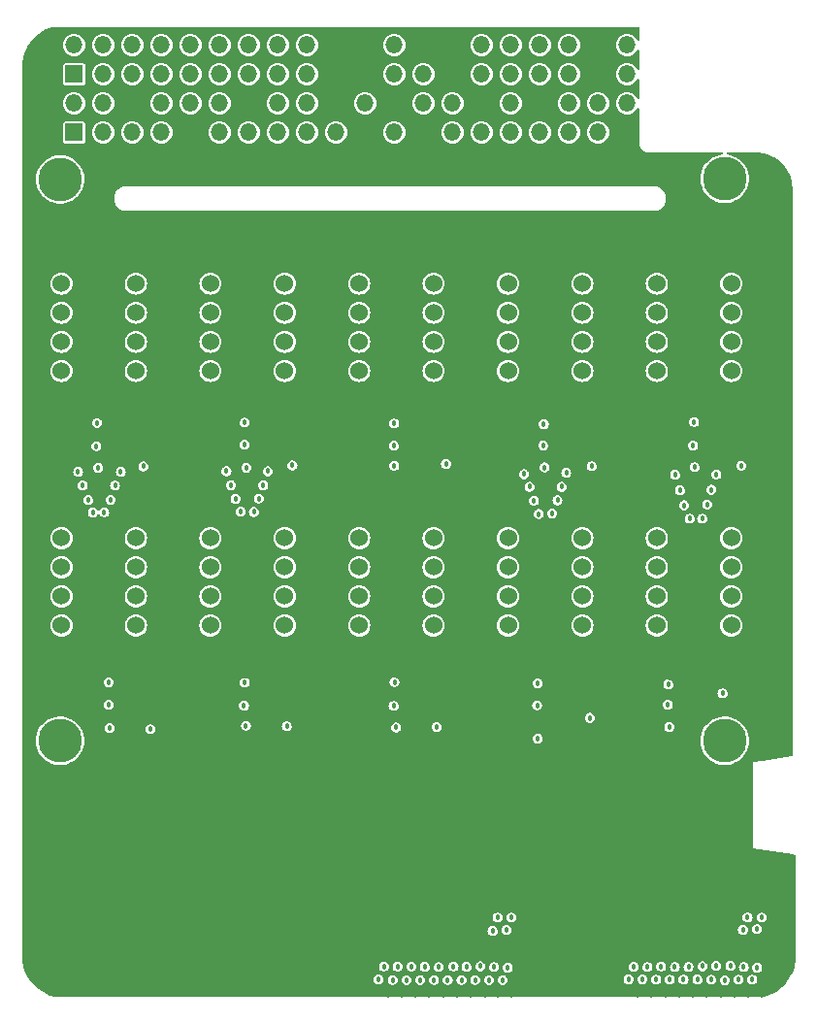
<source format=gbr>
%TF.GenerationSoftware,KiCad,Pcbnew,8.0.1*%
%TF.CreationDate,2024-06-10T14:17:39+05:30*%
%TF.ProjectId,GPIO HAT 1,4750494f-2048-4415-9420-312e6b696361,rev?*%
%TF.SameCoordinates,Original*%
%TF.FileFunction,Copper,L2,Inr*%
%TF.FilePolarity,Positive*%
%FSLAX46Y46*%
G04 Gerber Fmt 4.6, Leading zero omitted, Abs format (unit mm)*
G04 Created by KiCad (PCBNEW 8.0.1) date 2024-06-10 14:17:39*
%MOMM*%
%LPD*%
G01*
G04 APERTURE LIST*
%TA.AperFunction,ComponentPad*%
%ADD10C,1.524000*%
%TD*%
%TA.AperFunction,ComponentPad*%
%ADD11R,1.500000X1.500000*%
%TD*%
%TA.AperFunction,ComponentPad*%
%ADD12O,1.500000X1.500000*%
%TD*%
%TA.AperFunction,ComponentPad*%
%ADD13C,3.810000*%
%TD*%
%TA.AperFunction,ViaPad*%
%ADD14C,0.457000*%
%TD*%
G04 APERTURE END LIST*
D10*
%TO.N,GND*%
%TO.C,J2*%
X87265933Y-102819200D03*
%TO.N,/GPIOT__RXN21*%
X87265933Y-105359200D03*
%TO.N,/GPIOT__RXP21*%
X87265933Y-107899200D03*
%TO.N,/GPIOT__RXP18*%
X87265933Y-110439200D03*
%TO.N,/GPIOT__RXN18*%
X87265933Y-112979200D03*
%TD*%
%TO.N,GND*%
%TO.C,J14*%
X126229531Y-80619600D03*
%TO.N,/GPIOB__TXP04*%
X126229531Y-83159600D03*
%TO.N,/GPIOB__TXN04*%
X126229531Y-85699600D03*
%TO.N,/GPIOB__TXN06*%
X126229531Y-88239600D03*
%TO.N,/GPIOB__TXP06*%
X126229531Y-90779600D03*
%TD*%
%TO.N,GND*%
%TO.C,J1*%
X80772000Y-102819200D03*
%TO.N,/GPIOT__RXP03*%
X80772000Y-105359200D03*
%TO.N,/GPIOT__RXN03*%
X80772000Y-107899200D03*
%TO.N,/GPIOT__RXP08*%
X80772000Y-110439200D03*
%TO.N,/GPIOT__RXN08*%
X80772000Y-112979200D03*
%TD*%
%TO.N,GND*%
%TO.C,J9*%
X106747732Y-102819200D03*
%TO.N,/GPIOT__RXP12*%
X106747732Y-105359200D03*
%TO.N,/GPIOT__RXN12*%
X106747732Y-107899200D03*
%TO.N,/GPIOT__RXP14*%
X106747732Y-110439200D03*
%TO.N,/GPIOT__RXN14*%
X106747732Y-112979200D03*
%TD*%
%TO.N,GND*%
%TO.C,J17*%
X132723464Y-80619600D03*
%TO.N,/GPIOB__TXP09*%
X132723464Y-83159600D03*
%TO.N,/GPIOB__TXN09*%
X132723464Y-85699600D03*
%TO.N,/GPIOB__TXN10*%
X132723464Y-88239600D03*
%TO.N,/GPIOB__TXP10*%
X132723464Y-90779600D03*
%TD*%
%TO.N,GND*%
%TO.C,J13*%
X119735598Y-80619600D03*
%TO.N,/GPIOB__TXN05*%
X119735598Y-83159600D03*
%TO.N,/GPIOB__TXP05*%
X119735598Y-85699600D03*
%TO.N,/GPIOB__TXP03*%
X119735598Y-88239600D03*
%TO.N,/GPIOB__TXN03*%
X119735598Y-90779600D03*
%TD*%
D11*
%TO.N,3.3V*%
%TO.C,J23*%
X81885400Y-69969700D03*
D12*
%TO.N,unconnected-(J23-Pin_2-Pad2)*%
X81885400Y-67429700D03*
%TO.N,unconnected-(J23-Pin_3-Pad3)*%
X84425400Y-69969700D03*
%TO.N,unconnected-(J23-Pin_4-Pad4)*%
X84425400Y-67429700D03*
%TO.N,unconnected-(J23-Pin_5-Pad5)*%
X86965400Y-69969700D03*
%TO.N,GND*%
X86965400Y-67429700D03*
%TO.N,unconnected-(J23-Pin_7-Pad7)*%
X89505400Y-69969700D03*
%TO.N,unconnected-(J23-Pin_8-Pad8)*%
X89505400Y-67429700D03*
%TO.N,GND*%
X92045400Y-69969700D03*
%TO.N,unconnected-(J23-Pin_10-Pad10)*%
X92045400Y-67429700D03*
%TO.N,unconnected-(J23-Pin_11-Pad11)*%
X94585400Y-69969700D03*
%TO.N,unconnected-(J23-Pin_12-Pad12)*%
X94585400Y-67429700D03*
%TO.N,unconnected-(J23-Pin_13-Pad13)*%
X97125400Y-69969700D03*
%TO.N,GND*%
X97125400Y-67429700D03*
%TO.N,unconnected-(J23-Pin_15-Pad15)*%
X99665400Y-69969700D03*
%TO.N,unconnected-(J23-Pin_16-Pad16)*%
X99665400Y-67429700D03*
%TO.N,3.3V*%
X102205400Y-69969700D03*
%TO.N,unconnected-(J23-Pin_18-Pad18)*%
X102205400Y-67429700D03*
%TO.N,unconnected-(J23-Pin_19-Pad19)*%
X104745400Y-69969700D03*
%TO.N,GND*%
X104745400Y-67429700D03*
X107285400Y-69969700D03*
%TO.N,unconnected-(J23-Pin_22-Pad22)*%
X107285400Y-67429700D03*
%TO.N,unconnected-(J23-Pin_23-Pad23)*%
X109825400Y-69969700D03*
%TO.N,GND*%
X109825400Y-67429700D03*
X112365400Y-69969700D03*
%TO.N,unconnected-(J23-Pin_26-Pad26)*%
X112365400Y-67429700D03*
%TO.N,unconnected-(J23-Pin_27-Pad27)*%
X114905400Y-69969700D03*
%TO.N,unconnected-(J23-Pin_28-Pad28)*%
X114905400Y-67429700D03*
%TO.N,unconnected-(J23-Pin_29-Pad29)*%
X117445400Y-69969700D03*
%TO.N,GND*%
X117445400Y-67429700D03*
%TO.N,unconnected-(J23-Pin_31-Pad31)*%
X119985400Y-69969700D03*
%TO.N,unconnected-(J23-Pin_32-Pad32)*%
X119985400Y-67429700D03*
%TO.N,unconnected-(J23-Pin_33-Pad33)*%
X122525400Y-69969700D03*
%TO.N,GND*%
X122525400Y-67429700D03*
%TO.N,unconnected-(J23-Pin_35-Pad35)*%
X125065400Y-69969700D03*
%TO.N,unconnected-(J23-Pin_36-Pad36)*%
X125065400Y-67429700D03*
%TO.N,unconnected-(J23-Pin_37-Pad37)*%
X127605400Y-69969700D03*
%TO.N,unconnected-(J23-Pin_38-Pad38)*%
X127605400Y-67429700D03*
%TO.N,GND*%
X130145400Y-69969700D03*
%TO.N,unconnected-(J23-Pin_40-Pad40)*%
X130145400Y-67429700D03*
%TD*%
D13*
%TO.N,*%
%TO.C,*%
X138640000Y-74009900D03*
%TD*%
D10*
%TO.N,GND*%
%TO.C,J10*%
X113241665Y-102819200D03*
%TO.N,/GPIOT__RXP11*%
X113241665Y-105359200D03*
%TO.N,/GPIOT__RXN11*%
X113241665Y-107899200D03*
%TO.N,/GPIOT__RXN13*%
X113241665Y-110439200D03*
%TO.N,/GPIOT__RXP13*%
X113241665Y-112979200D03*
%TD*%
%TO.N,GND*%
%TO.C,J7*%
X93759866Y-80619600D03*
%TO.N,/GPIOT__RXP15*%
X93759866Y-83159600D03*
%TO.N,/GPIOT__RXN15*%
X93759866Y-85699600D03*
%TO.N,/GPIOT__RXP16*%
X93759866Y-88239600D03*
%TO.N,/GPIOT__RXN16*%
X93759866Y-90779600D03*
%TD*%
%TO.N,GND*%
%TO.C,J12*%
X113241665Y-80619600D03*
%TO.N,/GPIOB__TXN00*%
X113241665Y-83159600D03*
%TO.N,/GPIOB__TXP00*%
X113241665Y-85699600D03*
%TO.N,/GPIOB__TXN01*%
X113241665Y-88239600D03*
%TO.N,/GPIOB__TXP01*%
X113241665Y-90779600D03*
%TD*%
%TO.N,GND*%
%TO.C,J15*%
X119735598Y-102819200D03*
%TO.N,/GPIOB__TXN08*%
X119735598Y-105359200D03*
%TO.N,/GPIOB__TXP08*%
X119735598Y-107899200D03*
%TO.N,/GPIOB__TXP07*%
X119735598Y-110439200D03*
%TO.N,/GPIOB__TXN07*%
X119735598Y-112979200D03*
%TD*%
%TO.N,GND*%
%TO.C,J8*%
X100253799Y-80619600D03*
%TO.N,/GPIOT__RXP09*%
X100253799Y-83159600D03*
%TO.N,/GPIOT__RXN09*%
X100253799Y-85699600D03*
%TO.N,/GPIOT__RXN17*%
X100253799Y-88239600D03*
%TO.N,/GPIOT__RXP17*%
X100253799Y-90779600D03*
%TD*%
%TO.N,GND*%
%TO.C,J16*%
X126229531Y-102819200D03*
%TO.N,/GPIOB__TXN11*%
X126229531Y-105359200D03*
%TO.N,/GPIOB__TXP11*%
X126229531Y-107899200D03*
%TO.N,/GPIOB__TXP15*%
X126229531Y-110439200D03*
%TO.N,/GPIOB__TXN15*%
X126229531Y-112979200D03*
%TD*%
%TO.N,GND*%
%TO.C,J5*%
X93759866Y-102819200D03*
%TO.N,/GPIOT__RXP19*%
X93759866Y-105359200D03*
%TO.N,/GPIOT__RXN19*%
X93759866Y-107899200D03*
%TO.N,/GPIOT__RXP02*%
X93759866Y-110439200D03*
%TO.N,/GPIOT__RXN02*%
X93759866Y-112979200D03*
%TD*%
%TO.N,GND*%
%TO.C,J19*%
X132723464Y-102819200D03*
%TO.N,/GPIOB__TXN17*%
X132723464Y-105359200D03*
%TO.N,/GPIOB__TXP17*%
X132723464Y-107899200D03*
%TO.N,/GPIOB__TXN16*%
X132723464Y-110439200D03*
%TO.N,/GPIOB__TXP16*%
X132723464Y-112979200D03*
%TD*%
%TO.N,GND*%
%TO.C,J3*%
X80772000Y-80619600D03*
%TO.N,/GPIOT__RXP06*%
X80772000Y-83159600D03*
%TO.N,/GPIOT__RXN06*%
X80772000Y-85699600D03*
%TO.N,/GPIOT__RXN01*%
X80772000Y-88239600D03*
%TO.N,/GPIOT__RXP01*%
X80772000Y-90779600D03*
%TD*%
%TO.N,GND*%
%TO.C,J11*%
X106747732Y-80619600D03*
%TO.N,/GPIOB__TXN13*%
X106747732Y-83159600D03*
%TO.N,/GPIOB__TXP13*%
X106747732Y-85699600D03*
%TO.N,/GPIOB__TXN02*%
X106747732Y-88239600D03*
%TO.N,/GPIOB__TXP02*%
X106747732Y-90779600D03*
%TD*%
D13*
%TO.N,*%
%TO.C,*%
X80665400Y-74060700D03*
%TD*%
%TO.N,*%
%TO.C,*%
X138640000Y-123031900D03*
%TD*%
D10*
%TO.N,GND*%
%TO.C,J4*%
X87265933Y-80619600D03*
%TO.N,/GPIOT__RXP05*%
X87265933Y-83159600D03*
%TO.N,/GPIOT__RXN05*%
X87265933Y-85699600D03*
%TO.N,/GPIOT__RXN20*%
X87265933Y-88239600D03*
%TO.N,/GPIOT__RXP20*%
X87265933Y-90779600D03*
%TD*%
D11*
%TO.N,unconnected-(J24-Pin_1-Pad1)*%
%TO.C,J24*%
X81885400Y-64889700D03*
D12*
%TO.N,unconnected-(J24-Pin_2-Pad2)*%
X81885400Y-62349700D03*
%TO.N,unconnected-(J24-Pin_3-Pad3)*%
X84425400Y-64889700D03*
%TO.N,unconnected-(J24-Pin_4-Pad4)*%
X84425400Y-62349700D03*
%TO.N,unconnected-(J24-Pin_5-Pad5)*%
X86965400Y-64889700D03*
%TO.N,unconnected-(J24-Pin_6-Pad6)*%
X86965400Y-62349700D03*
%TO.N,unconnected-(J24-Pin_7-Pad7)*%
X89505400Y-64889700D03*
%TO.N,unconnected-(J24-Pin_8-Pad8)*%
X89505400Y-62349700D03*
%TO.N,unconnected-(J24-Pin_9-Pad9)*%
X92045400Y-64889700D03*
%TO.N,unconnected-(J24-Pin_10-Pad10)*%
X92045400Y-62349700D03*
%TO.N,unconnected-(J24-Pin_11-Pad11)*%
X94585400Y-64889700D03*
%TO.N,unconnected-(J24-Pin_12-Pad12)*%
X94585400Y-62349700D03*
%TO.N,unconnected-(J24-Pin_13-Pad13)*%
X97125400Y-64889700D03*
%TO.N,unconnected-(J24-Pin_14-Pad14)*%
X97125400Y-62349700D03*
%TO.N,unconnected-(J24-Pin_15-Pad15)*%
X99665400Y-64889700D03*
%TO.N,unconnected-(J24-Pin_16-Pad16)*%
X99665400Y-62349700D03*
%TO.N,unconnected-(J24-Pin_17-Pad17)*%
X102205400Y-64889700D03*
%TO.N,unconnected-(J24-Pin_18-Pad18)*%
X102205400Y-62349700D03*
%TO.N,GND*%
X104745400Y-64889700D03*
X104745400Y-62349700D03*
X107285400Y-64889700D03*
X107285400Y-62349700D03*
%TO.N,unconnected-(J24-Pin_23-Pad23)*%
X109825400Y-64889700D03*
%TO.N,unconnected-(J24-Pin_24-Pad24)*%
X109825400Y-62349700D03*
%TO.N,unconnected-(J24-Pin_25-Pad25)*%
X112365400Y-64889700D03*
%TO.N,GND*%
X112365400Y-62349700D03*
X114905400Y-64889700D03*
X114905400Y-62349700D03*
%TO.N,unconnected-(J24-Pin_29-Pad29)*%
X117445400Y-64889700D03*
%TO.N,unconnected-(J24-Pin_30-Pad30)*%
X117445400Y-62349700D03*
%TO.N,unconnected-(J24-Pin_31-Pad31)*%
X119985400Y-64889700D03*
%TO.N,unconnected-(J24-Pin_32-Pad32)*%
X119985400Y-62349700D03*
%TO.N,unconnected-(J24-Pin_33-Pad33)*%
X122525400Y-64889700D03*
%TO.N,unconnected-(J24-Pin_34-Pad34)*%
X122525400Y-62349700D03*
%TO.N,unconnected-(J24-Pin_35-Pad35)*%
X125065400Y-64889700D03*
%TO.N,unconnected-(J24-Pin_36-Pad36)*%
X125065400Y-62349700D03*
%TO.N,GND*%
X127605400Y-64889700D03*
X127605400Y-62349700D03*
%TO.N,unconnected-(J24-Pin_39-Pad39)*%
X130145400Y-64889700D03*
%TO.N,unconnected-(J24-Pin_40-Pad40)*%
X130145400Y-62349700D03*
%TD*%
D10*
%TO.N,GND*%
%TO.C,J20*%
X139217400Y-102819200D03*
%TO.N,/GPIOB__TXN14*%
X139217400Y-105359200D03*
%TO.N,/GPIOB__TXP14*%
X139217400Y-107899200D03*
%TO.N,/GPIOB__TXN19*%
X139217400Y-110439200D03*
%TO.N,/GPIOB__TXP19*%
X139217400Y-112979200D03*
%TD*%
D13*
%TO.N,*%
%TO.C,*%
X80640000Y-123031900D03*
%TD*%
D10*
%TO.N,GND*%
%TO.C,J18*%
X139217400Y-80619600D03*
%TO.N,/GPIOB__TXN18*%
X139217400Y-83159600D03*
%TO.N,/GPIOB__TXP18*%
X139217400Y-85699600D03*
%TO.N,/GPIOB__TXP12*%
X139217400Y-88239600D03*
%TO.N,/GPIOB__TXN12*%
X139217400Y-90779600D03*
%TD*%
%TO.N,GND*%
%TO.C,J6*%
X100253799Y-102819200D03*
%TO.N,/GPIOT__RXP04*%
X100253799Y-105359200D03*
%TO.N,/GPIOT__RXN04*%
X100253799Y-107899200D03*
%TO.N,/GPIOT__RXP07*%
X100253799Y-110439200D03*
%TO.N,/GPIOT__RXN07*%
X100253799Y-112979200D03*
%TD*%
D14*
%TO.N,GND*%
X120040400Y-145186400D03*
X135046800Y-141074000D03*
X84023200Y-101930200D03*
X116835000Y-141201000D03*
X133853000Y-141124800D03*
X138277600Y-145186400D03*
X114472800Y-141150200D03*
X118054200Y-141023200D03*
X109824600Y-101780200D03*
X141066600Y-141023200D03*
X85216000Y-123522600D03*
X123012200Y-101828600D03*
X84109600Y-94676000D03*
X131465400Y-141074000D03*
X115265200Y-145186400D03*
X139872800Y-140870800D03*
X96926400Y-101930200D03*
X110129400Y-94719000D03*
X96769000Y-117325000D03*
X97327800Y-123522600D03*
X132659200Y-141099400D03*
X115641200Y-141175600D03*
X137459800Y-141124800D03*
X135864600Y-145186400D03*
X118872000Y-145186400D03*
X133451600Y-145186400D03*
X134645400Y-145186400D03*
X136118600Y-101930200D03*
X110866000Y-141023200D03*
X110464600Y-145186400D03*
X140690600Y-145186400D03*
X122605800Y-117398800D03*
X119248000Y-141124800D03*
X133776800Y-123624200D03*
X116459000Y-145186400D03*
X131062000Y-145163000D03*
X139471400Y-145186400D03*
X141884400Y-145186400D03*
X123151900Y-94805500D03*
X110053200Y-123573400D03*
X97078800Y-94615000D03*
X136240600Y-141074000D03*
X129560000Y-142090000D03*
X138679000Y-141124800D03*
X119735600Y-122351800D03*
X109270800Y-145186400D03*
X132257800Y-145161000D03*
X117703600Y-145186400D03*
X110002400Y-117350400D03*
X133807200Y-117480697D03*
X137083800Y-145186400D03*
X136271000Y-94564200D03*
X114071400Y-145186400D03*
X111658400Y-145186400D03*
X112085200Y-141201000D03*
X107770000Y-142090000D03*
X112852200Y-145186400D03*
X109697600Y-141099400D03*
X85224700Y-116956700D03*
X113228200Y-141074000D03*
%TO.N,/GPIOT_RXP03*%
X108440000Y-143860000D03*
%TO.N,/GPIOT_RXN03*%
X108911000Y-142725000D03*
%TO.N,3.3V*%
X84983400Y-121922400D03*
X138455400Y-118897400D03*
X135966200Y-95224600D03*
X122859800Y-95402400D03*
X109829600Y-117906800D03*
X96774000Y-117957600D03*
X109799200Y-95354000D03*
X122936000Y-99187000D03*
X127028200Y-99085400D03*
X122809000Y-97282000D03*
X100923000Y-99009200D03*
X83972400Y-99212400D03*
X88539400Y-122022000D03*
X122275600Y-119938800D03*
X83820000Y-97332800D03*
X100431600Y-121767600D03*
X133680200Y-119888000D03*
X109978000Y-121871600D03*
X122326400Y-122834400D03*
X126873000Y-121031000D03*
X133726000Y-118112400D03*
X96748600Y-95275400D03*
X83870800Y-95300800D03*
X113512600Y-121818400D03*
X96901000Y-99212400D03*
X109753400Y-119989600D03*
X140081000Y-99034600D03*
X135890000Y-97282000D03*
X84881800Y-117934600D03*
X109773800Y-97284400D03*
X96748600Y-97205800D03*
X87914800Y-99090800D03*
X136017000Y-99161600D03*
X96697800Y-119964200D03*
X133807200Y-121818400D03*
X96870600Y-121719200D03*
X84881800Y-119890400D03*
X122326400Y-118008400D03*
X109799200Y-99034600D03*
X114325400Y-98882200D03*
%TO.N,/GPIOT_RXN06*%
X82626200Y-100761800D03*
%TO.N,/GPIOT_RXN01*%
X83103800Y-102034200D03*
%TO.N,/GPIOT_RXP13*%
X119275000Y-143901400D03*
%TO.N,/GPIOT_RXN21*%
X110875000Y-143901400D03*
%TO.N,/GPIOT_RXP09*%
X97556400Y-103075600D03*
%TO.N,/GPIOT_RXP06*%
X82223200Y-99570400D03*
%TO.N,/GPIOT_RXN07*%
X117322600Y-142699600D03*
%TO.N,/GPIOT_RXP07*%
X116875000Y-143901400D03*
%TO.N,/GPIOT_RXN05*%
X85064600Y-102008800D03*
%TO.N,/GPIOT_RXN04*%
X116112600Y-142750400D03*
%TO.N,/GPIOT_RXN20*%
X85442670Y-100774400D03*
%TO.N,/GPIOT_RXP11*%
X118075000Y-143901400D03*
%TO.N,/GPIOT_RXN15*%
X95566730Y-100736400D03*
%TO.N,/GPIOT_RXP02*%
X114475000Y-143901400D03*
%TO.N,/GPIOT_RXP18*%
X112075000Y-143901400D03*
%TO.N,/GPIOT_RXN16*%
X96418400Y-103050200D03*
%TO.N,/GPIOT_RXP14*%
X119603600Y-139541900D03*
%TO.N,/GPIOT_RXN17*%
X98367400Y-100736400D03*
%TO.N,/GPIOT_RXP05*%
X84500800Y-103101000D03*
%TO.N,/GPIOT_RXP01*%
X83517300Y-103108100D03*
%TO.N,/GPIOT_RXP16*%
X95966730Y-101932600D03*
%TO.N,/GPIOT_RXP15*%
X95166730Y-99519600D03*
%TO.N,/GPIOT_RXN13*%
X119705200Y-142826600D03*
%TO.N,/GPIOT_RXN19*%
X113676600Y-142775800D03*
%TO.N,/GPIOT_RXN11*%
X118516800Y-142775800D03*
%TO.N,/GPIOT_RXP12*%
X118389400Y-139626200D03*
%TO.N,/GPIOT_RXN08*%
X110102800Y-142725000D03*
%TO.N,/GPIOT_RXP21*%
X111302800Y-142725000D03*
%TO.N,/GPIOT_RXN12*%
X118816200Y-138449700D03*
%TO.N,/GPIOT_RXN02*%
X114980800Y-142725000D03*
%TO.N,/GPIOT_RXN18*%
X112476600Y-142750400D03*
%TO.N,/GPIOT_RXP20*%
X85948600Y-99570400D03*
%TO.N,/GPIOT_RXN09*%
X97989335Y-101907200D03*
%TO.N,/GPIOT_RXP19*%
X113275000Y-143901400D03*
%TO.N,/GPIOT_RXN14*%
X120035400Y-138449700D03*
%TO.N,/GPIOT_RXP17*%
X98767400Y-99519600D03*
%TO.N,/GPIOT_RXP04*%
X115675000Y-143901400D03*
%TO.N,/GPIOT_RXP08*%
X109675000Y-143901400D03*
%TO.N,/GPIOB_TXN12*%
X137909000Y-99799000D03*
%TO.N,/GPIOB_TXP06*%
X124812400Y-99646600D03*
%TO.N,/GPIOB_TXP13*%
X130708400Y-142750400D03*
%TO.N,/GPIOB_TXP02*%
X131902200Y-142775800D03*
%TO.N,/GPIOB_TXN05*%
X121127600Y-99773600D03*
%TO.N,/GPIOB_TXN07*%
X136702800Y-142699600D03*
%TO.N,/GPIOB_TXP12*%
X137480979Y-101139400D03*
%TO.N,/GPIOB_TXN11*%
X137464800Y-143862200D03*
%TO.N,/GPIOB_TXN01*%
X133858000Y-143862200D03*
%TO.N,/GPIOB_TXN09*%
X134733330Y-101184881D03*
%TO.N,/GPIOB_TXN10*%
X135097660Y-102491400D03*
%TO.N,/GPIOB_TXN04*%
X124053600Y-102059600D03*
%TO.N,/GPIOB_TXP05*%
X121611730Y-100876000D03*
%TO.N,/GPIOB_TXN06*%
X124412400Y-100876000D03*
%TO.N,/GPIOB_TXP15*%
X138650000Y-143931400D03*
%TO.N,/GPIOB_TXN14*%
X139852400Y-143862200D03*
%TO.N,/GPIOB_TXP17*%
X140639800Y-138449700D03*
%TO.N,/GPIOB_TXN18*%
X136680649Y-103659800D03*
%TO.N,/GPIOB_TXP01*%
X134294000Y-142775800D03*
%TO.N,/GPIOB_TXP16*%
X141879400Y-138449700D03*
%TO.N,/GPIOB_TXP07*%
X136262000Y-143853200D03*
%TO.N,/GPIOB_TXP08*%
X135483600Y-142775800D03*
%TO.N,/GPIOB_TXN13*%
X130251200Y-143836800D03*
%TO.N,/GPIOB_TXP00*%
X133096000Y-142725000D03*
%TO.N,/GPIOB_TXP18*%
X137116649Y-102415200D03*
%TO.N,/GPIOB_TXP03*%
X121991200Y-102085000D03*
%TO.N,/GPIOB_TXP14*%
X140304600Y-142775800D03*
%TO.N,/GPIOB_TXP10*%
X135580200Y-103659800D03*
%TO.N,/GPIOB_TXN15*%
X139136200Y-142674200D03*
%TO.N,/GPIOB_TXN16*%
X141447600Y-139465700D03*
%TO.N,/GPIOB_TXN02*%
X131470400Y-143836800D03*
%TO.N,/GPIOB_TXN19*%
X141478000Y-142826600D03*
%TO.N,/GPIOB_TXP09*%
X134309000Y-99824400D03*
%TO.N,/GPIOB_TXP11*%
X137896600Y-142674200D03*
%TO.N,/GPIOB_TXN00*%
X132664200Y-143862200D03*
%TO.N,/GPIOB_TXP04*%
X123576421Y-103202600D03*
%TO.N,/GPIOB_TXN03*%
X122428000Y-103253400D03*
%TO.N,/GPIOB_TXN17*%
X140228400Y-139516500D03*
%TO.N,/GPIOB_TXP19*%
X141046200Y-143862200D03*
%TO.N,/GPIOB_TXN08*%
X135051800Y-143862200D03*
%TD*%
%TA.AperFunction,Conductor*%
%TO.N,GND*%
G36*
X131154439Y-60770785D02*
G01*
X131200194Y-60823589D01*
X131211400Y-60875100D01*
X131211400Y-61825871D01*
X131191715Y-61892910D01*
X131138911Y-61938665D01*
X131069753Y-61948609D01*
X131006197Y-61919584D01*
X130978042Y-61884324D01*
X130942214Y-61817294D01*
X130942209Y-61817287D01*
X130823031Y-61672068D01*
X130677812Y-61552890D01*
X130677805Y-61552886D01*
X130512135Y-61464333D01*
X130422244Y-61437065D01*
X130332358Y-61409799D01*
X130332356Y-61409798D01*
X130332358Y-61409798D01*
X130145400Y-61391385D01*
X129958443Y-61409798D01*
X129778664Y-61464333D01*
X129612994Y-61552886D01*
X129612987Y-61552890D01*
X129467768Y-61672068D01*
X129348590Y-61817287D01*
X129348586Y-61817294D01*
X129260033Y-61982964D01*
X129205498Y-62162743D01*
X129187085Y-62349700D01*
X129205498Y-62536656D01*
X129260033Y-62716435D01*
X129348586Y-62882105D01*
X129348590Y-62882112D01*
X129467768Y-63027331D01*
X129612987Y-63146509D01*
X129612994Y-63146513D01*
X129778664Y-63235066D01*
X129778666Y-63235066D01*
X129778669Y-63235068D01*
X129958442Y-63289601D01*
X129958441Y-63289601D01*
X129975204Y-63291251D01*
X130145400Y-63308015D01*
X130332358Y-63289601D01*
X130512131Y-63235068D01*
X130677811Y-63146510D01*
X130823031Y-63027331D01*
X130942210Y-62882111D01*
X130953811Y-62860405D01*
X130978042Y-62815075D01*
X131027004Y-62765231D01*
X131095141Y-62749770D01*
X131160821Y-62773601D01*
X131203190Y-62829159D01*
X131211400Y-62873528D01*
X131211400Y-64365871D01*
X131191715Y-64432910D01*
X131138911Y-64478665D01*
X131069753Y-64488609D01*
X131006197Y-64459584D01*
X130978042Y-64424324D01*
X130942214Y-64357294D01*
X130942209Y-64357287D01*
X130823031Y-64212068D01*
X130677812Y-64092890D01*
X130677805Y-64092886D01*
X130512135Y-64004333D01*
X130422244Y-63977065D01*
X130332358Y-63949799D01*
X130332356Y-63949798D01*
X130332358Y-63949798D01*
X130145400Y-63931385D01*
X129958443Y-63949798D01*
X129778664Y-64004333D01*
X129612994Y-64092886D01*
X129612987Y-64092890D01*
X129467768Y-64212068D01*
X129348590Y-64357287D01*
X129348586Y-64357294D01*
X129260033Y-64522964D01*
X129205498Y-64702743D01*
X129187085Y-64889700D01*
X129205498Y-65076656D01*
X129260033Y-65256435D01*
X129348586Y-65422105D01*
X129348590Y-65422112D01*
X129467768Y-65567331D01*
X129612987Y-65686509D01*
X129612994Y-65686513D01*
X129778664Y-65775066D01*
X129778666Y-65775066D01*
X129778669Y-65775068D01*
X129958442Y-65829601D01*
X129958441Y-65829601D01*
X129975204Y-65831251D01*
X130145400Y-65848015D01*
X130332358Y-65829601D01*
X130512131Y-65775068D01*
X130677811Y-65686510D01*
X130823031Y-65567331D01*
X130942210Y-65422111D01*
X130953811Y-65400405D01*
X130978042Y-65355075D01*
X131027004Y-65305231D01*
X131095141Y-65289770D01*
X131160821Y-65313601D01*
X131203190Y-65369159D01*
X131211400Y-65413528D01*
X131211400Y-66905871D01*
X131191715Y-66972910D01*
X131138911Y-67018665D01*
X131069753Y-67028609D01*
X131006197Y-66999584D01*
X130978042Y-66964324D01*
X130942214Y-66897294D01*
X130942209Y-66897287D01*
X130823031Y-66752068D01*
X130677812Y-66632890D01*
X130677805Y-66632886D01*
X130512135Y-66544333D01*
X130422244Y-66517065D01*
X130332358Y-66489799D01*
X130332356Y-66489798D01*
X130332358Y-66489798D01*
X130145400Y-66471385D01*
X129958443Y-66489798D01*
X129778664Y-66544333D01*
X129612994Y-66632886D01*
X129612987Y-66632890D01*
X129467768Y-66752068D01*
X129348590Y-66897287D01*
X129348586Y-66897294D01*
X129260033Y-67062964D01*
X129205498Y-67242743D01*
X129187085Y-67429700D01*
X129205498Y-67616656D01*
X129260033Y-67796435D01*
X129348586Y-67962105D01*
X129348590Y-67962112D01*
X129467768Y-68107331D01*
X129612987Y-68226509D01*
X129612994Y-68226513D01*
X129778664Y-68315066D01*
X129778666Y-68315066D01*
X129778669Y-68315068D01*
X129958442Y-68369601D01*
X129958441Y-68369601D01*
X129975204Y-68371251D01*
X130145400Y-68388015D01*
X130332358Y-68369601D01*
X130512131Y-68315068D01*
X130677811Y-68226510D01*
X130823031Y-68107331D01*
X130942210Y-67962111D01*
X130953811Y-67940405D01*
X130978042Y-67895075D01*
X131027004Y-67845231D01*
X131095141Y-67829770D01*
X131160821Y-67853601D01*
X131203190Y-67909159D01*
X131211400Y-67953528D01*
X131211400Y-71090778D01*
X131313000Y-71317500D01*
X131465400Y-71469900D01*
X131465403Y-71469902D01*
X131643200Y-71596900D01*
X131897199Y-71673100D01*
X131897200Y-71673100D01*
X138342496Y-71673100D01*
X138409535Y-71692785D01*
X138455290Y-71745589D01*
X138465234Y-71814747D01*
X138436209Y-71878303D01*
X138377431Y-71916077D01*
X138359381Y-71919945D01*
X138209970Y-71940481D01*
X138209964Y-71940482D01*
X137932185Y-72018313D01*
X137667595Y-72133240D01*
X137421117Y-72283127D01*
X137421106Y-72283134D01*
X137197344Y-72465178D01*
X137197338Y-72465183D01*
X137197337Y-72465185D01*
X137019119Y-72656010D01*
X137000437Y-72676014D01*
X136834076Y-72911692D01*
X136701356Y-73167830D01*
X136604753Y-73439644D01*
X136604748Y-73439661D01*
X136546059Y-73722091D01*
X136546058Y-73722093D01*
X136526373Y-74009900D01*
X136546058Y-74297706D01*
X136546059Y-74297708D01*
X136604748Y-74580138D01*
X136604753Y-74580155D01*
X136677645Y-74785253D01*
X136701357Y-74851971D01*
X136834076Y-75108107D01*
X137000436Y-75343785D01*
X137197337Y-75554615D01*
X137197342Y-75554619D01*
X137197344Y-75554621D01*
X137421106Y-75736665D01*
X137421109Y-75736667D01*
X137421113Y-75736670D01*
X137504654Y-75787472D01*
X137667595Y-75886559D01*
X137784547Y-75937358D01*
X137932189Y-76001488D01*
X138209970Y-76079319D01*
X138461225Y-76113853D01*
X138495760Y-76118600D01*
X138495761Y-76118600D01*
X138784240Y-76118600D01*
X138815050Y-76114364D01*
X139070030Y-76079319D01*
X139347811Y-76001488D01*
X139612406Y-75886558D01*
X139858887Y-75736670D01*
X140082663Y-75554615D01*
X140279564Y-75343785D01*
X140445924Y-75108107D01*
X140578643Y-74851971D01*
X140675248Y-74580150D01*
X140675249Y-74580143D01*
X140675251Y-74580138D01*
X140723384Y-74348508D01*
X140733941Y-74297706D01*
X140753627Y-74009900D01*
X140733941Y-73722094D01*
X140685807Y-73490461D01*
X140675251Y-73439661D01*
X140675246Y-73439644D01*
X140601207Y-73231319D01*
X140578643Y-73167829D01*
X140445924Y-72911693D01*
X140279564Y-72676015D01*
X140082663Y-72465185D01*
X140082656Y-72465180D01*
X140082655Y-72465178D01*
X139858893Y-72283134D01*
X139858882Y-72283127D01*
X139612404Y-72133240D01*
X139347814Y-72018313D01*
X139347812Y-72018312D01*
X139347811Y-72018312D01*
X139251337Y-71991281D01*
X139070035Y-71940482D01*
X139070031Y-71940481D01*
X139070030Y-71940481D01*
X138920618Y-71919944D01*
X138856885Y-71891315D01*
X138818746Y-71832773D01*
X138818312Y-71762904D01*
X138855721Y-71703893D01*
X138919095Y-71674474D01*
X138937504Y-71673100D01*
X141535289Y-71673100D01*
X141562760Y-71676181D01*
X142097017Y-71797603D01*
X142118357Y-71804538D01*
X143156304Y-72249373D01*
X143189839Y-72270668D01*
X143623349Y-72656010D01*
X143639081Y-72672864D01*
X143862885Y-72962492D01*
X144057664Y-73214559D01*
X144068577Y-73231319D01*
X144386197Y-73817695D01*
X144397793Y-73848033D01*
X144518884Y-74356616D01*
X144521790Y-74374595D01*
X144571334Y-74944341D01*
X144571800Y-74955083D01*
X144571800Y-124246377D01*
X144552115Y-124313416D01*
X144499311Y-124359171D01*
X144466723Y-124368925D01*
X141942693Y-124758665D01*
X141117400Y-124886100D01*
X141117400Y-132379100D01*
X144675977Y-132956166D01*
X144772155Y-132971763D01*
X144835179Y-133001925D01*
X144871891Y-133061372D01*
X144876306Y-133094507D01*
X144851233Y-142145997D01*
X144848825Y-142169972D01*
X144725714Y-142785527D01*
X144721759Y-142800421D01*
X144550865Y-143313102D01*
X144539035Y-143338550D01*
X144269721Y-143779246D01*
X144263908Y-143787915D01*
X143993207Y-144157053D01*
X143980894Y-144171405D01*
X143611740Y-144540559D01*
X143600895Y-144550203D01*
X143134858Y-144918127D01*
X143111522Y-144932667D01*
X142545012Y-145203606D01*
X142534380Y-145208095D01*
X142077952Y-145376254D01*
X142035084Y-145383900D01*
X80398781Y-145383900D01*
X80373492Y-145381294D01*
X80207700Y-145346754D01*
X79793227Y-145260405D01*
X79761160Y-145248948D01*
X79195096Y-144953611D01*
X79189390Y-144950439D01*
X78649373Y-144631339D01*
X78620886Y-144608194D01*
X78105767Y-144044016D01*
X78095158Y-144030657D01*
X77977831Y-143860000D01*
X108003356Y-143860000D01*
X108021042Y-143983012D01*
X108021044Y-143983020D01*
X108072669Y-144096064D01*
X108072671Y-144096066D01*
X108072672Y-144096068D01*
X108154059Y-144189994D01*
X108154061Y-144189995D01*
X108154061Y-144189996D01*
X108195880Y-144216870D01*
X108258612Y-144257185D01*
X108377859Y-144292200D01*
X108502141Y-144292200D01*
X108621388Y-144257185D01*
X108725941Y-144189994D01*
X108807328Y-144096068D01*
X108810434Y-144089268D01*
X108826352Y-144054412D01*
X108858957Y-143983017D01*
X108870692Y-143901400D01*
X109238356Y-143901400D01*
X109256042Y-144024412D01*
X109256044Y-144024420D01*
X109307669Y-144137464D01*
X109307671Y-144137466D01*
X109307672Y-144137468D01*
X109389059Y-144231394D01*
X109389061Y-144231395D01*
X109389061Y-144231396D01*
X109418605Y-144250382D01*
X109493612Y-144298585D01*
X109612859Y-144333600D01*
X109737141Y-144333600D01*
X109856388Y-144298585D01*
X109960941Y-144231394D01*
X110042328Y-144137468D01*
X110093957Y-144024417D01*
X110111644Y-143901400D01*
X110438356Y-143901400D01*
X110456042Y-144024412D01*
X110456044Y-144024420D01*
X110507669Y-144137464D01*
X110507671Y-144137466D01*
X110507672Y-144137468D01*
X110589059Y-144231394D01*
X110589061Y-144231395D01*
X110589061Y-144231396D01*
X110618605Y-144250382D01*
X110693612Y-144298585D01*
X110812859Y-144333600D01*
X110937141Y-144333600D01*
X111056388Y-144298585D01*
X111160941Y-144231394D01*
X111242328Y-144137468D01*
X111293957Y-144024417D01*
X111311644Y-143901400D01*
X111638356Y-143901400D01*
X111656042Y-144024412D01*
X111656044Y-144024420D01*
X111707669Y-144137464D01*
X111707671Y-144137466D01*
X111707672Y-144137468D01*
X111789059Y-144231394D01*
X111789061Y-144231395D01*
X111789061Y-144231396D01*
X111818605Y-144250382D01*
X111893612Y-144298585D01*
X112012859Y-144333600D01*
X112137141Y-144333600D01*
X112256388Y-144298585D01*
X112360941Y-144231394D01*
X112442328Y-144137468D01*
X112493957Y-144024417D01*
X112511644Y-143901400D01*
X112838356Y-143901400D01*
X112856042Y-144024412D01*
X112856044Y-144024420D01*
X112907669Y-144137464D01*
X112907671Y-144137466D01*
X112907672Y-144137468D01*
X112989059Y-144231394D01*
X112989061Y-144231395D01*
X112989061Y-144231396D01*
X113018605Y-144250382D01*
X113093612Y-144298585D01*
X113212859Y-144333600D01*
X113337141Y-144333600D01*
X113456388Y-144298585D01*
X113560941Y-144231394D01*
X113642328Y-144137468D01*
X113693957Y-144024417D01*
X113711644Y-143901400D01*
X114038356Y-143901400D01*
X114056042Y-144024412D01*
X114056044Y-144024420D01*
X114107669Y-144137464D01*
X114107671Y-144137466D01*
X114107672Y-144137468D01*
X114189059Y-144231394D01*
X114189061Y-144231395D01*
X114189061Y-144231396D01*
X114218605Y-144250382D01*
X114293612Y-144298585D01*
X114412859Y-144333600D01*
X114537141Y-144333600D01*
X114656388Y-144298585D01*
X114760941Y-144231394D01*
X114842328Y-144137468D01*
X114893957Y-144024417D01*
X114911644Y-143901400D01*
X115238356Y-143901400D01*
X115256042Y-144024412D01*
X115256044Y-144024420D01*
X115307669Y-144137464D01*
X115307671Y-144137466D01*
X115307672Y-144137468D01*
X115389059Y-144231394D01*
X115389061Y-144231395D01*
X115389061Y-144231396D01*
X115418605Y-144250382D01*
X115493612Y-144298585D01*
X115612859Y-144333600D01*
X115737141Y-144333600D01*
X115856388Y-144298585D01*
X115960941Y-144231394D01*
X116042328Y-144137468D01*
X116093957Y-144024417D01*
X116111644Y-143901400D01*
X116438356Y-143901400D01*
X116456042Y-144024412D01*
X116456044Y-144024420D01*
X116507669Y-144137464D01*
X116507671Y-144137466D01*
X116507672Y-144137468D01*
X116589059Y-144231394D01*
X116589061Y-144231395D01*
X116589061Y-144231396D01*
X116618605Y-144250382D01*
X116693612Y-144298585D01*
X116812859Y-144333600D01*
X116937141Y-144333600D01*
X117056388Y-144298585D01*
X117160941Y-144231394D01*
X117242328Y-144137468D01*
X117293957Y-144024417D01*
X117311644Y-143901400D01*
X117638356Y-143901400D01*
X117656042Y-144024412D01*
X117656044Y-144024420D01*
X117707669Y-144137464D01*
X117707671Y-144137466D01*
X117707672Y-144137468D01*
X117789059Y-144231394D01*
X117789061Y-144231395D01*
X117789061Y-144231396D01*
X117818605Y-144250382D01*
X117893612Y-144298585D01*
X118012859Y-144333600D01*
X118137141Y-144333600D01*
X118256388Y-144298585D01*
X118360941Y-144231394D01*
X118442328Y-144137468D01*
X118493957Y-144024417D01*
X118511644Y-143901400D01*
X118838356Y-143901400D01*
X118856042Y-144024412D01*
X118856044Y-144024420D01*
X118907669Y-144137464D01*
X118907671Y-144137466D01*
X118907672Y-144137468D01*
X118989059Y-144231394D01*
X118989061Y-144231395D01*
X118989061Y-144231396D01*
X119018605Y-144250382D01*
X119093612Y-144298585D01*
X119212859Y-144333600D01*
X119337141Y-144333600D01*
X119456388Y-144298585D01*
X119560941Y-144231394D01*
X119642328Y-144137468D01*
X119693957Y-144024417D01*
X119711644Y-143901400D01*
X119702356Y-143836800D01*
X129814556Y-143836800D01*
X129832242Y-143959812D01*
X129832244Y-143959820D01*
X129883869Y-144072864D01*
X129883871Y-144072866D01*
X129883872Y-144072868D01*
X129965259Y-144166794D01*
X129965261Y-144166795D01*
X129965261Y-144166796D01*
X130004783Y-144192194D01*
X130069812Y-144233985D01*
X130189059Y-144269000D01*
X130313341Y-144269000D01*
X130432588Y-144233985D01*
X130536094Y-144167467D01*
X130537138Y-144166796D01*
X130537138Y-144166795D01*
X130537141Y-144166794D01*
X130618528Y-144072868D01*
X130670157Y-143959817D01*
X130687844Y-143836800D01*
X131033756Y-143836800D01*
X131051442Y-143959812D01*
X131051444Y-143959820D01*
X131103069Y-144072864D01*
X131103071Y-144072866D01*
X131103072Y-144072868D01*
X131184459Y-144166794D01*
X131184461Y-144166795D01*
X131184461Y-144166796D01*
X131223983Y-144192194D01*
X131289012Y-144233985D01*
X131408259Y-144269000D01*
X131532541Y-144269000D01*
X131651788Y-144233985D01*
X131755294Y-144167467D01*
X131756338Y-144166796D01*
X131756338Y-144166795D01*
X131756341Y-144166794D01*
X131837728Y-144072868D01*
X131889357Y-143959817D01*
X131903392Y-143862200D01*
X132227556Y-143862200D01*
X132245242Y-143985212D01*
X132245244Y-143985220D01*
X132296869Y-144098264D01*
X132296871Y-144098266D01*
X132296872Y-144098268D01*
X132378259Y-144192194D01*
X132378261Y-144192195D01*
X132378261Y-144192196D01*
X132420080Y-144219070D01*
X132482812Y-144259385D01*
X132602059Y-144294400D01*
X132726341Y-144294400D01*
X132845588Y-144259385D01*
X132950141Y-144192194D01*
X133031528Y-144098268D01*
X133083157Y-143985217D01*
X133100844Y-143862200D01*
X133421356Y-143862200D01*
X133439042Y-143985212D01*
X133439044Y-143985220D01*
X133490669Y-144098264D01*
X133490671Y-144098266D01*
X133490672Y-144098268D01*
X133572059Y-144192194D01*
X133572061Y-144192195D01*
X133572061Y-144192196D01*
X133613880Y-144219070D01*
X133676612Y-144259385D01*
X133795859Y-144294400D01*
X133920141Y-144294400D01*
X134039388Y-144259385D01*
X134143941Y-144192194D01*
X134225328Y-144098268D01*
X134276957Y-143985217D01*
X134294644Y-143862200D01*
X134615156Y-143862200D01*
X134632842Y-143985212D01*
X134632844Y-143985220D01*
X134684469Y-144098264D01*
X134684471Y-144098266D01*
X134684472Y-144098268D01*
X134765859Y-144192194D01*
X134765861Y-144192195D01*
X134765861Y-144192196D01*
X134807680Y-144219070D01*
X134870412Y-144259385D01*
X134989659Y-144294400D01*
X135113941Y-144294400D01*
X135233188Y-144259385D01*
X135337741Y-144192194D01*
X135419128Y-144098268D01*
X135470757Y-143985217D01*
X135488444Y-143862200D01*
X135487150Y-143853200D01*
X135825356Y-143853200D01*
X135843042Y-143976212D01*
X135843044Y-143976220D01*
X135894669Y-144089264D01*
X135894671Y-144089266D01*
X135894672Y-144089268D01*
X135976059Y-144183194D01*
X135976061Y-144183195D01*
X135976061Y-144183196D01*
X136017880Y-144210070D01*
X136080612Y-144250385D01*
X136199859Y-144285400D01*
X136324141Y-144285400D01*
X136443388Y-144250385D01*
X136547941Y-144183194D01*
X136629328Y-144089268D01*
X136680957Y-143976217D01*
X136697350Y-143862200D01*
X137028156Y-143862200D01*
X137045842Y-143985212D01*
X137045844Y-143985220D01*
X137097469Y-144098264D01*
X137097471Y-144098266D01*
X137097472Y-144098268D01*
X137178859Y-144192194D01*
X137178861Y-144192195D01*
X137178861Y-144192196D01*
X137220680Y-144219070D01*
X137283412Y-144259385D01*
X137402659Y-144294400D01*
X137526941Y-144294400D01*
X137646188Y-144259385D01*
X137750741Y-144192194D01*
X137832128Y-144098268D01*
X137883757Y-143985217D01*
X137891495Y-143931400D01*
X138213356Y-143931400D01*
X138231042Y-144054412D01*
X138231044Y-144054420D01*
X138282669Y-144167464D01*
X138282671Y-144167466D01*
X138282672Y-144167468D01*
X138364059Y-144261394D01*
X138364061Y-144261395D01*
X138364061Y-144261396D01*
X138375894Y-144269000D01*
X138468612Y-144328585D01*
X138587859Y-144363600D01*
X138712141Y-144363600D01*
X138831388Y-144328585D01*
X138935941Y-144261394D01*
X139017328Y-144167468D01*
X139017636Y-144166795D01*
X139031030Y-144137464D01*
X139068957Y-144054417D01*
X139086644Y-143931400D01*
X139076695Y-143862200D01*
X139415756Y-143862200D01*
X139433442Y-143985212D01*
X139433444Y-143985220D01*
X139485069Y-144098264D01*
X139485071Y-144098266D01*
X139485072Y-144098268D01*
X139566459Y-144192194D01*
X139566461Y-144192195D01*
X139566461Y-144192196D01*
X139608280Y-144219070D01*
X139671012Y-144259385D01*
X139790259Y-144294400D01*
X139914541Y-144294400D01*
X140033788Y-144259385D01*
X140138341Y-144192194D01*
X140219728Y-144098268D01*
X140271357Y-143985217D01*
X140289044Y-143862200D01*
X140609556Y-143862200D01*
X140627242Y-143985212D01*
X140627244Y-143985220D01*
X140678869Y-144098264D01*
X140678871Y-144098266D01*
X140678872Y-144098268D01*
X140760259Y-144192194D01*
X140760261Y-144192195D01*
X140760261Y-144192196D01*
X140802080Y-144219070D01*
X140864812Y-144259385D01*
X140984059Y-144294400D01*
X141108341Y-144294400D01*
X141227588Y-144259385D01*
X141332141Y-144192194D01*
X141413528Y-144098268D01*
X141465157Y-143985217D01*
X141482844Y-143862200D01*
X141465157Y-143739183D01*
X141431432Y-143665335D01*
X141413530Y-143626135D01*
X141413528Y-143626133D01*
X141413528Y-143626132D01*
X141332141Y-143532206D01*
X141332138Y-143532204D01*
X141332138Y-143532203D01*
X141269409Y-143491891D01*
X141227588Y-143465015D01*
X141227586Y-143465014D01*
X141108341Y-143430000D01*
X140984059Y-143430000D01*
X140864813Y-143465014D01*
X140864809Y-143465017D01*
X140760261Y-143532203D01*
X140760261Y-143532204D01*
X140760259Y-143532205D01*
X140760259Y-143532206D01*
X140726295Y-143571403D01*
X140678872Y-143626132D01*
X140678869Y-143626135D01*
X140627244Y-143739179D01*
X140627242Y-143739187D01*
X140609556Y-143862200D01*
X140289044Y-143862200D01*
X140271357Y-143739183D01*
X140237632Y-143665335D01*
X140219730Y-143626135D01*
X140219728Y-143626133D01*
X140219728Y-143626132D01*
X140138341Y-143532206D01*
X140138338Y-143532204D01*
X140138338Y-143532203D01*
X140075609Y-143491891D01*
X140033788Y-143465015D01*
X140033786Y-143465014D01*
X139914541Y-143430000D01*
X139790259Y-143430000D01*
X139671013Y-143465014D01*
X139671009Y-143465017D01*
X139566461Y-143532203D01*
X139566461Y-143532204D01*
X139566459Y-143532205D01*
X139566459Y-143532206D01*
X139532495Y-143571403D01*
X139485072Y-143626132D01*
X139485069Y-143626135D01*
X139433444Y-143739179D01*
X139433442Y-143739187D01*
X139415756Y-143862200D01*
X139076695Y-143862200D01*
X139068957Y-143808383D01*
X139057819Y-143783995D01*
X139017330Y-143695335D01*
X139017328Y-143695333D01*
X139017328Y-143695332D01*
X138935941Y-143601406D01*
X138935938Y-143601404D01*
X138935938Y-143601403D01*
X138873209Y-143561091D01*
X138831388Y-143534215D01*
X138831386Y-143534214D01*
X138712141Y-143499200D01*
X138587859Y-143499200D01*
X138468613Y-143534214D01*
X138468609Y-143534217D01*
X138364061Y-143601403D01*
X138364061Y-143601404D01*
X138364059Y-143601405D01*
X138364059Y-143601406D01*
X138282672Y-143695332D01*
X138282669Y-143695335D01*
X138231044Y-143808379D01*
X138231042Y-143808387D01*
X138213356Y-143931400D01*
X137891495Y-143931400D01*
X137901444Y-143862200D01*
X137883757Y-143739183D01*
X137850032Y-143665335D01*
X137832130Y-143626135D01*
X137832128Y-143626133D01*
X137832128Y-143626132D01*
X137750741Y-143532206D01*
X137750738Y-143532204D01*
X137750738Y-143532203D01*
X137688009Y-143491891D01*
X137646188Y-143465015D01*
X137646186Y-143465014D01*
X137526941Y-143430000D01*
X137402659Y-143430000D01*
X137283413Y-143465014D01*
X137283409Y-143465017D01*
X137178861Y-143532203D01*
X137178861Y-143532204D01*
X137178859Y-143532205D01*
X137178859Y-143532206D01*
X137144895Y-143571403D01*
X137097472Y-143626132D01*
X137097469Y-143626135D01*
X137045844Y-143739179D01*
X137045842Y-143739187D01*
X137028156Y-143862200D01*
X136697350Y-143862200D01*
X136698644Y-143853200D01*
X136680957Y-143730183D01*
X136651342Y-143665335D01*
X136629330Y-143617135D01*
X136629328Y-143617133D01*
X136629328Y-143617132D01*
X136547941Y-143523206D01*
X136547938Y-143523204D01*
X136547938Y-143523203D01*
X136485209Y-143482891D01*
X136443388Y-143456015D01*
X136443386Y-143456014D01*
X136324141Y-143421000D01*
X136199859Y-143421000D01*
X136080613Y-143456014D01*
X136080609Y-143456017D01*
X135976061Y-143523203D01*
X135976061Y-143523204D01*
X135976059Y-143523205D01*
X135976059Y-143523206D01*
X135934294Y-143571406D01*
X135894672Y-143617132D01*
X135894669Y-143617135D01*
X135843044Y-143730179D01*
X135843042Y-143730187D01*
X135825356Y-143853200D01*
X135487150Y-143853200D01*
X135470757Y-143739183D01*
X135437032Y-143665335D01*
X135419130Y-143626135D01*
X135419128Y-143626133D01*
X135419128Y-143626132D01*
X135337741Y-143532206D01*
X135337738Y-143532204D01*
X135337738Y-143532203D01*
X135275009Y-143491891D01*
X135233188Y-143465015D01*
X135233186Y-143465014D01*
X135113941Y-143430000D01*
X134989659Y-143430000D01*
X134870413Y-143465014D01*
X134870409Y-143465017D01*
X134765861Y-143532203D01*
X134765861Y-143532204D01*
X134765859Y-143532205D01*
X134765859Y-143532206D01*
X134731895Y-143571403D01*
X134684472Y-143626132D01*
X134684469Y-143626135D01*
X134632844Y-143739179D01*
X134632842Y-143739187D01*
X134615156Y-143862200D01*
X134294644Y-143862200D01*
X134276957Y-143739183D01*
X134243232Y-143665335D01*
X134225330Y-143626135D01*
X134225328Y-143626133D01*
X134225328Y-143626132D01*
X134143941Y-143532206D01*
X134143938Y-143532204D01*
X134143938Y-143532203D01*
X134081209Y-143491891D01*
X134039388Y-143465015D01*
X134039386Y-143465014D01*
X133920141Y-143430000D01*
X133795859Y-143430000D01*
X133676613Y-143465014D01*
X133676609Y-143465017D01*
X133572061Y-143532203D01*
X133572061Y-143532204D01*
X133572059Y-143532205D01*
X133572059Y-143532206D01*
X133538095Y-143571403D01*
X133490672Y-143626132D01*
X133490669Y-143626135D01*
X133439044Y-143739179D01*
X133439042Y-143739187D01*
X133421356Y-143862200D01*
X133100844Y-143862200D01*
X133083157Y-143739183D01*
X133049432Y-143665335D01*
X133031530Y-143626135D01*
X133031528Y-143626133D01*
X133031528Y-143626132D01*
X132950141Y-143532206D01*
X132950138Y-143532204D01*
X132950138Y-143532203D01*
X132887409Y-143491891D01*
X132845588Y-143465015D01*
X132845586Y-143465014D01*
X132726341Y-143430000D01*
X132602059Y-143430000D01*
X132482813Y-143465014D01*
X132482809Y-143465017D01*
X132378261Y-143532203D01*
X132378261Y-143532204D01*
X132378259Y-143532205D01*
X132378259Y-143532206D01*
X132344295Y-143571403D01*
X132296872Y-143626132D01*
X132296869Y-143626135D01*
X132245244Y-143739179D01*
X132245242Y-143739187D01*
X132227556Y-143862200D01*
X131903392Y-143862200D01*
X131907044Y-143836800D01*
X131889357Y-143713783D01*
X131878219Y-143689395D01*
X131837730Y-143600735D01*
X131837728Y-143600733D01*
X131837728Y-143600732D01*
X131756341Y-143506806D01*
X131756338Y-143506804D01*
X131756338Y-143506803D01*
X131691310Y-143465014D01*
X131651788Y-143439615D01*
X131651786Y-143439614D01*
X131532541Y-143404600D01*
X131408259Y-143404600D01*
X131289013Y-143439614D01*
X131289009Y-143439617D01*
X131184461Y-143506803D01*
X131184461Y-143506804D01*
X131184459Y-143506805D01*
X131184459Y-143506806D01*
X131128486Y-143571403D01*
X131103072Y-143600732D01*
X131103069Y-143600735D01*
X131051444Y-143713779D01*
X131051442Y-143713787D01*
X131033756Y-143836800D01*
X130687844Y-143836800D01*
X130670157Y-143713783D01*
X130659019Y-143689395D01*
X130618530Y-143600735D01*
X130618528Y-143600733D01*
X130618528Y-143600732D01*
X130537141Y-143506806D01*
X130537138Y-143506804D01*
X130537138Y-143506803D01*
X130472110Y-143465014D01*
X130432588Y-143439615D01*
X130432586Y-143439614D01*
X130313341Y-143404600D01*
X130189059Y-143404600D01*
X130069813Y-143439614D01*
X130069809Y-143439617D01*
X129965261Y-143506803D01*
X129965261Y-143506804D01*
X129965259Y-143506805D01*
X129965259Y-143506806D01*
X129909286Y-143571403D01*
X129883872Y-143600732D01*
X129883869Y-143600735D01*
X129832244Y-143713779D01*
X129832242Y-143713787D01*
X129814556Y-143836800D01*
X119702356Y-143836800D01*
X119693957Y-143778383D01*
X119675048Y-143736979D01*
X119642330Y-143665335D01*
X119642328Y-143665333D01*
X119642328Y-143665332D01*
X119560941Y-143571406D01*
X119560938Y-143571404D01*
X119560938Y-143571403D01*
X119485934Y-143523203D01*
X119456388Y-143504215D01*
X119456386Y-143504214D01*
X119337141Y-143469200D01*
X119212859Y-143469200D01*
X119093613Y-143504214D01*
X119093609Y-143504217D01*
X118989061Y-143571403D01*
X118989061Y-143571404D01*
X118989059Y-143571405D01*
X118989059Y-143571406D01*
X118963067Y-143601403D01*
X118907672Y-143665332D01*
X118907669Y-143665335D01*
X118856044Y-143778379D01*
X118856042Y-143778387D01*
X118838356Y-143901400D01*
X118511644Y-143901400D01*
X118493957Y-143778383D01*
X118475048Y-143736979D01*
X118442330Y-143665335D01*
X118442328Y-143665333D01*
X118442328Y-143665332D01*
X118360941Y-143571406D01*
X118360938Y-143571404D01*
X118360938Y-143571403D01*
X118285934Y-143523203D01*
X118256388Y-143504215D01*
X118256386Y-143504214D01*
X118137141Y-143469200D01*
X118012859Y-143469200D01*
X117893613Y-143504214D01*
X117893609Y-143504217D01*
X117789061Y-143571403D01*
X117789061Y-143571404D01*
X117789059Y-143571405D01*
X117789059Y-143571406D01*
X117763067Y-143601403D01*
X117707672Y-143665332D01*
X117707669Y-143665335D01*
X117656044Y-143778379D01*
X117656042Y-143778387D01*
X117638356Y-143901400D01*
X117311644Y-143901400D01*
X117293957Y-143778383D01*
X117275048Y-143736979D01*
X117242330Y-143665335D01*
X117242328Y-143665333D01*
X117242328Y-143665332D01*
X117160941Y-143571406D01*
X117160938Y-143571404D01*
X117160938Y-143571403D01*
X117085934Y-143523203D01*
X117056388Y-143504215D01*
X117056386Y-143504214D01*
X116937141Y-143469200D01*
X116812859Y-143469200D01*
X116693613Y-143504214D01*
X116693609Y-143504217D01*
X116589061Y-143571403D01*
X116589061Y-143571404D01*
X116589059Y-143571405D01*
X116589059Y-143571406D01*
X116563067Y-143601403D01*
X116507672Y-143665332D01*
X116507669Y-143665335D01*
X116456044Y-143778379D01*
X116456042Y-143778387D01*
X116438356Y-143901400D01*
X116111644Y-143901400D01*
X116093957Y-143778383D01*
X116075048Y-143736979D01*
X116042330Y-143665335D01*
X116042328Y-143665333D01*
X116042328Y-143665332D01*
X115960941Y-143571406D01*
X115960938Y-143571404D01*
X115960938Y-143571403D01*
X115885934Y-143523203D01*
X115856388Y-143504215D01*
X115856386Y-143504214D01*
X115737141Y-143469200D01*
X115612859Y-143469200D01*
X115493613Y-143504214D01*
X115493609Y-143504217D01*
X115389061Y-143571403D01*
X115389061Y-143571404D01*
X115389059Y-143571405D01*
X115389059Y-143571406D01*
X115363067Y-143601403D01*
X115307672Y-143665332D01*
X115307669Y-143665335D01*
X115256044Y-143778379D01*
X115256042Y-143778387D01*
X115238356Y-143901400D01*
X114911644Y-143901400D01*
X114893957Y-143778383D01*
X114875048Y-143736979D01*
X114842330Y-143665335D01*
X114842328Y-143665333D01*
X114842328Y-143665332D01*
X114760941Y-143571406D01*
X114760938Y-143571404D01*
X114760938Y-143571403D01*
X114685934Y-143523203D01*
X114656388Y-143504215D01*
X114656386Y-143504214D01*
X114537141Y-143469200D01*
X114412859Y-143469200D01*
X114293613Y-143504214D01*
X114293609Y-143504217D01*
X114189061Y-143571403D01*
X114189061Y-143571404D01*
X114189059Y-143571405D01*
X114189059Y-143571406D01*
X114163067Y-143601403D01*
X114107672Y-143665332D01*
X114107669Y-143665335D01*
X114056044Y-143778379D01*
X114056042Y-143778387D01*
X114038356Y-143901400D01*
X113711644Y-143901400D01*
X113693957Y-143778383D01*
X113675048Y-143736979D01*
X113642330Y-143665335D01*
X113642328Y-143665333D01*
X113642328Y-143665332D01*
X113560941Y-143571406D01*
X113560938Y-143571404D01*
X113560938Y-143571403D01*
X113485934Y-143523203D01*
X113456388Y-143504215D01*
X113456386Y-143504214D01*
X113337141Y-143469200D01*
X113212859Y-143469200D01*
X113093613Y-143504214D01*
X113093609Y-143504217D01*
X112989061Y-143571403D01*
X112989061Y-143571404D01*
X112989059Y-143571405D01*
X112989059Y-143571406D01*
X112963067Y-143601403D01*
X112907672Y-143665332D01*
X112907669Y-143665335D01*
X112856044Y-143778379D01*
X112856042Y-143778387D01*
X112838356Y-143901400D01*
X112511644Y-143901400D01*
X112493957Y-143778383D01*
X112475048Y-143736979D01*
X112442330Y-143665335D01*
X112442328Y-143665333D01*
X112442328Y-143665332D01*
X112360941Y-143571406D01*
X112360938Y-143571404D01*
X112360938Y-143571403D01*
X112285934Y-143523203D01*
X112256388Y-143504215D01*
X112256386Y-143504214D01*
X112137141Y-143469200D01*
X112012859Y-143469200D01*
X111893613Y-143504214D01*
X111893609Y-143504217D01*
X111789061Y-143571403D01*
X111789061Y-143571404D01*
X111789059Y-143571405D01*
X111789059Y-143571406D01*
X111763067Y-143601403D01*
X111707672Y-143665332D01*
X111707669Y-143665335D01*
X111656044Y-143778379D01*
X111656042Y-143778387D01*
X111638356Y-143901400D01*
X111311644Y-143901400D01*
X111293957Y-143778383D01*
X111275048Y-143736979D01*
X111242330Y-143665335D01*
X111242328Y-143665333D01*
X111242328Y-143665332D01*
X111160941Y-143571406D01*
X111160938Y-143571404D01*
X111160938Y-143571403D01*
X111085934Y-143523203D01*
X111056388Y-143504215D01*
X111056386Y-143504214D01*
X110937141Y-143469200D01*
X110812859Y-143469200D01*
X110693613Y-143504214D01*
X110693609Y-143504217D01*
X110589061Y-143571403D01*
X110589061Y-143571404D01*
X110589059Y-143571405D01*
X110589059Y-143571406D01*
X110563067Y-143601403D01*
X110507672Y-143665332D01*
X110507669Y-143665335D01*
X110456044Y-143778379D01*
X110456042Y-143778387D01*
X110438356Y-143901400D01*
X110111644Y-143901400D01*
X110093957Y-143778383D01*
X110075048Y-143736979D01*
X110042330Y-143665335D01*
X110042328Y-143665333D01*
X110042328Y-143665332D01*
X109960941Y-143571406D01*
X109960938Y-143571404D01*
X109960938Y-143571403D01*
X109885934Y-143523203D01*
X109856388Y-143504215D01*
X109856386Y-143504214D01*
X109737141Y-143469200D01*
X109612859Y-143469200D01*
X109493613Y-143504214D01*
X109493609Y-143504217D01*
X109389061Y-143571403D01*
X109389061Y-143571404D01*
X109389059Y-143571405D01*
X109389059Y-143571406D01*
X109363067Y-143601403D01*
X109307672Y-143665332D01*
X109307669Y-143665335D01*
X109256044Y-143778379D01*
X109256042Y-143778387D01*
X109238356Y-143901400D01*
X108870692Y-143901400D01*
X108876644Y-143860000D01*
X108858957Y-143736983D01*
X108839936Y-143695332D01*
X108807330Y-143623935D01*
X108807328Y-143623933D01*
X108807328Y-143623932D01*
X108725941Y-143530006D01*
X108725938Y-143530004D01*
X108725938Y-143530003D01*
X108631323Y-143469200D01*
X108621388Y-143462815D01*
X108621386Y-143462814D01*
X108502141Y-143427800D01*
X108377859Y-143427800D01*
X108258613Y-143462814D01*
X108258609Y-143462817D01*
X108154061Y-143530003D01*
X108154061Y-143530004D01*
X108154059Y-143530005D01*
X108154059Y-143530006D01*
X108118188Y-143571404D01*
X108072672Y-143623932D01*
X108072669Y-143623935D01*
X108021044Y-143736979D01*
X108021042Y-143736987D01*
X108003356Y-143860000D01*
X77977831Y-143860000D01*
X77824219Y-143636564D01*
X77817541Y-143625692D01*
X77804292Y-143601403D01*
X77705891Y-143421000D01*
X77524833Y-143089060D01*
X77512100Y-143054000D01*
X77446300Y-142725000D01*
X108474356Y-142725000D01*
X108492042Y-142848012D01*
X108492044Y-142848020D01*
X108543669Y-142961064D01*
X108543671Y-142961066D01*
X108543672Y-142961068D01*
X108625059Y-143054994D01*
X108625061Y-143054995D01*
X108625061Y-143054996D01*
X108650564Y-143071385D01*
X108729612Y-143122185D01*
X108848859Y-143157200D01*
X108973141Y-143157200D01*
X109092388Y-143122185D01*
X109196941Y-143054994D01*
X109278328Y-142961068D01*
X109329957Y-142848017D01*
X109347644Y-142725000D01*
X109666156Y-142725000D01*
X109683842Y-142848012D01*
X109683844Y-142848020D01*
X109735469Y-142961064D01*
X109735471Y-142961066D01*
X109735472Y-142961068D01*
X109816859Y-143054994D01*
X109816861Y-143054995D01*
X109816861Y-143054996D01*
X109842364Y-143071385D01*
X109921412Y-143122185D01*
X110040659Y-143157200D01*
X110164941Y-143157200D01*
X110284188Y-143122185D01*
X110388741Y-143054994D01*
X110470128Y-142961068D01*
X110521757Y-142848017D01*
X110539444Y-142725000D01*
X110866156Y-142725000D01*
X110883842Y-142848012D01*
X110883844Y-142848020D01*
X110935469Y-142961064D01*
X110935471Y-142961066D01*
X110935472Y-142961068D01*
X111016859Y-143054994D01*
X111016861Y-143054995D01*
X111016861Y-143054996D01*
X111042364Y-143071385D01*
X111121412Y-143122185D01*
X111240659Y-143157200D01*
X111364941Y-143157200D01*
X111484188Y-143122185D01*
X111588741Y-143054994D01*
X111670128Y-142961068D01*
X111721757Y-142848017D01*
X111735792Y-142750400D01*
X112039956Y-142750400D01*
X112057642Y-142873412D01*
X112057644Y-142873420D01*
X112109269Y-142986464D01*
X112109271Y-142986466D01*
X112109272Y-142986468D01*
X112190659Y-143080394D01*
X112190661Y-143080395D01*
X112190661Y-143080396D01*
X112216164Y-143096785D01*
X112295212Y-143147585D01*
X112414459Y-143182600D01*
X112538741Y-143182600D01*
X112657988Y-143147585D01*
X112762541Y-143080394D01*
X112843928Y-142986468D01*
X112895557Y-142873417D01*
X112909592Y-142775800D01*
X113239956Y-142775800D01*
X113257642Y-142898812D01*
X113257644Y-142898820D01*
X113309269Y-143011864D01*
X113309271Y-143011866D01*
X113309272Y-143011868D01*
X113390659Y-143105794D01*
X113390661Y-143105795D01*
X113390661Y-143105796D01*
X113416164Y-143122185D01*
X113495212Y-143172985D01*
X113614459Y-143208000D01*
X113738741Y-143208000D01*
X113857988Y-143172985D01*
X113962541Y-143105794D01*
X114043928Y-143011868D01*
X114095557Y-142898817D01*
X114113244Y-142775800D01*
X114105940Y-142725000D01*
X114544156Y-142725000D01*
X114561842Y-142848012D01*
X114561844Y-142848020D01*
X114613469Y-142961064D01*
X114613471Y-142961066D01*
X114613472Y-142961068D01*
X114694859Y-143054994D01*
X114694861Y-143054995D01*
X114694861Y-143054996D01*
X114720364Y-143071385D01*
X114799412Y-143122185D01*
X114918659Y-143157200D01*
X115042941Y-143157200D01*
X115162188Y-143122185D01*
X115266741Y-143054994D01*
X115348128Y-142961068D01*
X115399757Y-142848017D01*
X115413792Y-142750400D01*
X115675956Y-142750400D01*
X115693642Y-142873412D01*
X115693644Y-142873420D01*
X115745269Y-142986464D01*
X115745271Y-142986466D01*
X115745272Y-142986468D01*
X115826659Y-143080394D01*
X115826661Y-143080395D01*
X115826661Y-143080396D01*
X115852164Y-143096785D01*
X115931212Y-143147585D01*
X116050459Y-143182600D01*
X116174741Y-143182600D01*
X116293988Y-143147585D01*
X116398541Y-143080394D01*
X116479928Y-142986468D01*
X116531557Y-142873417D01*
X116549244Y-142750400D01*
X116541940Y-142699600D01*
X116885956Y-142699600D01*
X116903642Y-142822612D01*
X116903644Y-142822620D01*
X116955269Y-142935664D01*
X116955271Y-142935666D01*
X116955272Y-142935668D01*
X117036659Y-143029594D01*
X117036661Y-143029595D01*
X117036661Y-143029596D01*
X117074636Y-143054000D01*
X117141212Y-143096785D01*
X117260459Y-143131800D01*
X117384741Y-143131800D01*
X117503988Y-143096785D01*
X117608541Y-143029594D01*
X117689928Y-142935668D01*
X117741557Y-142822617D01*
X117748288Y-142775800D01*
X118080156Y-142775800D01*
X118097842Y-142898812D01*
X118097844Y-142898820D01*
X118149469Y-143011864D01*
X118149471Y-143011866D01*
X118149472Y-143011868D01*
X118230859Y-143105794D01*
X118230861Y-143105795D01*
X118230861Y-143105796D01*
X118256364Y-143122185D01*
X118335412Y-143172985D01*
X118454659Y-143208000D01*
X118578941Y-143208000D01*
X118698188Y-143172985D01*
X118802741Y-143105794D01*
X118884128Y-143011868D01*
X118935757Y-142898817D01*
X118946140Y-142826600D01*
X119268556Y-142826600D01*
X119286242Y-142949612D01*
X119286244Y-142949620D01*
X119337869Y-143062664D01*
X119337871Y-143062666D01*
X119337872Y-143062668D01*
X119419259Y-143156594D01*
X119419261Y-143156595D01*
X119419261Y-143156596D01*
X119444764Y-143172985D01*
X119523812Y-143223785D01*
X119643059Y-143258800D01*
X119767341Y-143258800D01*
X119886588Y-143223785D01*
X119991141Y-143156594D01*
X120072528Y-143062668D01*
X120124157Y-142949617D01*
X120141844Y-142826600D01*
X120130888Y-142750400D01*
X130271756Y-142750400D01*
X130289442Y-142873412D01*
X130289444Y-142873420D01*
X130341069Y-142986464D01*
X130341071Y-142986466D01*
X130341072Y-142986468D01*
X130422459Y-143080394D01*
X130422461Y-143080395D01*
X130422461Y-143080396D01*
X130447964Y-143096785D01*
X130527012Y-143147585D01*
X130646259Y-143182600D01*
X130770541Y-143182600D01*
X130889788Y-143147585D01*
X130994341Y-143080394D01*
X131075728Y-142986468D01*
X131127357Y-142873417D01*
X131141392Y-142775800D01*
X131465556Y-142775800D01*
X131483242Y-142898812D01*
X131483244Y-142898820D01*
X131534869Y-143011864D01*
X131534871Y-143011866D01*
X131534872Y-143011868D01*
X131616259Y-143105794D01*
X131616261Y-143105795D01*
X131616261Y-143105796D01*
X131641764Y-143122185D01*
X131720812Y-143172985D01*
X131840059Y-143208000D01*
X131964341Y-143208000D01*
X132083588Y-143172985D01*
X132188141Y-143105794D01*
X132269528Y-143011868D01*
X132321157Y-142898817D01*
X132338844Y-142775800D01*
X132331540Y-142725000D01*
X132659356Y-142725000D01*
X132677042Y-142848012D01*
X132677044Y-142848020D01*
X132728669Y-142961064D01*
X132728671Y-142961066D01*
X132728672Y-142961068D01*
X132810059Y-143054994D01*
X132810061Y-143054995D01*
X132810061Y-143054996D01*
X132835564Y-143071385D01*
X132914612Y-143122185D01*
X133033859Y-143157200D01*
X133158141Y-143157200D01*
X133277388Y-143122185D01*
X133381941Y-143054994D01*
X133463328Y-142961068D01*
X133514957Y-142848017D01*
X133525340Y-142775800D01*
X133857356Y-142775800D01*
X133875042Y-142898812D01*
X133875044Y-142898820D01*
X133926669Y-143011864D01*
X133926671Y-143011866D01*
X133926672Y-143011868D01*
X134008059Y-143105794D01*
X134008061Y-143105795D01*
X134008061Y-143105796D01*
X134033564Y-143122185D01*
X134112612Y-143172985D01*
X134231859Y-143208000D01*
X134356141Y-143208000D01*
X134475388Y-143172985D01*
X134579941Y-143105794D01*
X134661328Y-143011868D01*
X134712957Y-142898817D01*
X134730644Y-142775800D01*
X135046956Y-142775800D01*
X135064642Y-142898812D01*
X135064644Y-142898820D01*
X135116269Y-143011864D01*
X135116271Y-143011866D01*
X135116272Y-143011868D01*
X135197659Y-143105794D01*
X135197661Y-143105795D01*
X135197661Y-143105796D01*
X135223164Y-143122185D01*
X135302212Y-143172985D01*
X135421459Y-143208000D01*
X135545741Y-143208000D01*
X135664988Y-143172985D01*
X135769541Y-143105794D01*
X135850928Y-143011868D01*
X135902557Y-142898817D01*
X135920244Y-142775800D01*
X135909288Y-142699600D01*
X136266156Y-142699600D01*
X136283842Y-142822612D01*
X136283844Y-142822620D01*
X136335469Y-142935664D01*
X136335471Y-142935666D01*
X136335472Y-142935668D01*
X136416859Y-143029594D01*
X136416861Y-143029595D01*
X136416861Y-143029596D01*
X136454836Y-143054000D01*
X136521412Y-143096785D01*
X136640659Y-143131800D01*
X136764941Y-143131800D01*
X136884188Y-143096785D01*
X136988741Y-143029594D01*
X137070128Y-142935668D01*
X137121757Y-142822617D01*
X137139444Y-142699600D01*
X137135792Y-142674200D01*
X137459956Y-142674200D01*
X137477642Y-142797212D01*
X137477644Y-142797220D01*
X137529269Y-142910264D01*
X137529271Y-142910266D01*
X137529272Y-142910268D01*
X137610659Y-143004194D01*
X137610661Y-143004195D01*
X137610661Y-143004196D01*
X137650183Y-143029594D01*
X137715212Y-143071385D01*
X137834459Y-143106400D01*
X137958741Y-143106400D01*
X138077988Y-143071385D01*
X138182541Y-143004194D01*
X138263928Y-142910268D01*
X138315557Y-142797217D01*
X138333244Y-142674200D01*
X138699556Y-142674200D01*
X138717242Y-142797212D01*
X138717244Y-142797220D01*
X138768869Y-142910264D01*
X138768871Y-142910266D01*
X138768872Y-142910268D01*
X138850259Y-143004194D01*
X138850261Y-143004195D01*
X138850261Y-143004196D01*
X138889783Y-143029594D01*
X138954812Y-143071385D01*
X139074059Y-143106400D01*
X139198341Y-143106400D01*
X139317588Y-143071385D01*
X139422141Y-143004194D01*
X139503528Y-142910268D01*
X139555157Y-142797217D01*
X139558236Y-142775800D01*
X139867956Y-142775800D01*
X139885642Y-142898812D01*
X139885644Y-142898820D01*
X139937269Y-143011864D01*
X139937271Y-143011866D01*
X139937272Y-143011868D01*
X140018659Y-143105794D01*
X140018661Y-143105795D01*
X140018661Y-143105796D01*
X140044164Y-143122185D01*
X140123212Y-143172985D01*
X140242459Y-143208000D01*
X140366741Y-143208000D01*
X140485988Y-143172985D01*
X140590541Y-143105794D01*
X140671928Y-143011868D01*
X140723557Y-142898817D01*
X140733940Y-142826600D01*
X141041356Y-142826600D01*
X141059042Y-142949612D01*
X141059044Y-142949620D01*
X141110669Y-143062664D01*
X141110671Y-143062666D01*
X141110672Y-143062668D01*
X141192059Y-143156594D01*
X141192061Y-143156595D01*
X141192061Y-143156596D01*
X141217564Y-143172985D01*
X141296612Y-143223785D01*
X141415859Y-143258800D01*
X141540141Y-143258800D01*
X141659388Y-143223785D01*
X141763941Y-143156594D01*
X141845328Y-143062668D01*
X141896957Y-142949617D01*
X141914644Y-142826600D01*
X141896957Y-142703583D01*
X141873757Y-142652783D01*
X141845330Y-142590535D01*
X141845328Y-142590533D01*
X141845328Y-142590532D01*
X141763941Y-142496606D01*
X141763938Y-142496604D01*
X141763938Y-142496603D01*
X141684890Y-142445804D01*
X141659388Y-142429415D01*
X141659386Y-142429414D01*
X141540141Y-142394400D01*
X141415859Y-142394400D01*
X141296613Y-142429414D01*
X141296609Y-142429417D01*
X141192061Y-142496603D01*
X141192061Y-142496604D01*
X141192059Y-142496605D01*
X141192059Y-142496606D01*
X141122762Y-142576579D01*
X141110672Y-142590532D01*
X141110669Y-142590535D01*
X141059044Y-142703579D01*
X141059042Y-142703587D01*
X141041356Y-142826600D01*
X140733940Y-142826600D01*
X140741244Y-142775800D01*
X140723557Y-142652783D01*
X140700357Y-142601983D01*
X140671930Y-142539735D01*
X140671928Y-142539733D01*
X140671928Y-142539732D01*
X140590541Y-142445806D01*
X140590538Y-142445804D01*
X140590538Y-142445803D01*
X140511490Y-142395004D01*
X140485988Y-142378615D01*
X140485986Y-142378614D01*
X140366741Y-142343600D01*
X140242459Y-142343600D01*
X140123213Y-142378614D01*
X140123209Y-142378617D01*
X140018661Y-142445803D01*
X140018661Y-142445804D01*
X140018659Y-142445805D01*
X140018659Y-142445806D01*
X139974641Y-142496606D01*
X139937272Y-142539732D01*
X139937269Y-142539735D01*
X139885644Y-142652779D01*
X139885642Y-142652787D01*
X139867956Y-142775800D01*
X139558236Y-142775800D01*
X139572844Y-142674200D01*
X139555157Y-142551183D01*
X139538328Y-142514332D01*
X139503530Y-142438135D01*
X139503528Y-142438133D01*
X139503528Y-142438132D01*
X139422141Y-142344206D01*
X139422138Y-142344204D01*
X139422138Y-142344203D01*
X139342150Y-142292800D01*
X139317588Y-142277015D01*
X139317586Y-142277014D01*
X139198341Y-142242000D01*
X139074059Y-142242000D01*
X138954813Y-142277014D01*
X138954809Y-142277017D01*
X138850261Y-142344203D01*
X138850261Y-142344204D01*
X138850259Y-142344205D01*
X138850259Y-142344206D01*
X138806241Y-142395006D01*
X138768872Y-142438132D01*
X138768869Y-142438135D01*
X138717244Y-142551179D01*
X138717242Y-142551187D01*
X138699556Y-142674200D01*
X138333244Y-142674200D01*
X138315557Y-142551183D01*
X138298728Y-142514332D01*
X138263930Y-142438135D01*
X138263928Y-142438133D01*
X138263928Y-142438132D01*
X138182541Y-142344206D01*
X138182538Y-142344204D01*
X138182538Y-142344203D01*
X138102550Y-142292800D01*
X138077988Y-142277015D01*
X138077986Y-142277014D01*
X137958741Y-142242000D01*
X137834459Y-142242000D01*
X137715213Y-142277014D01*
X137715209Y-142277017D01*
X137610661Y-142344203D01*
X137610661Y-142344204D01*
X137610659Y-142344205D01*
X137610659Y-142344206D01*
X137566641Y-142395006D01*
X137529272Y-142438132D01*
X137529269Y-142438135D01*
X137477644Y-142551179D01*
X137477642Y-142551187D01*
X137459956Y-142674200D01*
X137135792Y-142674200D01*
X137121757Y-142576583D01*
X137093328Y-142514332D01*
X137070130Y-142463535D01*
X137070128Y-142463533D01*
X137070128Y-142463532D01*
X136988741Y-142369606D01*
X136988738Y-142369604D01*
X136988738Y-142369603D01*
X136908750Y-142318200D01*
X136884188Y-142302415D01*
X136884186Y-142302414D01*
X136764941Y-142267400D01*
X136640659Y-142267400D01*
X136521413Y-142302414D01*
X136521409Y-142302417D01*
X136416861Y-142369603D01*
X136416861Y-142369604D01*
X136416859Y-142369605D01*
X136416859Y-142369606D01*
X136365033Y-142429417D01*
X136335472Y-142463532D01*
X136335469Y-142463535D01*
X136283844Y-142576579D01*
X136283842Y-142576587D01*
X136266156Y-142699600D01*
X135909288Y-142699600D01*
X135902557Y-142652783D01*
X135879357Y-142601983D01*
X135850930Y-142539735D01*
X135850928Y-142539733D01*
X135850928Y-142539732D01*
X135769541Y-142445806D01*
X135769538Y-142445804D01*
X135769538Y-142445803D01*
X135690490Y-142395004D01*
X135664988Y-142378615D01*
X135664986Y-142378614D01*
X135545741Y-142343600D01*
X135421459Y-142343600D01*
X135302213Y-142378614D01*
X135302209Y-142378617D01*
X135197661Y-142445803D01*
X135197661Y-142445804D01*
X135197659Y-142445805D01*
X135197659Y-142445806D01*
X135153641Y-142496606D01*
X135116272Y-142539732D01*
X135116269Y-142539735D01*
X135064644Y-142652779D01*
X135064642Y-142652787D01*
X135046956Y-142775800D01*
X134730644Y-142775800D01*
X134712957Y-142652783D01*
X134689757Y-142601983D01*
X134661330Y-142539735D01*
X134661328Y-142539733D01*
X134661328Y-142539732D01*
X134579941Y-142445806D01*
X134579938Y-142445804D01*
X134579938Y-142445803D01*
X134500890Y-142395004D01*
X134475388Y-142378615D01*
X134475386Y-142378614D01*
X134356141Y-142343600D01*
X134231859Y-142343600D01*
X134112613Y-142378614D01*
X134112609Y-142378617D01*
X134008061Y-142445803D01*
X134008061Y-142445804D01*
X134008059Y-142445805D01*
X134008059Y-142445806D01*
X133964041Y-142496606D01*
X133926672Y-142539732D01*
X133926669Y-142539735D01*
X133875044Y-142652779D01*
X133875042Y-142652787D01*
X133857356Y-142775800D01*
X133525340Y-142775800D01*
X133532644Y-142725000D01*
X133514957Y-142601983D01*
X133491757Y-142551183D01*
X133463330Y-142488935D01*
X133463328Y-142488933D01*
X133463328Y-142488932D01*
X133381941Y-142395006D01*
X133381938Y-142395004D01*
X133381938Y-142395003D01*
X133302890Y-142344204D01*
X133277388Y-142327815D01*
X133277386Y-142327814D01*
X133158141Y-142292800D01*
X133033859Y-142292800D01*
X132914613Y-142327814D01*
X132914609Y-142327817D01*
X132810061Y-142395003D01*
X132810061Y-142395004D01*
X132810059Y-142395005D01*
X132810059Y-142395006D01*
X132766041Y-142445806D01*
X132728672Y-142488932D01*
X132728669Y-142488935D01*
X132677044Y-142601979D01*
X132677042Y-142601987D01*
X132659356Y-142725000D01*
X132331540Y-142725000D01*
X132321157Y-142652783D01*
X132297957Y-142601983D01*
X132269530Y-142539735D01*
X132269528Y-142539733D01*
X132269528Y-142539732D01*
X132188141Y-142445806D01*
X132188138Y-142445804D01*
X132188138Y-142445803D01*
X132109090Y-142395004D01*
X132083588Y-142378615D01*
X132083586Y-142378614D01*
X131964341Y-142343600D01*
X131840059Y-142343600D01*
X131720813Y-142378614D01*
X131720809Y-142378617D01*
X131616261Y-142445803D01*
X131616261Y-142445804D01*
X131616259Y-142445805D01*
X131616259Y-142445806D01*
X131572241Y-142496606D01*
X131534872Y-142539732D01*
X131534869Y-142539735D01*
X131483244Y-142652779D01*
X131483242Y-142652787D01*
X131465556Y-142775800D01*
X131141392Y-142775800D01*
X131145044Y-142750400D01*
X131127357Y-142627383D01*
X131104157Y-142576583D01*
X131075730Y-142514335D01*
X131075728Y-142514333D01*
X131075728Y-142514332D01*
X130994341Y-142420406D01*
X130994338Y-142420404D01*
X130994338Y-142420403D01*
X130915290Y-142369604D01*
X130889788Y-142353215D01*
X130889786Y-142353214D01*
X130770541Y-142318200D01*
X130646259Y-142318200D01*
X130527013Y-142353214D01*
X130527009Y-142353217D01*
X130422461Y-142420403D01*
X130422461Y-142420404D01*
X130422459Y-142420405D01*
X130422459Y-142420406D01*
X130400452Y-142445804D01*
X130341072Y-142514332D01*
X130341069Y-142514335D01*
X130289444Y-142627379D01*
X130289442Y-142627387D01*
X130271756Y-142750400D01*
X120130888Y-142750400D01*
X120124157Y-142703583D01*
X120100957Y-142652783D01*
X120072530Y-142590535D01*
X120072528Y-142590533D01*
X120072528Y-142590532D01*
X119991141Y-142496606D01*
X119991138Y-142496604D01*
X119991138Y-142496603D01*
X119912090Y-142445804D01*
X119886588Y-142429415D01*
X119886586Y-142429414D01*
X119767341Y-142394400D01*
X119643059Y-142394400D01*
X119523813Y-142429414D01*
X119523809Y-142429417D01*
X119419261Y-142496603D01*
X119419261Y-142496604D01*
X119419259Y-142496605D01*
X119419259Y-142496606D01*
X119349962Y-142576579D01*
X119337872Y-142590532D01*
X119337869Y-142590535D01*
X119286244Y-142703579D01*
X119286242Y-142703587D01*
X119268556Y-142826600D01*
X118946140Y-142826600D01*
X118953444Y-142775800D01*
X118935757Y-142652783D01*
X118912557Y-142601983D01*
X118884130Y-142539735D01*
X118884128Y-142539733D01*
X118884128Y-142539732D01*
X118802741Y-142445806D01*
X118802738Y-142445804D01*
X118802738Y-142445803D01*
X118723690Y-142395004D01*
X118698188Y-142378615D01*
X118698186Y-142378614D01*
X118578941Y-142343600D01*
X118454659Y-142343600D01*
X118335413Y-142378614D01*
X118335409Y-142378617D01*
X118230861Y-142445803D01*
X118230861Y-142445804D01*
X118230859Y-142445805D01*
X118230859Y-142445806D01*
X118186841Y-142496606D01*
X118149472Y-142539732D01*
X118149469Y-142539735D01*
X118097844Y-142652779D01*
X118097842Y-142652787D01*
X118080156Y-142775800D01*
X117748288Y-142775800D01*
X117759244Y-142699600D01*
X117741557Y-142576583D01*
X117713128Y-142514332D01*
X117689930Y-142463535D01*
X117689928Y-142463533D01*
X117689928Y-142463532D01*
X117608541Y-142369606D01*
X117608538Y-142369604D01*
X117608538Y-142369603D01*
X117528550Y-142318200D01*
X117503988Y-142302415D01*
X117503986Y-142302414D01*
X117384741Y-142267400D01*
X117260459Y-142267400D01*
X117141213Y-142302414D01*
X117141209Y-142302417D01*
X117036661Y-142369603D01*
X117036661Y-142369604D01*
X117036659Y-142369605D01*
X117036659Y-142369606D01*
X116984833Y-142429417D01*
X116955272Y-142463532D01*
X116955269Y-142463535D01*
X116903644Y-142576579D01*
X116903642Y-142576587D01*
X116885956Y-142699600D01*
X116541940Y-142699600D01*
X116531557Y-142627383D01*
X116508357Y-142576583D01*
X116479930Y-142514335D01*
X116479928Y-142514333D01*
X116479928Y-142514332D01*
X116398541Y-142420406D01*
X116398538Y-142420404D01*
X116398538Y-142420403D01*
X116319490Y-142369604D01*
X116293988Y-142353215D01*
X116293986Y-142353214D01*
X116174741Y-142318200D01*
X116050459Y-142318200D01*
X115931213Y-142353214D01*
X115931209Y-142353217D01*
X115826661Y-142420403D01*
X115826661Y-142420404D01*
X115826659Y-142420405D01*
X115826659Y-142420406D01*
X115804652Y-142445804D01*
X115745272Y-142514332D01*
X115745269Y-142514335D01*
X115693644Y-142627379D01*
X115693642Y-142627387D01*
X115675956Y-142750400D01*
X115413792Y-142750400D01*
X115417444Y-142725000D01*
X115399757Y-142601983D01*
X115376557Y-142551183D01*
X115348130Y-142488935D01*
X115348128Y-142488933D01*
X115348128Y-142488932D01*
X115266741Y-142395006D01*
X115266738Y-142395004D01*
X115266738Y-142395003D01*
X115187690Y-142344204D01*
X115162188Y-142327815D01*
X115162186Y-142327814D01*
X115042941Y-142292800D01*
X114918659Y-142292800D01*
X114799413Y-142327814D01*
X114799409Y-142327817D01*
X114694861Y-142395003D01*
X114694861Y-142395004D01*
X114694859Y-142395005D01*
X114694859Y-142395006D01*
X114650841Y-142445806D01*
X114613472Y-142488932D01*
X114613469Y-142488935D01*
X114561844Y-142601979D01*
X114561842Y-142601987D01*
X114544156Y-142725000D01*
X114105940Y-142725000D01*
X114095557Y-142652783D01*
X114072357Y-142601983D01*
X114043930Y-142539735D01*
X114043928Y-142539733D01*
X114043928Y-142539732D01*
X113962541Y-142445806D01*
X113962538Y-142445804D01*
X113962538Y-142445803D01*
X113883490Y-142395004D01*
X113857988Y-142378615D01*
X113857986Y-142378614D01*
X113738741Y-142343600D01*
X113614459Y-142343600D01*
X113495213Y-142378614D01*
X113495209Y-142378617D01*
X113390661Y-142445803D01*
X113390661Y-142445804D01*
X113390659Y-142445805D01*
X113390659Y-142445806D01*
X113346641Y-142496606D01*
X113309272Y-142539732D01*
X113309269Y-142539735D01*
X113257644Y-142652779D01*
X113257642Y-142652787D01*
X113239956Y-142775800D01*
X112909592Y-142775800D01*
X112913244Y-142750400D01*
X112895557Y-142627383D01*
X112872357Y-142576583D01*
X112843930Y-142514335D01*
X112843928Y-142514333D01*
X112843928Y-142514332D01*
X112762541Y-142420406D01*
X112762538Y-142420404D01*
X112762538Y-142420403D01*
X112683490Y-142369604D01*
X112657988Y-142353215D01*
X112657986Y-142353214D01*
X112538741Y-142318200D01*
X112414459Y-142318200D01*
X112295213Y-142353214D01*
X112295209Y-142353217D01*
X112190661Y-142420403D01*
X112190661Y-142420404D01*
X112190659Y-142420405D01*
X112190659Y-142420406D01*
X112168652Y-142445804D01*
X112109272Y-142514332D01*
X112109269Y-142514335D01*
X112057644Y-142627379D01*
X112057642Y-142627387D01*
X112039956Y-142750400D01*
X111735792Y-142750400D01*
X111739444Y-142725000D01*
X111721757Y-142601983D01*
X111698557Y-142551183D01*
X111670130Y-142488935D01*
X111670128Y-142488933D01*
X111670128Y-142488932D01*
X111588741Y-142395006D01*
X111588738Y-142395004D01*
X111588738Y-142395003D01*
X111509690Y-142344204D01*
X111484188Y-142327815D01*
X111484186Y-142327814D01*
X111364941Y-142292800D01*
X111240659Y-142292800D01*
X111121413Y-142327814D01*
X111121409Y-142327817D01*
X111016861Y-142395003D01*
X111016861Y-142395004D01*
X111016859Y-142395005D01*
X111016859Y-142395006D01*
X110972841Y-142445806D01*
X110935472Y-142488932D01*
X110935469Y-142488935D01*
X110883844Y-142601979D01*
X110883842Y-142601987D01*
X110866156Y-142725000D01*
X110539444Y-142725000D01*
X110521757Y-142601983D01*
X110498557Y-142551183D01*
X110470130Y-142488935D01*
X110470128Y-142488933D01*
X110470128Y-142488932D01*
X110388741Y-142395006D01*
X110388738Y-142395004D01*
X110388738Y-142395003D01*
X110309690Y-142344204D01*
X110284188Y-142327815D01*
X110284186Y-142327814D01*
X110164941Y-142292800D01*
X110040659Y-142292800D01*
X109921413Y-142327814D01*
X109921409Y-142327817D01*
X109816861Y-142395003D01*
X109816861Y-142395004D01*
X109816859Y-142395005D01*
X109816859Y-142395006D01*
X109772841Y-142445806D01*
X109735472Y-142488932D01*
X109735469Y-142488935D01*
X109683844Y-142601979D01*
X109683842Y-142601987D01*
X109666156Y-142725000D01*
X109347644Y-142725000D01*
X109329957Y-142601983D01*
X109306757Y-142551183D01*
X109278330Y-142488935D01*
X109278328Y-142488933D01*
X109278328Y-142488932D01*
X109196941Y-142395006D01*
X109196938Y-142395004D01*
X109196938Y-142395003D01*
X109117890Y-142344204D01*
X109092388Y-142327815D01*
X109092386Y-142327814D01*
X108973141Y-142292800D01*
X108848859Y-142292800D01*
X108729613Y-142327814D01*
X108729609Y-142327817D01*
X108625061Y-142395003D01*
X108625061Y-142395004D01*
X108625059Y-142395005D01*
X108625059Y-142395006D01*
X108581041Y-142445806D01*
X108543672Y-142488932D01*
X108543669Y-142488935D01*
X108492044Y-142601979D01*
X108492042Y-142601987D01*
X108474356Y-142725000D01*
X77446300Y-142725000D01*
X77440388Y-142695440D01*
X77439068Y-142687510D01*
X77389072Y-142312540D01*
X77388599Y-142308490D01*
X77338615Y-141808650D01*
X77338000Y-141796312D01*
X77338000Y-139626200D01*
X117952756Y-139626200D01*
X117970442Y-139749212D01*
X117970444Y-139749220D01*
X118022069Y-139862264D01*
X118022071Y-139862266D01*
X118022072Y-139862268D01*
X118103459Y-139956194D01*
X118103461Y-139956195D01*
X118103461Y-139956196D01*
X118145280Y-139983070D01*
X118208012Y-140023385D01*
X118327259Y-140058400D01*
X118451541Y-140058400D01*
X118570788Y-140023385D01*
X118675341Y-139956194D01*
X118756728Y-139862268D01*
X118808357Y-139749217D01*
X118826044Y-139626200D01*
X118813924Y-139541900D01*
X119166956Y-139541900D01*
X119184642Y-139664912D01*
X119184644Y-139664920D01*
X119236269Y-139777964D01*
X119236271Y-139777966D01*
X119236272Y-139777968D01*
X119317659Y-139871894D01*
X119317661Y-139871895D01*
X119317661Y-139871896D01*
X119358126Y-139897900D01*
X119422212Y-139939085D01*
X119541459Y-139974100D01*
X119665741Y-139974100D01*
X119784988Y-139939085D01*
X119889541Y-139871894D01*
X119970928Y-139777968D01*
X120022557Y-139664917D01*
X120040244Y-139541900D01*
X120036592Y-139516500D01*
X139791756Y-139516500D01*
X139809442Y-139639512D01*
X139809444Y-139639520D01*
X139861069Y-139752564D01*
X139861071Y-139752566D01*
X139861072Y-139752568D01*
X139942459Y-139846494D01*
X139942461Y-139846495D01*
X139942461Y-139846496D01*
X139967964Y-139862885D01*
X140047012Y-139913685D01*
X140166259Y-139948700D01*
X140290541Y-139948700D01*
X140409788Y-139913685D01*
X140514341Y-139846494D01*
X140595728Y-139752568D01*
X140597259Y-139749217D01*
X140618928Y-139701767D01*
X140647357Y-139639517D01*
X140665044Y-139516500D01*
X140657740Y-139465700D01*
X141010956Y-139465700D01*
X141028642Y-139588712D01*
X141028644Y-139588720D01*
X141080269Y-139701764D01*
X141080271Y-139701766D01*
X141080272Y-139701768D01*
X141161659Y-139795694D01*
X141161661Y-139795695D01*
X141161661Y-139795696D01*
X141203480Y-139822570D01*
X141266212Y-139862885D01*
X141385459Y-139897900D01*
X141509741Y-139897900D01*
X141628988Y-139862885D01*
X141733541Y-139795694D01*
X141814928Y-139701768D01*
X141866557Y-139588717D01*
X141884244Y-139465700D01*
X141866557Y-139342683D01*
X141838128Y-139280432D01*
X141814930Y-139229635D01*
X141814928Y-139229633D01*
X141814928Y-139229632D01*
X141733541Y-139135706D01*
X141733538Y-139135704D01*
X141733538Y-139135703D01*
X141661474Y-139089392D01*
X141626732Y-139049300D01*
X141563554Y-139049301D01*
X141563552Y-139049300D01*
X141509743Y-139033500D01*
X141509741Y-139033500D01*
X141385459Y-139033500D01*
X141266213Y-139068514D01*
X141266209Y-139068517D01*
X141161661Y-139135703D01*
X141161661Y-139135704D01*
X141161659Y-139135705D01*
X141161659Y-139135706D01*
X141117641Y-139186506D01*
X141080272Y-139229632D01*
X141080269Y-139229635D01*
X141028644Y-139342679D01*
X141028642Y-139342687D01*
X141010956Y-139465700D01*
X140657740Y-139465700D01*
X140647357Y-139393483D01*
X140624157Y-139342683D01*
X140595730Y-139280435D01*
X140595728Y-139280433D01*
X140595728Y-139280432D01*
X140514341Y-139186506D01*
X140514338Y-139186504D01*
X140514338Y-139186503D01*
X140435290Y-139135704D01*
X140409788Y-139119315D01*
X140409786Y-139119314D01*
X140290541Y-139084300D01*
X140166259Y-139084300D01*
X140047013Y-139119314D01*
X140047009Y-139119317D01*
X139942461Y-139186503D01*
X139942461Y-139186504D01*
X139942459Y-139186505D01*
X139942459Y-139186506D01*
X139920452Y-139211904D01*
X139861072Y-139280432D01*
X139861069Y-139280435D01*
X139809444Y-139393479D01*
X139809442Y-139393487D01*
X139791756Y-139516500D01*
X120036592Y-139516500D01*
X120022557Y-139418883D01*
X120009427Y-139390132D01*
X119970930Y-139305835D01*
X119970928Y-139305833D01*
X119970928Y-139305832D01*
X119889541Y-139211906D01*
X119889538Y-139211904D01*
X119889538Y-139211903D01*
X119826809Y-139171591D01*
X119784988Y-139144715D01*
X119784986Y-139144714D01*
X119665741Y-139109700D01*
X119541459Y-139109700D01*
X119422213Y-139144714D01*
X119422209Y-139144717D01*
X119317661Y-139211903D01*
X119317661Y-139211904D01*
X119317659Y-139211905D01*
X119317659Y-139211906D01*
X119302297Y-139229635D01*
X119236272Y-139305832D01*
X119236269Y-139305835D01*
X119184644Y-139418879D01*
X119184642Y-139418887D01*
X119166956Y-139541900D01*
X118813924Y-139541900D01*
X118808357Y-139503183D01*
X118769860Y-139418887D01*
X118756730Y-139390135D01*
X118756728Y-139390133D01*
X118756728Y-139390132D01*
X118675341Y-139296206D01*
X118675338Y-139296204D01*
X118675338Y-139296203D01*
X118612609Y-139255891D01*
X118570788Y-139229015D01*
X118570786Y-139229014D01*
X118451541Y-139194000D01*
X118327259Y-139194000D01*
X118208013Y-139229014D01*
X118208009Y-139229017D01*
X118103461Y-139296203D01*
X118103461Y-139296204D01*
X118103459Y-139296205D01*
X118103459Y-139296206D01*
X118063190Y-139342679D01*
X118022072Y-139390132D01*
X118022069Y-139390135D01*
X117970444Y-139503179D01*
X117970442Y-139503187D01*
X117952756Y-139626200D01*
X77338000Y-139626200D01*
X77338000Y-138449700D01*
X118379556Y-138449700D01*
X118397242Y-138572712D01*
X118397244Y-138572720D01*
X118448869Y-138685764D01*
X118448871Y-138685766D01*
X118448872Y-138685768D01*
X118530259Y-138779694D01*
X118530261Y-138779695D01*
X118530261Y-138779696D01*
X118572080Y-138806570D01*
X118634812Y-138846885D01*
X118754059Y-138881900D01*
X118878341Y-138881900D01*
X118997588Y-138846885D01*
X119102141Y-138779694D01*
X119183528Y-138685768D01*
X119235157Y-138572717D01*
X119252844Y-138449700D01*
X119598756Y-138449700D01*
X119616442Y-138572712D01*
X119616444Y-138572720D01*
X119668069Y-138685764D01*
X119668071Y-138685766D01*
X119668072Y-138685768D01*
X119749459Y-138779694D01*
X119749461Y-138779695D01*
X119749461Y-138779696D01*
X119791280Y-138806570D01*
X119854012Y-138846885D01*
X119973259Y-138881900D01*
X120097541Y-138881900D01*
X120216788Y-138846885D01*
X120321341Y-138779694D01*
X120402728Y-138685768D01*
X120454357Y-138572717D01*
X120472044Y-138449700D01*
X140203156Y-138449700D01*
X140220842Y-138572712D01*
X140220844Y-138572720D01*
X140272469Y-138685764D01*
X140272471Y-138685766D01*
X140272472Y-138685768D01*
X140353859Y-138779694D01*
X140353861Y-138779695D01*
X140353861Y-138779696D01*
X140395680Y-138806570D01*
X140458412Y-138846885D01*
X140577659Y-138881900D01*
X140701941Y-138881900D01*
X140821188Y-138846885D01*
X140925741Y-138779694D01*
X141007128Y-138685768D01*
X141058757Y-138572717D01*
X141076444Y-138449700D01*
X141442756Y-138449700D01*
X141460442Y-138572712D01*
X141460444Y-138572720D01*
X141512069Y-138685764D01*
X141512071Y-138685766D01*
X141512072Y-138685768D01*
X141593459Y-138779694D01*
X141665525Y-138826007D01*
X141700266Y-138866099D01*
X141763447Y-138866099D01*
X141817259Y-138881900D01*
X141941541Y-138881900D01*
X142060788Y-138846885D01*
X142165341Y-138779694D01*
X142246728Y-138685768D01*
X142298357Y-138572717D01*
X142316044Y-138449700D01*
X142298357Y-138326683D01*
X142287219Y-138302295D01*
X142246730Y-138213635D01*
X142246728Y-138213633D01*
X142246728Y-138213632D01*
X142165341Y-138119706D01*
X142165338Y-138119704D01*
X142165338Y-138119703D01*
X142102609Y-138079391D01*
X142060788Y-138052515D01*
X142060786Y-138052514D01*
X141941541Y-138017500D01*
X141817259Y-138017500D01*
X141698013Y-138052514D01*
X141698009Y-138052517D01*
X141593461Y-138119703D01*
X141593461Y-138119704D01*
X141512072Y-138213632D01*
X141512069Y-138213635D01*
X141460444Y-138326679D01*
X141460442Y-138326687D01*
X141442756Y-138449700D01*
X141076444Y-138449700D01*
X141058757Y-138326683D01*
X141047619Y-138302295D01*
X141007130Y-138213635D01*
X141007128Y-138213633D01*
X141007128Y-138213632D01*
X140925741Y-138119706D01*
X140925738Y-138119704D01*
X140925738Y-138119703D01*
X140863009Y-138079391D01*
X140821188Y-138052515D01*
X140821186Y-138052514D01*
X140701941Y-138017500D01*
X140577659Y-138017500D01*
X140458413Y-138052514D01*
X140458409Y-138052517D01*
X140353861Y-138119703D01*
X140353861Y-138119704D01*
X140272472Y-138213632D01*
X140272469Y-138213635D01*
X140220844Y-138326679D01*
X140220842Y-138326687D01*
X140203156Y-138449700D01*
X120472044Y-138449700D01*
X120454357Y-138326683D01*
X120443219Y-138302295D01*
X120402730Y-138213635D01*
X120402728Y-138213633D01*
X120402728Y-138213632D01*
X120321341Y-138119706D01*
X120321338Y-138119704D01*
X120321338Y-138119703D01*
X120258609Y-138079391D01*
X120216788Y-138052515D01*
X120216786Y-138052514D01*
X120097541Y-138017500D01*
X119973259Y-138017500D01*
X119854013Y-138052514D01*
X119854009Y-138052517D01*
X119749461Y-138119703D01*
X119749461Y-138119704D01*
X119668072Y-138213632D01*
X119668069Y-138213635D01*
X119616444Y-138326679D01*
X119616442Y-138326687D01*
X119598756Y-138449700D01*
X119252844Y-138449700D01*
X119235157Y-138326683D01*
X119224019Y-138302295D01*
X119183530Y-138213635D01*
X119183528Y-138213633D01*
X119183528Y-138213632D01*
X119102141Y-138119706D01*
X119102138Y-138119704D01*
X119102138Y-138119703D01*
X119039409Y-138079391D01*
X118997588Y-138052515D01*
X118997586Y-138052514D01*
X118878341Y-138017500D01*
X118754059Y-138017500D01*
X118634813Y-138052514D01*
X118634809Y-138052517D01*
X118530261Y-138119703D01*
X118530261Y-138119704D01*
X118448872Y-138213632D01*
X118448869Y-138213635D01*
X118397244Y-138326679D01*
X118397242Y-138326687D01*
X118379556Y-138449700D01*
X77338000Y-138449700D01*
X77338000Y-123031900D01*
X78526373Y-123031900D01*
X78546058Y-123319706D01*
X78546059Y-123319708D01*
X78604748Y-123602138D01*
X78604753Y-123602155D01*
X78701356Y-123873969D01*
X78701357Y-123873971D01*
X78834076Y-124130107D01*
X79000436Y-124365785D01*
X79197337Y-124576615D01*
X79197342Y-124576619D01*
X79197344Y-124576621D01*
X79421106Y-124758665D01*
X79421109Y-124758667D01*
X79421113Y-124758670D01*
X79550419Y-124837302D01*
X79667595Y-124908559D01*
X79848304Y-124987051D01*
X79932189Y-125023488D01*
X80209970Y-125101319D01*
X80461225Y-125135853D01*
X80495760Y-125140600D01*
X80495761Y-125140600D01*
X80784240Y-125140600D01*
X80815050Y-125136364D01*
X81070030Y-125101319D01*
X81347811Y-125023488D01*
X81612406Y-124908558D01*
X81858887Y-124758670D01*
X82082663Y-124576615D01*
X82279564Y-124365785D01*
X82445924Y-124130107D01*
X82578643Y-123873971D01*
X82675248Y-123602150D01*
X82675249Y-123602143D01*
X82675251Y-123602138D01*
X82702495Y-123471026D01*
X82733941Y-123319706D01*
X82753627Y-123031900D01*
X82740118Y-122834400D01*
X121889756Y-122834400D01*
X121907442Y-122957412D01*
X121907444Y-122957420D01*
X121959069Y-123070464D01*
X121959071Y-123070466D01*
X121959072Y-123070468D01*
X122040459Y-123164394D01*
X122040461Y-123164395D01*
X122040461Y-123164396D01*
X122082280Y-123191270D01*
X122145012Y-123231585D01*
X122264259Y-123266600D01*
X122388541Y-123266600D01*
X122507788Y-123231585D01*
X122612341Y-123164394D01*
X122693728Y-123070468D01*
X122711342Y-123031900D01*
X136526373Y-123031900D01*
X136546058Y-123319706D01*
X136546059Y-123319708D01*
X136604748Y-123602138D01*
X136604753Y-123602155D01*
X136701356Y-123873969D01*
X136701357Y-123873971D01*
X136834076Y-124130107D01*
X137000436Y-124365785D01*
X137197337Y-124576615D01*
X137197342Y-124576619D01*
X137197344Y-124576621D01*
X137421106Y-124758665D01*
X137421109Y-124758667D01*
X137421113Y-124758670D01*
X137550419Y-124837302D01*
X137667595Y-124908559D01*
X137848304Y-124987051D01*
X137932189Y-125023488D01*
X138209970Y-125101319D01*
X138461225Y-125135853D01*
X138495760Y-125140600D01*
X138495761Y-125140600D01*
X138784240Y-125140600D01*
X138815050Y-125136364D01*
X139070030Y-125101319D01*
X139347811Y-125023488D01*
X139612406Y-124908558D01*
X139858887Y-124758670D01*
X140082663Y-124576615D01*
X140279564Y-124365785D01*
X140445924Y-124130107D01*
X140578643Y-123873971D01*
X140675248Y-123602150D01*
X140675249Y-123602143D01*
X140675251Y-123602138D01*
X140702495Y-123471026D01*
X140733941Y-123319706D01*
X140753627Y-123031900D01*
X140733941Y-122744094D01*
X140684133Y-122504406D01*
X140675251Y-122461661D01*
X140675246Y-122461644D01*
X140649026Y-122387869D01*
X140578643Y-122189829D01*
X140445924Y-121933693D01*
X140279564Y-121698015D01*
X140082663Y-121487185D01*
X140082656Y-121487180D01*
X140082655Y-121487178D01*
X139858893Y-121305134D01*
X139858882Y-121305127D01*
X139612404Y-121155240D01*
X139347814Y-121040313D01*
X139347812Y-121040312D01*
X139347811Y-121040312D01*
X139268782Y-121018169D01*
X139070035Y-120962482D01*
X139070031Y-120962481D01*
X139070030Y-120962481D01*
X138927134Y-120942840D01*
X138784240Y-120923200D01*
X138784239Y-120923200D01*
X138495761Y-120923200D01*
X138495760Y-120923200D01*
X138209970Y-120962481D01*
X138209964Y-120962482D01*
X137932185Y-121040313D01*
X137667595Y-121155240D01*
X137421117Y-121305127D01*
X137421106Y-121305134D01*
X137197344Y-121487178D01*
X137197338Y-121487183D01*
X137197337Y-121487185D01*
X137068801Y-121624814D01*
X137000437Y-121698014D01*
X136834076Y-121933692D01*
X136701356Y-122189830D01*
X136604753Y-122461644D01*
X136604748Y-122461661D01*
X136546059Y-122744091D01*
X136546058Y-122744093D01*
X136526373Y-123031900D01*
X122711342Y-123031900D01*
X122745357Y-122957417D01*
X122763044Y-122834400D01*
X122745357Y-122711383D01*
X122734219Y-122686995D01*
X122693730Y-122598335D01*
X122693728Y-122598333D01*
X122693728Y-122598332D01*
X122612341Y-122504406D01*
X122612338Y-122504404D01*
X122612338Y-122504403D01*
X122545801Y-122461644D01*
X122507788Y-122437215D01*
X122507786Y-122437214D01*
X122388541Y-122402200D01*
X122264259Y-122402200D01*
X122145013Y-122437214D01*
X122145009Y-122437217D01*
X122040461Y-122504403D01*
X122040461Y-122504404D01*
X121959072Y-122598332D01*
X121959069Y-122598335D01*
X121907444Y-122711379D01*
X121907442Y-122711387D01*
X121889756Y-122834400D01*
X82740118Y-122834400D01*
X82733941Y-122744094D01*
X82684133Y-122504406D01*
X82675251Y-122461661D01*
X82675246Y-122461644D01*
X82649026Y-122387869D01*
X82578643Y-122189829D01*
X82445924Y-121933693D01*
X82437953Y-121922400D01*
X84546756Y-121922400D01*
X84564442Y-122045412D01*
X84564444Y-122045420D01*
X84616069Y-122158464D01*
X84616071Y-122158466D01*
X84616072Y-122158468D01*
X84697459Y-122252394D01*
X84697461Y-122252395D01*
X84697461Y-122252396D01*
X84722964Y-122268785D01*
X84802012Y-122319585D01*
X84921259Y-122354600D01*
X85045541Y-122354600D01*
X85164788Y-122319585D01*
X85269341Y-122252394D01*
X85350728Y-122158468D01*
X85402357Y-122045417D01*
X85405724Y-122022000D01*
X88102756Y-122022000D01*
X88120442Y-122145012D01*
X88120444Y-122145020D01*
X88172069Y-122258064D01*
X88172071Y-122258066D01*
X88172072Y-122258068D01*
X88253459Y-122351994D01*
X88253461Y-122351995D01*
X88253461Y-122351996D01*
X88295280Y-122378870D01*
X88358012Y-122419185D01*
X88477259Y-122454200D01*
X88601541Y-122454200D01*
X88720788Y-122419185D01*
X88825341Y-122351994D01*
X88906728Y-122258068D01*
X88958357Y-122145017D01*
X88976044Y-122022000D01*
X88958357Y-121898983D01*
X88932433Y-121842217D01*
X88906730Y-121785935D01*
X88906728Y-121785933D01*
X88906728Y-121785932D01*
X88848905Y-121719200D01*
X96433956Y-121719200D01*
X96451642Y-121842212D01*
X96451644Y-121842220D01*
X96503269Y-121955264D01*
X96503271Y-121955266D01*
X96503272Y-121955268D01*
X96584659Y-122049194D01*
X96584661Y-122049195D01*
X96584661Y-122049196D01*
X96626480Y-122076070D01*
X96689212Y-122116385D01*
X96808459Y-122151400D01*
X96932741Y-122151400D01*
X97051988Y-122116385D01*
X97156541Y-122049194D01*
X97237928Y-121955268D01*
X97247782Y-121933692D01*
X97263631Y-121898987D01*
X97289557Y-121842217D01*
X97300285Y-121767600D01*
X99994956Y-121767600D01*
X100012642Y-121890612D01*
X100012644Y-121890620D01*
X100064269Y-122003664D01*
X100064271Y-122003666D01*
X100064272Y-122003668D01*
X100145659Y-122097594D01*
X100145661Y-122097595D01*
X100145661Y-122097596D01*
X100174894Y-122116382D01*
X100250212Y-122164785D01*
X100369459Y-122199800D01*
X100493741Y-122199800D01*
X100612988Y-122164785D01*
X100717541Y-122097594D01*
X100798928Y-122003668D01*
X100803062Y-121994617D01*
X100821032Y-121955267D01*
X100850557Y-121890617D01*
X100853291Y-121871600D01*
X109541356Y-121871600D01*
X109559042Y-121994612D01*
X109559044Y-121994620D01*
X109610669Y-122107664D01*
X109610671Y-122107666D01*
X109610672Y-122107668D01*
X109692059Y-122201594D01*
X109692061Y-122201595D01*
X109692061Y-122201596D01*
X109733880Y-122228470D01*
X109796612Y-122268785D01*
X109915859Y-122303800D01*
X110040141Y-122303800D01*
X110159388Y-122268785D01*
X110263941Y-122201594D01*
X110345328Y-122107668D01*
X110396957Y-121994617D01*
X110414644Y-121871600D01*
X110406995Y-121818400D01*
X113075956Y-121818400D01*
X113093642Y-121941412D01*
X113093644Y-121941420D01*
X113145269Y-122054464D01*
X113145271Y-122054466D01*
X113145272Y-122054468D01*
X113226659Y-122148394D01*
X113226661Y-122148395D01*
X113226661Y-122148396D01*
X113252164Y-122164785D01*
X113331212Y-122215585D01*
X113450459Y-122250600D01*
X113574741Y-122250600D01*
X113693988Y-122215585D01*
X113798541Y-122148394D01*
X113879928Y-122054468D01*
X113884062Y-122045417D01*
X113903128Y-122003667D01*
X113931557Y-121941417D01*
X113949244Y-121818400D01*
X133370556Y-121818400D01*
X133388242Y-121941412D01*
X133388244Y-121941420D01*
X133439869Y-122054464D01*
X133439871Y-122054466D01*
X133439872Y-122054468D01*
X133521259Y-122148394D01*
X133521261Y-122148395D01*
X133521261Y-122148396D01*
X133546764Y-122164785D01*
X133625812Y-122215585D01*
X133745059Y-122250600D01*
X133869341Y-122250600D01*
X133988588Y-122215585D01*
X134093141Y-122148394D01*
X134174528Y-122054468D01*
X134178662Y-122045417D01*
X134197728Y-122003667D01*
X134226157Y-121941417D01*
X134243844Y-121818400D01*
X134226157Y-121695383D01*
X134202957Y-121644583D01*
X134174530Y-121582335D01*
X134174528Y-121582333D01*
X134174528Y-121582332D01*
X134093141Y-121488406D01*
X134093138Y-121488404D01*
X134093138Y-121488403D01*
X134014090Y-121437604D01*
X133988588Y-121421215D01*
X133988586Y-121421214D01*
X133869341Y-121386200D01*
X133745059Y-121386200D01*
X133625813Y-121421214D01*
X133625809Y-121421217D01*
X133521261Y-121488403D01*
X133521261Y-121488404D01*
X133521259Y-121488405D01*
X133521259Y-121488406D01*
X133489365Y-121525214D01*
X133439872Y-121582332D01*
X133439869Y-121582335D01*
X133388244Y-121695379D01*
X133388242Y-121695387D01*
X133370556Y-121818400D01*
X113949244Y-121818400D01*
X113931557Y-121695383D01*
X113908357Y-121644583D01*
X113879930Y-121582335D01*
X113879928Y-121582333D01*
X113879928Y-121582332D01*
X113798541Y-121488406D01*
X113798538Y-121488404D01*
X113798538Y-121488403D01*
X113719490Y-121437604D01*
X113693988Y-121421215D01*
X113693986Y-121421214D01*
X113574741Y-121386200D01*
X113450459Y-121386200D01*
X113331213Y-121421214D01*
X113331209Y-121421217D01*
X113226661Y-121488403D01*
X113226661Y-121488404D01*
X113226659Y-121488405D01*
X113226659Y-121488406D01*
X113194765Y-121525214D01*
X113145272Y-121582332D01*
X113145269Y-121582335D01*
X113093644Y-121695379D01*
X113093642Y-121695387D01*
X113075956Y-121818400D01*
X110406995Y-121818400D01*
X110396957Y-121748583D01*
X110372661Y-121695383D01*
X110345330Y-121635535D01*
X110345328Y-121635533D01*
X110345328Y-121635532D01*
X110263941Y-121541606D01*
X110263938Y-121541604D01*
X110263938Y-121541603D01*
X110183950Y-121490200D01*
X110159388Y-121474415D01*
X110159386Y-121474414D01*
X110040141Y-121439400D01*
X109915859Y-121439400D01*
X109796613Y-121474414D01*
X109796609Y-121474417D01*
X109692061Y-121541603D01*
X109692061Y-121541604D01*
X109692059Y-121541605D01*
X109692059Y-121541606D01*
X109619959Y-121624814D01*
X109610672Y-121635532D01*
X109610669Y-121635535D01*
X109559044Y-121748579D01*
X109559042Y-121748587D01*
X109541356Y-121871600D01*
X100853291Y-121871600D01*
X100868244Y-121767600D01*
X100850557Y-121644583D01*
X100828453Y-121596183D01*
X100798930Y-121531535D01*
X100798928Y-121531533D01*
X100798928Y-121531532D01*
X100717541Y-121437606D01*
X100717538Y-121437604D01*
X100717538Y-121437603D01*
X100642228Y-121389206D01*
X100612988Y-121370415D01*
X100612986Y-121370414D01*
X100493741Y-121335400D01*
X100369459Y-121335400D01*
X100250213Y-121370414D01*
X100250209Y-121370417D01*
X100145661Y-121437603D01*
X100145661Y-121437604D01*
X100145659Y-121437605D01*
X100145659Y-121437606D01*
X100101641Y-121488406D01*
X100064272Y-121531532D01*
X100064269Y-121531535D01*
X100012644Y-121644579D01*
X100012642Y-121644587D01*
X99994956Y-121767600D01*
X97300285Y-121767600D01*
X97307244Y-121719200D01*
X97289557Y-121596183D01*
X97278419Y-121571795D01*
X97237930Y-121483135D01*
X97237928Y-121483133D01*
X97237928Y-121483132D01*
X97156541Y-121389206D01*
X97156538Y-121389204D01*
X97156538Y-121389203D01*
X97093809Y-121348891D01*
X97051988Y-121322015D01*
X97051986Y-121322014D01*
X96932741Y-121287000D01*
X96808459Y-121287000D01*
X96689213Y-121322014D01*
X96689209Y-121322017D01*
X96584661Y-121389203D01*
X96584661Y-121389204D01*
X96584659Y-121389205D01*
X96584659Y-121389206D01*
X96550886Y-121428182D01*
X96503272Y-121483132D01*
X96503269Y-121483135D01*
X96451644Y-121596179D01*
X96451642Y-121596187D01*
X96433956Y-121719200D01*
X88848905Y-121719200D01*
X88825341Y-121692006D01*
X88825338Y-121692004D01*
X88825338Y-121692003D01*
X88751542Y-121644579D01*
X88720788Y-121624815D01*
X88720786Y-121624814D01*
X88601541Y-121589800D01*
X88477259Y-121589800D01*
X88358013Y-121624814D01*
X88358009Y-121624817D01*
X88253461Y-121692003D01*
X88253461Y-121692004D01*
X88253459Y-121692005D01*
X88253459Y-121692006D01*
X88187957Y-121767600D01*
X88172072Y-121785932D01*
X88172069Y-121785935D01*
X88120444Y-121898979D01*
X88120442Y-121898987D01*
X88102756Y-122022000D01*
X85405724Y-122022000D01*
X85420044Y-121922400D01*
X85402357Y-121799383D01*
X85379157Y-121748583D01*
X85350730Y-121686335D01*
X85350728Y-121686333D01*
X85350728Y-121686332D01*
X85269341Y-121592406D01*
X85269338Y-121592404D01*
X85269338Y-121592403D01*
X85190290Y-121541604D01*
X85164788Y-121525215D01*
X85164786Y-121525214D01*
X85045541Y-121490200D01*
X84921259Y-121490200D01*
X84802013Y-121525214D01*
X84802009Y-121525217D01*
X84697461Y-121592403D01*
X84697461Y-121592404D01*
X84697459Y-121592405D01*
X84697459Y-121592406D01*
X84669377Y-121624815D01*
X84616072Y-121686332D01*
X84616069Y-121686335D01*
X84564444Y-121799379D01*
X84564442Y-121799387D01*
X84546756Y-121922400D01*
X82437953Y-121922400D01*
X82279564Y-121698015D01*
X82082663Y-121487185D01*
X82082656Y-121487180D01*
X82082655Y-121487178D01*
X81858893Y-121305134D01*
X81858882Y-121305127D01*
X81612404Y-121155240D01*
X81347814Y-121040313D01*
X81347812Y-121040312D01*
X81347811Y-121040312D01*
X81314576Y-121031000D01*
X126436356Y-121031000D01*
X126454042Y-121154012D01*
X126454044Y-121154020D01*
X126505669Y-121267064D01*
X126505671Y-121267066D01*
X126505672Y-121267068D01*
X126587059Y-121360994D01*
X126587061Y-121360995D01*
X126587061Y-121360996D01*
X126626281Y-121386200D01*
X126691612Y-121428185D01*
X126810859Y-121463200D01*
X126935141Y-121463200D01*
X127054388Y-121428185D01*
X127158941Y-121360994D01*
X127240328Y-121267068D01*
X127291957Y-121154017D01*
X127309644Y-121031000D01*
X127291957Y-120907983D01*
X127280819Y-120883595D01*
X127240330Y-120794935D01*
X127240328Y-120794933D01*
X127240328Y-120794932D01*
X127158941Y-120701006D01*
X127158938Y-120701004D01*
X127158938Y-120701003D01*
X127096209Y-120660691D01*
X127054388Y-120633815D01*
X127054386Y-120633814D01*
X126935141Y-120598800D01*
X126810859Y-120598800D01*
X126691613Y-120633814D01*
X126691609Y-120633817D01*
X126587061Y-120701003D01*
X126587061Y-120701004D01*
X126505672Y-120794932D01*
X126505669Y-120794935D01*
X126454044Y-120907979D01*
X126454042Y-120907987D01*
X126436356Y-121031000D01*
X81314576Y-121031000D01*
X81268782Y-121018169D01*
X81070035Y-120962482D01*
X81070031Y-120962481D01*
X81070030Y-120962481D01*
X80927134Y-120942840D01*
X80784240Y-120923200D01*
X80784239Y-120923200D01*
X80495761Y-120923200D01*
X80495760Y-120923200D01*
X80209970Y-120962481D01*
X80209964Y-120962482D01*
X79932185Y-121040313D01*
X79667595Y-121155240D01*
X79421117Y-121305127D01*
X79421106Y-121305134D01*
X79197344Y-121487178D01*
X79197338Y-121487183D01*
X79197337Y-121487185D01*
X79068801Y-121624814D01*
X79000437Y-121698014D01*
X78834076Y-121933692D01*
X78701356Y-122189830D01*
X78604753Y-122461644D01*
X78604748Y-122461661D01*
X78546059Y-122744091D01*
X78546058Y-122744093D01*
X78526373Y-123031900D01*
X77338000Y-123031900D01*
X77338000Y-119890400D01*
X84445156Y-119890400D01*
X84462842Y-120013412D01*
X84462844Y-120013420D01*
X84514469Y-120126464D01*
X84514471Y-120126466D01*
X84514472Y-120126468D01*
X84595859Y-120220394D01*
X84595861Y-120220395D01*
X84595861Y-120220396D01*
X84637680Y-120247270D01*
X84700412Y-120287585D01*
X84819659Y-120322600D01*
X84943941Y-120322600D01*
X85063188Y-120287585D01*
X85167741Y-120220394D01*
X85249128Y-120126468D01*
X85300757Y-120013417D01*
X85307833Y-119964200D01*
X96261156Y-119964200D01*
X96278842Y-120087212D01*
X96278844Y-120087220D01*
X96330469Y-120200264D01*
X96330471Y-120200266D01*
X96330472Y-120200268D01*
X96411859Y-120294194D01*
X96411861Y-120294195D01*
X96411861Y-120294196D01*
X96451383Y-120319594D01*
X96516412Y-120361385D01*
X96635659Y-120396400D01*
X96759941Y-120396400D01*
X96879188Y-120361385D01*
X96983741Y-120294194D01*
X97065128Y-120200268D01*
X97116757Y-120087217D01*
X97130792Y-119989600D01*
X109316756Y-119989600D01*
X109334442Y-120112612D01*
X109334444Y-120112620D01*
X109386069Y-120225664D01*
X109386071Y-120225666D01*
X109386072Y-120225668D01*
X109467459Y-120319594D01*
X109467461Y-120319595D01*
X109467461Y-120319596D01*
X109492964Y-120335985D01*
X109572012Y-120386785D01*
X109691259Y-120421800D01*
X109815541Y-120421800D01*
X109934788Y-120386785D01*
X110039341Y-120319594D01*
X110120728Y-120225668D01*
X110172357Y-120112617D01*
X110190044Y-119989600D01*
X110182740Y-119938800D01*
X121838956Y-119938800D01*
X121856642Y-120061812D01*
X121856644Y-120061820D01*
X121908269Y-120174864D01*
X121908271Y-120174866D01*
X121908272Y-120174868D01*
X121989659Y-120268794D01*
X121989661Y-120268795D01*
X121989661Y-120268796D01*
X122015164Y-120285185D01*
X122094212Y-120335985D01*
X122213459Y-120371000D01*
X122337741Y-120371000D01*
X122456988Y-120335985D01*
X122561541Y-120268794D01*
X122642928Y-120174868D01*
X122694557Y-120061817D01*
X122712244Y-119938800D01*
X122704940Y-119888000D01*
X133243556Y-119888000D01*
X133261242Y-120011012D01*
X133261244Y-120011020D01*
X133312869Y-120124064D01*
X133312871Y-120124066D01*
X133312872Y-120124068D01*
X133394259Y-120217994D01*
X133394261Y-120217995D01*
X133394261Y-120217996D01*
X133436080Y-120244870D01*
X133498812Y-120285185D01*
X133618059Y-120320200D01*
X133742341Y-120320200D01*
X133861588Y-120285185D01*
X133966141Y-120217994D01*
X134047528Y-120124068D01*
X134099157Y-120011017D01*
X134116844Y-119888000D01*
X134099157Y-119764983D01*
X134051032Y-119659604D01*
X134047530Y-119651935D01*
X134047528Y-119651933D01*
X134047528Y-119651932D01*
X133966141Y-119558006D01*
X133966138Y-119558004D01*
X133966138Y-119558003D01*
X133886150Y-119506600D01*
X133861588Y-119490815D01*
X133861586Y-119490814D01*
X133742341Y-119455800D01*
X133618059Y-119455800D01*
X133498813Y-119490814D01*
X133498809Y-119490817D01*
X133394261Y-119558003D01*
X133394261Y-119558004D01*
X133394259Y-119558005D01*
X133394259Y-119558006D01*
X133350241Y-119608806D01*
X133312872Y-119651932D01*
X133312869Y-119651935D01*
X133261244Y-119764979D01*
X133261242Y-119764987D01*
X133243556Y-119888000D01*
X122704940Y-119888000D01*
X122694557Y-119815783D01*
X122672453Y-119767383D01*
X122642930Y-119702735D01*
X122642928Y-119702733D01*
X122642928Y-119702732D01*
X122561541Y-119608806D01*
X122561538Y-119608804D01*
X122561538Y-119608803D01*
X122486228Y-119560406D01*
X122456988Y-119541615D01*
X122456986Y-119541614D01*
X122337741Y-119506600D01*
X122213459Y-119506600D01*
X122094213Y-119541614D01*
X122094209Y-119541617D01*
X121989661Y-119608803D01*
X121989661Y-119608804D01*
X121989659Y-119608805D01*
X121989659Y-119608806D01*
X121945641Y-119659606D01*
X121908272Y-119702732D01*
X121908269Y-119702735D01*
X121856644Y-119815779D01*
X121856642Y-119815787D01*
X121838956Y-119938800D01*
X110182740Y-119938800D01*
X110172357Y-119866583D01*
X110149157Y-119815783D01*
X110120730Y-119753535D01*
X110120728Y-119753533D01*
X110120728Y-119753532D01*
X110039341Y-119659606D01*
X110039338Y-119659604D01*
X110039338Y-119659603D01*
X109960290Y-119608804D01*
X109934788Y-119592415D01*
X109934786Y-119592414D01*
X109815541Y-119557400D01*
X109691259Y-119557400D01*
X109572013Y-119592414D01*
X109572009Y-119592417D01*
X109467461Y-119659603D01*
X109467461Y-119659604D01*
X109386072Y-119753532D01*
X109386069Y-119753535D01*
X109334444Y-119866579D01*
X109334442Y-119866587D01*
X109316756Y-119989600D01*
X97130792Y-119989600D01*
X97134444Y-119964200D01*
X97116757Y-119841183D01*
X97105155Y-119815779D01*
X97065130Y-119728135D01*
X97065128Y-119728133D01*
X97065128Y-119728132D01*
X96983741Y-119634206D01*
X96983738Y-119634204D01*
X96983738Y-119634203D01*
X96918710Y-119592414D01*
X96879188Y-119567015D01*
X96879186Y-119567014D01*
X96759941Y-119532000D01*
X96635659Y-119532000D01*
X96516413Y-119567014D01*
X96516409Y-119567017D01*
X96411861Y-119634203D01*
X96411861Y-119634204D01*
X96411859Y-119634205D01*
X96411859Y-119634206D01*
X96389852Y-119659604D01*
X96330472Y-119728132D01*
X96330469Y-119728135D01*
X96278844Y-119841179D01*
X96278842Y-119841187D01*
X96261156Y-119964200D01*
X85307833Y-119964200D01*
X85318444Y-119890400D01*
X85300757Y-119767383D01*
X85251536Y-119659604D01*
X85249130Y-119654335D01*
X85249128Y-119654333D01*
X85249128Y-119654332D01*
X85167741Y-119560406D01*
X85167738Y-119560404D01*
X85167738Y-119560403D01*
X85105009Y-119520091D01*
X85063188Y-119493215D01*
X85063186Y-119493214D01*
X84943941Y-119458200D01*
X84819659Y-119458200D01*
X84700413Y-119493214D01*
X84700409Y-119493217D01*
X84595861Y-119560403D01*
X84595861Y-119560404D01*
X84595859Y-119560405D01*
X84595859Y-119560406D01*
X84553923Y-119608803D01*
X84514472Y-119654332D01*
X84514469Y-119654335D01*
X84462844Y-119767379D01*
X84462842Y-119767387D01*
X84445156Y-119890400D01*
X77338000Y-119890400D01*
X77338000Y-118897400D01*
X138018756Y-118897400D01*
X138036442Y-119020412D01*
X138036444Y-119020420D01*
X138088069Y-119133464D01*
X138088071Y-119133466D01*
X138088072Y-119133468D01*
X138169459Y-119227394D01*
X138169461Y-119227395D01*
X138169461Y-119227396D01*
X138211280Y-119254270D01*
X138274012Y-119294585D01*
X138393259Y-119329600D01*
X138517541Y-119329600D01*
X138636788Y-119294585D01*
X138741341Y-119227394D01*
X138822728Y-119133468D01*
X138874357Y-119020417D01*
X138892044Y-118897400D01*
X138874357Y-118774383D01*
X138863219Y-118749995D01*
X138822730Y-118661335D01*
X138822728Y-118661333D01*
X138822728Y-118661332D01*
X138741341Y-118567406D01*
X138741338Y-118567404D01*
X138741338Y-118567403D01*
X138651368Y-118509585D01*
X138636788Y-118500215D01*
X138636786Y-118500214D01*
X138517541Y-118465200D01*
X138393259Y-118465200D01*
X138274013Y-118500214D01*
X138274009Y-118500217D01*
X138169461Y-118567403D01*
X138169461Y-118567404D01*
X138088072Y-118661332D01*
X138088069Y-118661335D01*
X138036444Y-118774379D01*
X138036442Y-118774387D01*
X138018756Y-118897400D01*
X77338000Y-118897400D01*
X77338000Y-117934600D01*
X84445156Y-117934600D01*
X84462842Y-118057612D01*
X84462844Y-118057620D01*
X84514469Y-118170664D01*
X84514471Y-118170666D01*
X84514472Y-118170668D01*
X84595859Y-118264594D01*
X84595861Y-118264595D01*
X84595861Y-118264596D01*
X84631648Y-118287594D01*
X84700412Y-118331785D01*
X84819659Y-118366800D01*
X84943941Y-118366800D01*
X85063188Y-118331785D01*
X85167741Y-118264594D01*
X85249128Y-118170668D01*
X85300757Y-118057617D01*
X85315137Y-117957600D01*
X96337356Y-117957600D01*
X96355042Y-118080612D01*
X96355044Y-118080620D01*
X96406669Y-118193664D01*
X96406671Y-118193666D01*
X96406672Y-118193668D01*
X96488059Y-118287594D01*
X96488061Y-118287595D01*
X96488061Y-118287596D01*
X96513564Y-118303985D01*
X96592612Y-118354785D01*
X96711859Y-118389800D01*
X96836141Y-118389800D01*
X96955388Y-118354785D01*
X97059941Y-118287594D01*
X97141328Y-118193668D01*
X97192957Y-118080617D01*
X97210644Y-117957600D01*
X97203340Y-117906800D01*
X109392956Y-117906800D01*
X109410642Y-118029812D01*
X109410644Y-118029820D01*
X109462269Y-118142864D01*
X109462271Y-118142866D01*
X109462272Y-118142868D01*
X109543659Y-118236794D01*
X109543661Y-118236795D01*
X109543661Y-118236796D01*
X109585480Y-118263670D01*
X109648212Y-118303985D01*
X109767459Y-118339000D01*
X109891741Y-118339000D01*
X110010988Y-118303985D01*
X110115541Y-118236794D01*
X110196928Y-118142868D01*
X110248557Y-118029817D01*
X110251636Y-118008400D01*
X121889756Y-118008400D01*
X121907442Y-118131412D01*
X121907444Y-118131420D01*
X121959069Y-118244464D01*
X121959071Y-118244466D01*
X121959072Y-118244468D01*
X122040459Y-118338394D01*
X122040461Y-118338395D01*
X122040461Y-118338396D01*
X122065964Y-118354785D01*
X122145012Y-118405585D01*
X122264259Y-118440600D01*
X122388541Y-118440600D01*
X122507788Y-118405585D01*
X122612341Y-118338394D01*
X122693728Y-118244468D01*
X122697862Y-118235417D01*
X122716928Y-118193667D01*
X122745357Y-118131417D01*
X122748091Y-118112400D01*
X133289356Y-118112400D01*
X133307042Y-118235412D01*
X133307044Y-118235420D01*
X133358669Y-118348464D01*
X133358671Y-118348466D01*
X133358672Y-118348468D01*
X133440059Y-118442394D01*
X133440061Y-118442395D01*
X133440061Y-118442396D01*
X133475546Y-118465200D01*
X133544612Y-118509585D01*
X133663859Y-118544600D01*
X133788141Y-118544600D01*
X133907388Y-118509585D01*
X134011941Y-118442394D01*
X134093328Y-118348468D01*
X134144957Y-118235417D01*
X134162644Y-118112400D01*
X134144957Y-117989383D01*
X134119938Y-117934600D01*
X134093330Y-117876335D01*
X134093328Y-117876333D01*
X134093328Y-117876332D01*
X134011941Y-117782406D01*
X134011938Y-117782404D01*
X134011938Y-117782403D01*
X133949209Y-117742091D01*
X133907388Y-117715215D01*
X133907386Y-117715214D01*
X133788141Y-117680200D01*
X133663859Y-117680200D01*
X133544613Y-117715214D01*
X133544609Y-117715217D01*
X133440061Y-117782403D01*
X133440061Y-117782404D01*
X133440059Y-117782405D01*
X133440059Y-117782406D01*
X133414781Y-117811579D01*
X133358672Y-117876332D01*
X133358669Y-117876335D01*
X133307044Y-117989379D01*
X133307042Y-117989387D01*
X133289356Y-118112400D01*
X122748091Y-118112400D01*
X122763044Y-118008400D01*
X122745357Y-117885383D01*
X122722157Y-117834583D01*
X122693730Y-117772335D01*
X122693728Y-117772333D01*
X122693728Y-117772332D01*
X122612341Y-117678406D01*
X122612338Y-117678404D01*
X122612338Y-117678403D01*
X122533290Y-117627604D01*
X122507788Y-117611215D01*
X122507786Y-117611214D01*
X122388541Y-117576200D01*
X122264259Y-117576200D01*
X122145013Y-117611214D01*
X122145009Y-117611217D01*
X122040461Y-117678403D01*
X122040461Y-117678404D01*
X122040459Y-117678405D01*
X122040459Y-117678406D01*
X122023020Y-117698532D01*
X121959072Y-117772332D01*
X121959069Y-117772335D01*
X121907444Y-117885379D01*
X121907442Y-117885387D01*
X121889756Y-118008400D01*
X110251636Y-118008400D01*
X110266244Y-117906800D01*
X110248557Y-117783783D01*
X110217243Y-117715215D01*
X110196930Y-117670735D01*
X110196928Y-117670733D01*
X110196928Y-117670732D01*
X110115541Y-117576806D01*
X110115538Y-117576804D01*
X110115538Y-117576803D01*
X110035550Y-117525400D01*
X110010988Y-117509615D01*
X110010986Y-117509614D01*
X109891741Y-117474600D01*
X109767459Y-117474600D01*
X109648213Y-117509614D01*
X109648209Y-117509617D01*
X109543661Y-117576803D01*
X109543661Y-117576804D01*
X109543659Y-117576805D01*
X109543659Y-117576806D01*
X109499641Y-117627606D01*
X109462272Y-117670732D01*
X109462269Y-117670735D01*
X109410644Y-117783779D01*
X109410642Y-117783787D01*
X109392956Y-117906800D01*
X97203340Y-117906800D01*
X97192957Y-117834583D01*
X97169757Y-117783783D01*
X97141330Y-117721535D01*
X97141328Y-117721533D01*
X97141328Y-117721532D01*
X97059941Y-117627606D01*
X97059938Y-117627604D01*
X97059938Y-117627603D01*
X96980890Y-117576804D01*
X96955388Y-117560415D01*
X96955386Y-117560414D01*
X96836141Y-117525400D01*
X96711859Y-117525400D01*
X96592613Y-117560414D01*
X96592609Y-117560417D01*
X96488061Y-117627603D01*
X96488061Y-117627604D01*
X96488059Y-117627605D01*
X96488059Y-117627606D01*
X96444041Y-117678406D01*
X96406672Y-117721532D01*
X96406669Y-117721535D01*
X96355044Y-117834579D01*
X96355042Y-117834587D01*
X96337356Y-117957600D01*
X85315137Y-117957600D01*
X85318444Y-117934600D01*
X85300757Y-117811583D01*
X85282832Y-117772332D01*
X85249130Y-117698535D01*
X85249128Y-117698533D01*
X85249128Y-117698532D01*
X85167741Y-117604606D01*
X85167738Y-117604604D01*
X85167738Y-117604603D01*
X85098976Y-117560414D01*
X85063188Y-117537415D01*
X85063186Y-117537414D01*
X84943941Y-117502400D01*
X84819659Y-117502400D01*
X84700413Y-117537414D01*
X84700409Y-117537417D01*
X84595861Y-117604603D01*
X84595861Y-117604604D01*
X84595859Y-117604605D01*
X84595859Y-117604606D01*
X84538561Y-117670732D01*
X84514472Y-117698532D01*
X84514469Y-117698535D01*
X84462844Y-117811579D01*
X84462842Y-117811587D01*
X84445156Y-117934600D01*
X77338000Y-117934600D01*
X77338000Y-112979200D01*
X79801627Y-112979200D01*
X79820271Y-113168508D01*
X79875493Y-113350550D01*
X79965160Y-113518304D01*
X79965164Y-113518311D01*
X80085842Y-113665357D01*
X80232888Y-113786035D01*
X80232895Y-113786039D01*
X80400649Y-113875706D01*
X80400651Y-113875706D01*
X80400654Y-113875708D01*
X80582690Y-113930928D01*
X80772000Y-113949573D01*
X80961310Y-113930928D01*
X81143346Y-113875708D01*
X81311110Y-113786036D01*
X81458157Y-113665357D01*
X81578836Y-113518310D01*
X81668508Y-113350546D01*
X81723728Y-113168510D01*
X81742373Y-112979200D01*
X86295560Y-112979200D01*
X86314204Y-113168508D01*
X86369426Y-113350550D01*
X86459093Y-113518304D01*
X86459097Y-113518311D01*
X86579775Y-113665357D01*
X86726821Y-113786035D01*
X86726828Y-113786039D01*
X86894582Y-113875706D01*
X86894584Y-113875706D01*
X86894587Y-113875708D01*
X87076623Y-113930928D01*
X87265933Y-113949573D01*
X87455243Y-113930928D01*
X87637279Y-113875708D01*
X87805043Y-113786036D01*
X87952090Y-113665357D01*
X88072769Y-113518310D01*
X88162441Y-113350546D01*
X88217661Y-113168510D01*
X88236306Y-112979200D01*
X92789493Y-112979200D01*
X92808137Y-113168508D01*
X92863359Y-113350550D01*
X92953026Y-113518304D01*
X92953030Y-113518311D01*
X93073708Y-113665357D01*
X93220754Y-113786035D01*
X93220761Y-113786039D01*
X93388515Y-113875706D01*
X93388517Y-113875706D01*
X93388520Y-113875708D01*
X93570556Y-113930928D01*
X93759866Y-113949573D01*
X93949176Y-113930928D01*
X94131212Y-113875708D01*
X94298976Y-113786036D01*
X94446023Y-113665357D01*
X94566702Y-113518310D01*
X94656374Y-113350546D01*
X94711594Y-113168510D01*
X94730239Y-112979200D01*
X99283426Y-112979200D01*
X99302070Y-113168508D01*
X99357292Y-113350550D01*
X99446959Y-113518304D01*
X99446963Y-113518311D01*
X99567641Y-113665357D01*
X99714687Y-113786035D01*
X99714694Y-113786039D01*
X99882448Y-113875706D01*
X99882450Y-113875706D01*
X99882453Y-113875708D01*
X100064489Y-113930928D01*
X100253799Y-113949573D01*
X100443109Y-113930928D01*
X100625145Y-113875708D01*
X100792909Y-113786036D01*
X100939956Y-113665357D01*
X101060635Y-113518310D01*
X101150307Y-113350546D01*
X101205527Y-113168510D01*
X101224172Y-112979200D01*
X105777359Y-112979200D01*
X105796003Y-113168508D01*
X105851225Y-113350550D01*
X105940892Y-113518304D01*
X105940896Y-113518311D01*
X106061574Y-113665357D01*
X106208620Y-113786035D01*
X106208627Y-113786039D01*
X106376381Y-113875706D01*
X106376383Y-113875706D01*
X106376386Y-113875708D01*
X106558422Y-113930928D01*
X106747732Y-113949573D01*
X106937042Y-113930928D01*
X107119078Y-113875708D01*
X107286842Y-113786036D01*
X107433889Y-113665357D01*
X107554568Y-113518310D01*
X107644240Y-113350546D01*
X107699460Y-113168510D01*
X107718105Y-112979200D01*
X112271292Y-112979200D01*
X112289936Y-113168508D01*
X112345158Y-113350550D01*
X112434825Y-113518304D01*
X112434829Y-113518311D01*
X112555507Y-113665357D01*
X112702553Y-113786035D01*
X112702560Y-113786039D01*
X112870314Y-113875706D01*
X112870316Y-113875706D01*
X112870319Y-113875708D01*
X113052355Y-113930928D01*
X113241665Y-113949573D01*
X113430975Y-113930928D01*
X113613011Y-113875708D01*
X113780775Y-113786036D01*
X113927822Y-113665357D01*
X114048501Y-113518310D01*
X114138173Y-113350546D01*
X114193393Y-113168510D01*
X114212038Y-112979200D01*
X118765225Y-112979200D01*
X118783869Y-113168508D01*
X118839091Y-113350550D01*
X118928758Y-113518304D01*
X118928762Y-113518311D01*
X119049440Y-113665357D01*
X119196486Y-113786035D01*
X119196493Y-113786039D01*
X119364247Y-113875706D01*
X119364249Y-113875706D01*
X119364252Y-113875708D01*
X119546288Y-113930928D01*
X119735598Y-113949573D01*
X119924908Y-113930928D01*
X120106944Y-113875708D01*
X120274708Y-113786036D01*
X120421755Y-113665357D01*
X120542434Y-113518310D01*
X120632106Y-113350546D01*
X120687326Y-113168510D01*
X120705971Y-112979200D01*
X125259158Y-112979200D01*
X125277802Y-113168508D01*
X125333024Y-113350550D01*
X125422691Y-113518304D01*
X125422695Y-113518311D01*
X125543373Y-113665357D01*
X125690419Y-113786035D01*
X125690426Y-113786039D01*
X125858180Y-113875706D01*
X125858182Y-113875706D01*
X125858185Y-113875708D01*
X126040221Y-113930928D01*
X126229531Y-113949573D01*
X126418841Y-113930928D01*
X126600877Y-113875708D01*
X126768641Y-113786036D01*
X126915688Y-113665357D01*
X127036367Y-113518310D01*
X127126039Y-113350546D01*
X127181259Y-113168510D01*
X127199904Y-112979200D01*
X131753091Y-112979200D01*
X131771735Y-113168508D01*
X131826957Y-113350550D01*
X131916624Y-113518304D01*
X131916628Y-113518311D01*
X132037306Y-113665357D01*
X132184352Y-113786035D01*
X132184359Y-113786039D01*
X132352113Y-113875706D01*
X132352115Y-113875706D01*
X132352118Y-113875708D01*
X132534154Y-113930928D01*
X132723464Y-113949573D01*
X132912774Y-113930928D01*
X133094810Y-113875708D01*
X133262574Y-113786036D01*
X133409621Y-113665357D01*
X133530300Y-113518310D01*
X133619972Y-113350546D01*
X133675192Y-113168510D01*
X133693837Y-112979200D01*
X138247027Y-112979200D01*
X138265671Y-113168508D01*
X138320893Y-113350550D01*
X138410560Y-113518304D01*
X138410564Y-113518311D01*
X138531242Y-113665357D01*
X138678288Y-113786035D01*
X138678295Y-113786039D01*
X138846049Y-113875706D01*
X138846051Y-113875706D01*
X138846054Y-113875708D01*
X139028090Y-113930928D01*
X139217400Y-113949573D01*
X139406710Y-113930928D01*
X139588746Y-113875708D01*
X139756510Y-113786036D01*
X139903557Y-113665357D01*
X140024236Y-113518310D01*
X140113908Y-113350546D01*
X140169128Y-113168510D01*
X140187773Y-112979200D01*
X140169128Y-112789890D01*
X140113908Y-112607854D01*
X140113906Y-112607851D01*
X140113906Y-112607849D01*
X140024239Y-112440095D01*
X140024235Y-112440088D01*
X139903557Y-112293042D01*
X139756511Y-112172364D01*
X139756504Y-112172360D01*
X139588750Y-112082693D01*
X139406708Y-112027471D01*
X139217400Y-112008827D01*
X139028091Y-112027471D01*
X138846049Y-112082693D01*
X138678295Y-112172360D01*
X138678288Y-112172364D01*
X138531242Y-112293042D01*
X138410564Y-112440088D01*
X138410560Y-112440095D01*
X138320893Y-112607849D01*
X138265671Y-112789891D01*
X138247027Y-112979200D01*
X133693837Y-112979200D01*
X133675192Y-112789890D01*
X133619972Y-112607854D01*
X133619970Y-112607851D01*
X133619970Y-112607849D01*
X133530303Y-112440095D01*
X133530299Y-112440088D01*
X133409621Y-112293042D01*
X133262575Y-112172364D01*
X133262568Y-112172360D01*
X133094814Y-112082693D01*
X132912772Y-112027471D01*
X132723464Y-112008827D01*
X132534155Y-112027471D01*
X132352113Y-112082693D01*
X132184359Y-112172360D01*
X132184352Y-112172364D01*
X132037306Y-112293042D01*
X131916628Y-112440088D01*
X131916624Y-112440095D01*
X131826957Y-112607849D01*
X131771735Y-112789891D01*
X131753091Y-112979200D01*
X127199904Y-112979200D01*
X127181259Y-112789890D01*
X127126039Y-112607854D01*
X127126037Y-112607851D01*
X127126037Y-112607849D01*
X127036370Y-112440095D01*
X127036366Y-112440088D01*
X126915688Y-112293042D01*
X126768642Y-112172364D01*
X126768635Y-112172360D01*
X126600881Y-112082693D01*
X126418839Y-112027471D01*
X126229531Y-112008827D01*
X126040222Y-112027471D01*
X125858180Y-112082693D01*
X125690426Y-112172360D01*
X125690419Y-112172364D01*
X125543373Y-112293042D01*
X125422695Y-112440088D01*
X125422691Y-112440095D01*
X125333024Y-112607849D01*
X125277802Y-112789891D01*
X125259158Y-112979200D01*
X120705971Y-112979200D01*
X120687326Y-112789890D01*
X120632106Y-112607854D01*
X120632104Y-112607851D01*
X120632104Y-112607849D01*
X120542437Y-112440095D01*
X120542433Y-112440088D01*
X120421755Y-112293042D01*
X120274709Y-112172364D01*
X120274702Y-112172360D01*
X120106948Y-112082693D01*
X119924906Y-112027471D01*
X119735598Y-112008827D01*
X119546289Y-112027471D01*
X119364247Y-112082693D01*
X119196493Y-112172360D01*
X119196486Y-112172364D01*
X119049440Y-112293042D01*
X118928762Y-112440088D01*
X118928758Y-112440095D01*
X118839091Y-112607849D01*
X118783869Y-112789891D01*
X118765225Y-112979200D01*
X114212038Y-112979200D01*
X114193393Y-112789890D01*
X114138173Y-112607854D01*
X114138171Y-112607851D01*
X114138171Y-112607849D01*
X114048504Y-112440095D01*
X114048500Y-112440088D01*
X113927822Y-112293042D01*
X113780776Y-112172364D01*
X113780769Y-112172360D01*
X113613015Y-112082693D01*
X113430973Y-112027471D01*
X113241665Y-112008827D01*
X113052356Y-112027471D01*
X112870314Y-112082693D01*
X112702560Y-112172360D01*
X112702553Y-112172364D01*
X112555507Y-112293042D01*
X112434829Y-112440088D01*
X112434825Y-112440095D01*
X112345158Y-112607849D01*
X112289936Y-112789891D01*
X112271292Y-112979200D01*
X107718105Y-112979200D01*
X107699460Y-112789890D01*
X107644240Y-112607854D01*
X107644238Y-112607851D01*
X107644238Y-112607849D01*
X107554571Y-112440095D01*
X107554567Y-112440088D01*
X107433889Y-112293042D01*
X107286843Y-112172364D01*
X107286836Y-112172360D01*
X107119082Y-112082693D01*
X106937040Y-112027471D01*
X106747732Y-112008827D01*
X106558423Y-112027471D01*
X106376381Y-112082693D01*
X106208627Y-112172360D01*
X106208620Y-112172364D01*
X106061574Y-112293042D01*
X105940896Y-112440088D01*
X105940892Y-112440095D01*
X105851225Y-112607849D01*
X105796003Y-112789891D01*
X105777359Y-112979200D01*
X101224172Y-112979200D01*
X101205527Y-112789890D01*
X101150307Y-112607854D01*
X101150305Y-112607851D01*
X101150305Y-112607849D01*
X101060638Y-112440095D01*
X101060634Y-112440088D01*
X100939956Y-112293042D01*
X100792910Y-112172364D01*
X100792903Y-112172360D01*
X100625149Y-112082693D01*
X100443107Y-112027471D01*
X100253799Y-112008827D01*
X100064490Y-112027471D01*
X99882448Y-112082693D01*
X99714694Y-112172360D01*
X99714687Y-112172364D01*
X99567641Y-112293042D01*
X99446963Y-112440088D01*
X99446959Y-112440095D01*
X99357292Y-112607849D01*
X99302070Y-112789891D01*
X99283426Y-112979200D01*
X94730239Y-112979200D01*
X94711594Y-112789890D01*
X94656374Y-112607854D01*
X94656372Y-112607851D01*
X94656372Y-112607849D01*
X94566705Y-112440095D01*
X94566701Y-112440088D01*
X94446023Y-112293042D01*
X94298977Y-112172364D01*
X94298970Y-112172360D01*
X94131216Y-112082693D01*
X93949174Y-112027471D01*
X93759866Y-112008827D01*
X93570557Y-112027471D01*
X93388515Y-112082693D01*
X93220761Y-112172360D01*
X93220754Y-112172364D01*
X93073708Y-112293042D01*
X92953030Y-112440088D01*
X92953026Y-112440095D01*
X92863359Y-112607849D01*
X92808137Y-112789891D01*
X92789493Y-112979200D01*
X88236306Y-112979200D01*
X88217661Y-112789890D01*
X88162441Y-112607854D01*
X88162439Y-112607851D01*
X88162439Y-112607849D01*
X88072772Y-112440095D01*
X88072768Y-112440088D01*
X87952090Y-112293042D01*
X87805044Y-112172364D01*
X87805037Y-112172360D01*
X87637283Y-112082693D01*
X87455241Y-112027471D01*
X87265933Y-112008827D01*
X87076624Y-112027471D01*
X86894582Y-112082693D01*
X86726828Y-112172360D01*
X86726821Y-112172364D01*
X86579775Y-112293042D01*
X86459097Y-112440088D01*
X86459093Y-112440095D01*
X86369426Y-112607849D01*
X86314204Y-112789891D01*
X86295560Y-112979200D01*
X81742373Y-112979200D01*
X81723728Y-112789890D01*
X81668508Y-112607854D01*
X81668506Y-112607851D01*
X81668506Y-112607849D01*
X81578839Y-112440095D01*
X81578835Y-112440088D01*
X81458157Y-112293042D01*
X81311111Y-112172364D01*
X81311104Y-112172360D01*
X81143350Y-112082693D01*
X80961308Y-112027471D01*
X80772000Y-112008827D01*
X80582691Y-112027471D01*
X80400649Y-112082693D01*
X80232895Y-112172360D01*
X80232888Y-112172364D01*
X80085842Y-112293042D01*
X79965164Y-112440088D01*
X79965160Y-112440095D01*
X79875493Y-112607849D01*
X79820271Y-112789891D01*
X79801627Y-112979200D01*
X77338000Y-112979200D01*
X77338000Y-110439200D01*
X79801627Y-110439200D01*
X79820271Y-110628508D01*
X79875493Y-110810550D01*
X79965160Y-110978304D01*
X79965164Y-110978311D01*
X80085842Y-111125357D01*
X80232888Y-111246035D01*
X80232895Y-111246039D01*
X80400649Y-111335706D01*
X80400651Y-111335706D01*
X80400654Y-111335708D01*
X80582690Y-111390928D01*
X80772000Y-111409573D01*
X80961310Y-111390928D01*
X81143346Y-111335708D01*
X81311110Y-111246036D01*
X81458157Y-111125357D01*
X81578836Y-110978310D01*
X81668508Y-110810546D01*
X81723728Y-110628510D01*
X81742373Y-110439200D01*
X86295560Y-110439200D01*
X86314204Y-110628508D01*
X86369426Y-110810550D01*
X86459093Y-110978304D01*
X86459097Y-110978311D01*
X86579775Y-111125357D01*
X86726821Y-111246035D01*
X86726828Y-111246039D01*
X86894582Y-111335706D01*
X86894584Y-111335706D01*
X86894587Y-111335708D01*
X87076623Y-111390928D01*
X87265933Y-111409573D01*
X87455243Y-111390928D01*
X87637279Y-111335708D01*
X87805043Y-111246036D01*
X87952090Y-111125357D01*
X88072769Y-110978310D01*
X88162441Y-110810546D01*
X88217661Y-110628510D01*
X88236306Y-110439200D01*
X92789493Y-110439200D01*
X92808137Y-110628508D01*
X92863359Y-110810550D01*
X92953026Y-110978304D01*
X92953030Y-110978311D01*
X93073708Y-111125357D01*
X93220754Y-111246035D01*
X93220761Y-111246039D01*
X93388515Y-111335706D01*
X93388517Y-111335706D01*
X93388520Y-111335708D01*
X93570556Y-111390928D01*
X93759866Y-111409573D01*
X93949176Y-111390928D01*
X94131212Y-111335708D01*
X94298976Y-111246036D01*
X94446023Y-111125357D01*
X94566702Y-110978310D01*
X94656374Y-110810546D01*
X94711594Y-110628510D01*
X94730239Y-110439200D01*
X99283426Y-110439200D01*
X99302070Y-110628508D01*
X99357292Y-110810550D01*
X99446959Y-110978304D01*
X99446963Y-110978311D01*
X99567641Y-111125357D01*
X99714687Y-111246035D01*
X99714694Y-111246039D01*
X99882448Y-111335706D01*
X99882450Y-111335706D01*
X99882453Y-111335708D01*
X100064489Y-111390928D01*
X100253799Y-111409573D01*
X100443109Y-111390928D01*
X100625145Y-111335708D01*
X100792909Y-111246036D01*
X100939956Y-111125357D01*
X101060635Y-110978310D01*
X101150307Y-110810546D01*
X101205527Y-110628510D01*
X101224172Y-110439200D01*
X105777359Y-110439200D01*
X105796003Y-110628508D01*
X105851225Y-110810550D01*
X105940892Y-110978304D01*
X105940896Y-110978311D01*
X106061574Y-111125357D01*
X106208620Y-111246035D01*
X106208627Y-111246039D01*
X106376381Y-111335706D01*
X106376383Y-111335706D01*
X106376386Y-111335708D01*
X106558422Y-111390928D01*
X106747732Y-111409573D01*
X106937042Y-111390928D01*
X107119078Y-111335708D01*
X107286842Y-111246036D01*
X107433889Y-111125357D01*
X107554568Y-110978310D01*
X107644240Y-110810546D01*
X107699460Y-110628510D01*
X107718105Y-110439200D01*
X112271292Y-110439200D01*
X112289936Y-110628508D01*
X112345158Y-110810550D01*
X112434825Y-110978304D01*
X112434829Y-110978311D01*
X112555507Y-111125357D01*
X112702553Y-111246035D01*
X112702560Y-111246039D01*
X112870314Y-111335706D01*
X112870316Y-111335706D01*
X112870319Y-111335708D01*
X113052355Y-111390928D01*
X113241665Y-111409573D01*
X113430975Y-111390928D01*
X113613011Y-111335708D01*
X113780775Y-111246036D01*
X113927822Y-111125357D01*
X114048501Y-110978310D01*
X114138173Y-110810546D01*
X114193393Y-110628510D01*
X114212038Y-110439200D01*
X118765225Y-110439200D01*
X118783869Y-110628508D01*
X118839091Y-110810550D01*
X118928758Y-110978304D01*
X118928762Y-110978311D01*
X119049440Y-111125357D01*
X119196486Y-111246035D01*
X119196493Y-111246039D01*
X119364247Y-111335706D01*
X119364249Y-111335706D01*
X119364252Y-111335708D01*
X119546288Y-111390928D01*
X119735598Y-111409573D01*
X119924908Y-111390928D01*
X120106944Y-111335708D01*
X120274708Y-111246036D01*
X120421755Y-111125357D01*
X120542434Y-110978310D01*
X120632106Y-110810546D01*
X120687326Y-110628510D01*
X120705971Y-110439200D01*
X125259158Y-110439200D01*
X125277802Y-110628508D01*
X125333024Y-110810550D01*
X125422691Y-110978304D01*
X125422695Y-110978311D01*
X125543373Y-111125357D01*
X125690419Y-111246035D01*
X125690426Y-111246039D01*
X125858180Y-111335706D01*
X125858182Y-111335706D01*
X125858185Y-111335708D01*
X126040221Y-111390928D01*
X126229531Y-111409573D01*
X126418841Y-111390928D01*
X126600877Y-111335708D01*
X126768641Y-111246036D01*
X126915688Y-111125357D01*
X127036367Y-110978310D01*
X127126039Y-110810546D01*
X127181259Y-110628510D01*
X127199904Y-110439200D01*
X131753091Y-110439200D01*
X131771735Y-110628508D01*
X131826957Y-110810550D01*
X131916624Y-110978304D01*
X131916628Y-110978311D01*
X132037306Y-111125357D01*
X132184352Y-111246035D01*
X132184359Y-111246039D01*
X132352113Y-111335706D01*
X132352115Y-111335706D01*
X132352118Y-111335708D01*
X132534154Y-111390928D01*
X132723464Y-111409573D01*
X132912774Y-111390928D01*
X133094810Y-111335708D01*
X133262574Y-111246036D01*
X133409621Y-111125357D01*
X133530300Y-110978310D01*
X133619972Y-110810546D01*
X133675192Y-110628510D01*
X133693837Y-110439200D01*
X138247027Y-110439200D01*
X138265671Y-110628508D01*
X138320893Y-110810550D01*
X138410560Y-110978304D01*
X138410564Y-110978311D01*
X138531242Y-111125357D01*
X138678288Y-111246035D01*
X138678295Y-111246039D01*
X138846049Y-111335706D01*
X138846051Y-111335706D01*
X138846054Y-111335708D01*
X139028090Y-111390928D01*
X139217400Y-111409573D01*
X139406710Y-111390928D01*
X139588746Y-111335708D01*
X139756510Y-111246036D01*
X139903557Y-111125357D01*
X140024236Y-110978310D01*
X140113908Y-110810546D01*
X140169128Y-110628510D01*
X140187773Y-110439200D01*
X140169128Y-110249890D01*
X140113908Y-110067854D01*
X140113906Y-110067851D01*
X140113906Y-110067849D01*
X140024239Y-109900095D01*
X140024235Y-109900088D01*
X139903557Y-109753042D01*
X139756511Y-109632364D01*
X139756504Y-109632360D01*
X139588750Y-109542693D01*
X139406708Y-109487471D01*
X139217400Y-109468827D01*
X139028091Y-109487471D01*
X138846049Y-109542693D01*
X138678295Y-109632360D01*
X138678288Y-109632364D01*
X138531242Y-109753042D01*
X138410564Y-109900088D01*
X138410560Y-109900095D01*
X138320893Y-110067849D01*
X138265671Y-110249891D01*
X138247027Y-110439200D01*
X133693837Y-110439200D01*
X133675192Y-110249890D01*
X133619972Y-110067854D01*
X133619970Y-110067851D01*
X133619970Y-110067849D01*
X133530303Y-109900095D01*
X133530299Y-109900088D01*
X133409621Y-109753042D01*
X133262575Y-109632364D01*
X133262568Y-109632360D01*
X133094814Y-109542693D01*
X132912772Y-109487471D01*
X132723464Y-109468827D01*
X132534155Y-109487471D01*
X132352113Y-109542693D01*
X132184359Y-109632360D01*
X132184352Y-109632364D01*
X132037306Y-109753042D01*
X131916628Y-109900088D01*
X131916624Y-109900095D01*
X131826957Y-110067849D01*
X131771735Y-110249891D01*
X131753091Y-110439200D01*
X127199904Y-110439200D01*
X127181259Y-110249890D01*
X127126039Y-110067854D01*
X127126037Y-110067851D01*
X127126037Y-110067849D01*
X127036370Y-109900095D01*
X127036366Y-109900088D01*
X126915688Y-109753042D01*
X126768642Y-109632364D01*
X126768635Y-109632360D01*
X126600881Y-109542693D01*
X126418839Y-109487471D01*
X126229531Y-109468827D01*
X126040222Y-109487471D01*
X125858180Y-109542693D01*
X125690426Y-109632360D01*
X125690419Y-109632364D01*
X125543373Y-109753042D01*
X125422695Y-109900088D01*
X125422691Y-109900095D01*
X125333024Y-110067849D01*
X125277802Y-110249891D01*
X125259158Y-110439200D01*
X120705971Y-110439200D01*
X120687326Y-110249890D01*
X120632106Y-110067854D01*
X120632104Y-110067851D01*
X120632104Y-110067849D01*
X120542437Y-109900095D01*
X120542433Y-109900088D01*
X120421755Y-109753042D01*
X120274709Y-109632364D01*
X120274702Y-109632360D01*
X120106948Y-109542693D01*
X119924906Y-109487471D01*
X119735598Y-109468827D01*
X119546289Y-109487471D01*
X119364247Y-109542693D01*
X119196493Y-109632360D01*
X119196486Y-109632364D01*
X119049440Y-109753042D01*
X118928762Y-109900088D01*
X118928758Y-109900095D01*
X118839091Y-110067849D01*
X118783869Y-110249891D01*
X118765225Y-110439200D01*
X114212038Y-110439200D01*
X114193393Y-110249890D01*
X114138173Y-110067854D01*
X114138171Y-110067851D01*
X114138171Y-110067849D01*
X114048504Y-109900095D01*
X114048500Y-109900088D01*
X113927822Y-109753042D01*
X113780776Y-109632364D01*
X113780769Y-109632360D01*
X113613015Y-109542693D01*
X113430973Y-109487471D01*
X113241665Y-109468827D01*
X113052356Y-109487471D01*
X112870314Y-109542693D01*
X112702560Y-109632360D01*
X112702553Y-109632364D01*
X112555507Y-109753042D01*
X112434829Y-109900088D01*
X112434825Y-109900095D01*
X112345158Y-110067849D01*
X112289936Y-110249891D01*
X112271292Y-110439200D01*
X107718105Y-110439200D01*
X107699460Y-110249890D01*
X107644240Y-110067854D01*
X107644238Y-110067851D01*
X107644238Y-110067849D01*
X107554571Y-109900095D01*
X107554567Y-109900088D01*
X107433889Y-109753042D01*
X107286843Y-109632364D01*
X107286836Y-109632360D01*
X107119082Y-109542693D01*
X106937040Y-109487471D01*
X106747732Y-109468827D01*
X106558423Y-109487471D01*
X106376381Y-109542693D01*
X106208627Y-109632360D01*
X106208620Y-109632364D01*
X106061574Y-109753042D01*
X105940896Y-109900088D01*
X105940892Y-109900095D01*
X105851225Y-110067849D01*
X105796003Y-110249891D01*
X105777359Y-110439200D01*
X101224172Y-110439200D01*
X101205527Y-110249890D01*
X101150307Y-110067854D01*
X101150305Y-110067851D01*
X101150305Y-110067849D01*
X101060638Y-109900095D01*
X101060634Y-109900088D01*
X100939956Y-109753042D01*
X100792910Y-109632364D01*
X100792903Y-109632360D01*
X100625149Y-109542693D01*
X100443107Y-109487471D01*
X100253799Y-109468827D01*
X100064490Y-109487471D01*
X99882448Y-109542693D01*
X99714694Y-109632360D01*
X99714687Y-109632364D01*
X99567641Y-109753042D01*
X99446963Y-109900088D01*
X99446959Y-109900095D01*
X99357292Y-110067849D01*
X99302070Y-110249891D01*
X99283426Y-110439200D01*
X94730239Y-110439200D01*
X94711594Y-110249890D01*
X94656374Y-110067854D01*
X94656372Y-110067851D01*
X94656372Y-110067849D01*
X94566705Y-109900095D01*
X94566701Y-109900088D01*
X94446023Y-109753042D01*
X94298977Y-109632364D01*
X94298970Y-109632360D01*
X94131216Y-109542693D01*
X93949174Y-109487471D01*
X93759866Y-109468827D01*
X93570557Y-109487471D01*
X93388515Y-109542693D01*
X93220761Y-109632360D01*
X93220754Y-109632364D01*
X93073708Y-109753042D01*
X92953030Y-109900088D01*
X92953026Y-109900095D01*
X92863359Y-110067849D01*
X92808137Y-110249891D01*
X92789493Y-110439200D01*
X88236306Y-110439200D01*
X88217661Y-110249890D01*
X88162441Y-110067854D01*
X88162439Y-110067851D01*
X88162439Y-110067849D01*
X88072772Y-109900095D01*
X88072768Y-109900088D01*
X87952090Y-109753042D01*
X87805044Y-109632364D01*
X87805037Y-109632360D01*
X87637283Y-109542693D01*
X87455241Y-109487471D01*
X87265933Y-109468827D01*
X87076624Y-109487471D01*
X86894582Y-109542693D01*
X86726828Y-109632360D01*
X86726821Y-109632364D01*
X86579775Y-109753042D01*
X86459097Y-109900088D01*
X86459093Y-109900095D01*
X86369426Y-110067849D01*
X86314204Y-110249891D01*
X86295560Y-110439200D01*
X81742373Y-110439200D01*
X81723728Y-110249890D01*
X81668508Y-110067854D01*
X81668506Y-110067851D01*
X81668506Y-110067849D01*
X81578839Y-109900095D01*
X81578835Y-109900088D01*
X81458157Y-109753042D01*
X81311111Y-109632364D01*
X81311104Y-109632360D01*
X81143350Y-109542693D01*
X80961308Y-109487471D01*
X80772000Y-109468827D01*
X80582691Y-109487471D01*
X80400649Y-109542693D01*
X80232895Y-109632360D01*
X80232888Y-109632364D01*
X80085842Y-109753042D01*
X79965164Y-109900088D01*
X79965160Y-109900095D01*
X79875493Y-110067849D01*
X79820271Y-110249891D01*
X79801627Y-110439200D01*
X77338000Y-110439200D01*
X77338000Y-107899200D01*
X79801627Y-107899200D01*
X79820271Y-108088508D01*
X79875493Y-108270550D01*
X79965160Y-108438304D01*
X79965164Y-108438311D01*
X80085842Y-108585357D01*
X80232888Y-108706035D01*
X80232895Y-108706039D01*
X80400649Y-108795706D01*
X80400651Y-108795706D01*
X80400654Y-108795708D01*
X80582690Y-108850928D01*
X80772000Y-108869573D01*
X80961310Y-108850928D01*
X81143346Y-108795708D01*
X81311110Y-108706036D01*
X81458157Y-108585357D01*
X81578836Y-108438310D01*
X81668508Y-108270546D01*
X81723728Y-108088510D01*
X81742373Y-107899200D01*
X86295560Y-107899200D01*
X86314204Y-108088508D01*
X86369426Y-108270550D01*
X86459093Y-108438304D01*
X86459097Y-108438311D01*
X86579775Y-108585357D01*
X86726821Y-108706035D01*
X86726828Y-108706039D01*
X86894582Y-108795706D01*
X86894584Y-108795706D01*
X86894587Y-108795708D01*
X87076623Y-108850928D01*
X87265933Y-108869573D01*
X87455243Y-108850928D01*
X87637279Y-108795708D01*
X87805043Y-108706036D01*
X87952090Y-108585357D01*
X88072769Y-108438310D01*
X88162441Y-108270546D01*
X88217661Y-108088510D01*
X88236306Y-107899200D01*
X92789493Y-107899200D01*
X92808137Y-108088508D01*
X92863359Y-108270550D01*
X92953026Y-108438304D01*
X92953030Y-108438311D01*
X93073708Y-108585357D01*
X93220754Y-108706035D01*
X93220761Y-108706039D01*
X93388515Y-108795706D01*
X93388517Y-108795706D01*
X93388520Y-108795708D01*
X93570556Y-108850928D01*
X93759866Y-108869573D01*
X93949176Y-108850928D01*
X94131212Y-108795708D01*
X94298976Y-108706036D01*
X94446023Y-108585357D01*
X94566702Y-108438310D01*
X94656374Y-108270546D01*
X94711594Y-108088510D01*
X94730239Y-107899200D01*
X99283426Y-107899200D01*
X99302070Y-108088508D01*
X99357292Y-108270550D01*
X99446959Y-108438304D01*
X99446963Y-108438311D01*
X99567641Y-108585357D01*
X99714687Y-108706035D01*
X99714694Y-108706039D01*
X99882448Y-108795706D01*
X99882450Y-108795706D01*
X99882453Y-108795708D01*
X100064489Y-108850928D01*
X100253799Y-108869573D01*
X100443109Y-108850928D01*
X100625145Y-108795708D01*
X100792909Y-108706036D01*
X100939956Y-108585357D01*
X101060635Y-108438310D01*
X101150307Y-108270546D01*
X101205527Y-108088510D01*
X101224172Y-107899200D01*
X105777359Y-107899200D01*
X105796003Y-108088508D01*
X105851225Y-108270550D01*
X105940892Y-108438304D01*
X105940896Y-108438311D01*
X106061574Y-108585357D01*
X106208620Y-108706035D01*
X106208627Y-108706039D01*
X106376381Y-108795706D01*
X106376383Y-108795706D01*
X106376386Y-108795708D01*
X106558422Y-108850928D01*
X106747732Y-108869573D01*
X106937042Y-108850928D01*
X107119078Y-108795708D01*
X107286842Y-108706036D01*
X107433889Y-108585357D01*
X107554568Y-108438310D01*
X107644240Y-108270546D01*
X107699460Y-108088510D01*
X107718105Y-107899200D01*
X112271292Y-107899200D01*
X112289936Y-108088508D01*
X112345158Y-108270550D01*
X112434825Y-108438304D01*
X112434829Y-108438311D01*
X112555507Y-108585357D01*
X112702553Y-108706035D01*
X112702560Y-108706039D01*
X112870314Y-108795706D01*
X112870316Y-108795706D01*
X112870319Y-108795708D01*
X113052355Y-108850928D01*
X113241665Y-108869573D01*
X113430975Y-108850928D01*
X113613011Y-108795708D01*
X113780775Y-108706036D01*
X113927822Y-108585357D01*
X114048501Y-108438310D01*
X114138173Y-108270546D01*
X114193393Y-108088510D01*
X114212038Y-107899200D01*
X118765225Y-107899200D01*
X118783869Y-108088508D01*
X118839091Y-108270550D01*
X118928758Y-108438304D01*
X118928762Y-108438311D01*
X119049440Y-108585357D01*
X119196486Y-108706035D01*
X119196493Y-108706039D01*
X119364247Y-108795706D01*
X119364249Y-108795706D01*
X119364252Y-108795708D01*
X119546288Y-108850928D01*
X119735598Y-108869573D01*
X119924908Y-108850928D01*
X120106944Y-108795708D01*
X120274708Y-108706036D01*
X120421755Y-108585357D01*
X120542434Y-108438310D01*
X120632106Y-108270546D01*
X120687326Y-108088510D01*
X120705971Y-107899200D01*
X125259158Y-107899200D01*
X125277802Y-108088508D01*
X125333024Y-108270550D01*
X125422691Y-108438304D01*
X125422695Y-108438311D01*
X125543373Y-108585357D01*
X125690419Y-108706035D01*
X125690426Y-108706039D01*
X125858180Y-108795706D01*
X125858182Y-108795706D01*
X125858185Y-108795708D01*
X126040221Y-108850928D01*
X126229531Y-108869573D01*
X126418841Y-108850928D01*
X126600877Y-108795708D01*
X126768641Y-108706036D01*
X126915688Y-108585357D01*
X127036367Y-108438310D01*
X127126039Y-108270546D01*
X127181259Y-108088510D01*
X127199904Y-107899200D01*
X131753091Y-107899200D01*
X131771735Y-108088508D01*
X131826957Y-108270550D01*
X131916624Y-108438304D01*
X131916628Y-108438311D01*
X132037306Y-108585357D01*
X132184352Y-108706035D01*
X132184359Y-108706039D01*
X132352113Y-108795706D01*
X132352115Y-108795706D01*
X132352118Y-108795708D01*
X132534154Y-108850928D01*
X132723464Y-108869573D01*
X132912774Y-108850928D01*
X133094810Y-108795708D01*
X133262574Y-108706036D01*
X133409621Y-108585357D01*
X133530300Y-108438310D01*
X133619972Y-108270546D01*
X133675192Y-108088510D01*
X133693837Y-107899200D01*
X138247027Y-107899200D01*
X138265671Y-108088508D01*
X138320893Y-108270550D01*
X138410560Y-108438304D01*
X138410564Y-108438311D01*
X138531242Y-108585357D01*
X138678288Y-108706035D01*
X138678295Y-108706039D01*
X138846049Y-108795706D01*
X138846051Y-108795706D01*
X138846054Y-108795708D01*
X139028090Y-108850928D01*
X139217400Y-108869573D01*
X139406710Y-108850928D01*
X139588746Y-108795708D01*
X139756510Y-108706036D01*
X139903557Y-108585357D01*
X140024236Y-108438310D01*
X140113908Y-108270546D01*
X140169128Y-108088510D01*
X140187773Y-107899200D01*
X140169128Y-107709890D01*
X140113908Y-107527854D01*
X140113906Y-107527851D01*
X140113906Y-107527849D01*
X140024239Y-107360095D01*
X140024235Y-107360088D01*
X139903557Y-107213042D01*
X139756511Y-107092364D01*
X139756504Y-107092360D01*
X139588750Y-107002693D01*
X139406708Y-106947471D01*
X139217400Y-106928827D01*
X139028091Y-106947471D01*
X138846049Y-107002693D01*
X138678295Y-107092360D01*
X138678288Y-107092364D01*
X138531242Y-107213042D01*
X138410564Y-107360088D01*
X138410560Y-107360095D01*
X138320893Y-107527849D01*
X138265671Y-107709891D01*
X138247027Y-107899200D01*
X133693837Y-107899200D01*
X133675192Y-107709890D01*
X133619972Y-107527854D01*
X133619970Y-107527851D01*
X133619970Y-107527849D01*
X133530303Y-107360095D01*
X133530299Y-107360088D01*
X133409621Y-107213042D01*
X133262575Y-107092364D01*
X133262568Y-107092360D01*
X133094814Y-107002693D01*
X132912772Y-106947471D01*
X132723464Y-106928827D01*
X132534155Y-106947471D01*
X132352113Y-107002693D01*
X132184359Y-107092360D01*
X132184352Y-107092364D01*
X132037306Y-107213042D01*
X131916628Y-107360088D01*
X131916624Y-107360095D01*
X131826957Y-107527849D01*
X131771735Y-107709891D01*
X131753091Y-107899200D01*
X127199904Y-107899200D01*
X127181259Y-107709890D01*
X127126039Y-107527854D01*
X127126037Y-107527851D01*
X127126037Y-107527849D01*
X127036370Y-107360095D01*
X127036366Y-107360088D01*
X126915688Y-107213042D01*
X126768642Y-107092364D01*
X126768635Y-107092360D01*
X126600881Y-107002693D01*
X126418839Y-106947471D01*
X126229531Y-106928827D01*
X126040222Y-106947471D01*
X125858180Y-107002693D01*
X125690426Y-107092360D01*
X125690419Y-107092364D01*
X125543373Y-107213042D01*
X125422695Y-107360088D01*
X125422691Y-107360095D01*
X125333024Y-107527849D01*
X125277802Y-107709891D01*
X125259158Y-107899200D01*
X120705971Y-107899200D01*
X120687326Y-107709890D01*
X120632106Y-107527854D01*
X120632104Y-107527851D01*
X120632104Y-107527849D01*
X120542437Y-107360095D01*
X120542433Y-107360088D01*
X120421755Y-107213042D01*
X120274709Y-107092364D01*
X120274702Y-107092360D01*
X120106948Y-107002693D01*
X119924906Y-106947471D01*
X119735598Y-106928827D01*
X119546289Y-106947471D01*
X119364247Y-107002693D01*
X119196493Y-107092360D01*
X119196486Y-107092364D01*
X119049440Y-107213042D01*
X118928762Y-107360088D01*
X118928758Y-107360095D01*
X118839091Y-107527849D01*
X118783869Y-107709891D01*
X118765225Y-107899200D01*
X114212038Y-107899200D01*
X114193393Y-107709890D01*
X114138173Y-107527854D01*
X114138171Y-107527851D01*
X114138171Y-107527849D01*
X114048504Y-107360095D01*
X114048500Y-107360088D01*
X113927822Y-107213042D01*
X113780776Y-107092364D01*
X113780769Y-107092360D01*
X113613015Y-107002693D01*
X113430973Y-106947471D01*
X113241665Y-106928827D01*
X113052356Y-106947471D01*
X112870314Y-107002693D01*
X112702560Y-107092360D01*
X112702553Y-107092364D01*
X112555507Y-107213042D01*
X112434829Y-107360088D01*
X112434825Y-107360095D01*
X112345158Y-107527849D01*
X112289936Y-107709891D01*
X112271292Y-107899200D01*
X107718105Y-107899200D01*
X107699460Y-107709890D01*
X107644240Y-107527854D01*
X107644238Y-107527851D01*
X107644238Y-107527849D01*
X107554571Y-107360095D01*
X107554567Y-107360088D01*
X107433889Y-107213042D01*
X107286843Y-107092364D01*
X107286836Y-107092360D01*
X107119082Y-107002693D01*
X106937040Y-106947471D01*
X106747732Y-106928827D01*
X106558423Y-106947471D01*
X106376381Y-107002693D01*
X106208627Y-107092360D01*
X106208620Y-107092364D01*
X106061574Y-107213042D01*
X105940896Y-107360088D01*
X105940892Y-107360095D01*
X105851225Y-107527849D01*
X105796003Y-107709891D01*
X105777359Y-107899200D01*
X101224172Y-107899200D01*
X101205527Y-107709890D01*
X101150307Y-107527854D01*
X101150305Y-107527851D01*
X101150305Y-107527849D01*
X101060638Y-107360095D01*
X101060634Y-107360088D01*
X100939956Y-107213042D01*
X100792910Y-107092364D01*
X100792903Y-107092360D01*
X100625149Y-107002693D01*
X100443107Y-106947471D01*
X100253799Y-106928827D01*
X100064490Y-106947471D01*
X99882448Y-107002693D01*
X99714694Y-107092360D01*
X99714687Y-107092364D01*
X99567641Y-107213042D01*
X99446963Y-107360088D01*
X99446959Y-107360095D01*
X99357292Y-107527849D01*
X99302070Y-107709891D01*
X99283426Y-107899200D01*
X94730239Y-107899200D01*
X94711594Y-107709890D01*
X94656374Y-107527854D01*
X94656372Y-107527851D01*
X94656372Y-107527849D01*
X94566705Y-107360095D01*
X94566701Y-107360088D01*
X94446023Y-107213042D01*
X94298977Y-107092364D01*
X94298970Y-107092360D01*
X94131216Y-107002693D01*
X93949174Y-106947471D01*
X93759866Y-106928827D01*
X93570557Y-106947471D01*
X93388515Y-107002693D01*
X93220761Y-107092360D01*
X93220754Y-107092364D01*
X93073708Y-107213042D01*
X92953030Y-107360088D01*
X92953026Y-107360095D01*
X92863359Y-107527849D01*
X92808137Y-107709891D01*
X92789493Y-107899200D01*
X88236306Y-107899200D01*
X88217661Y-107709890D01*
X88162441Y-107527854D01*
X88162439Y-107527851D01*
X88162439Y-107527849D01*
X88072772Y-107360095D01*
X88072768Y-107360088D01*
X87952090Y-107213042D01*
X87805044Y-107092364D01*
X87805037Y-107092360D01*
X87637283Y-107002693D01*
X87455241Y-106947471D01*
X87265933Y-106928827D01*
X87076624Y-106947471D01*
X86894582Y-107002693D01*
X86726828Y-107092360D01*
X86726821Y-107092364D01*
X86579775Y-107213042D01*
X86459097Y-107360088D01*
X86459093Y-107360095D01*
X86369426Y-107527849D01*
X86314204Y-107709891D01*
X86295560Y-107899200D01*
X81742373Y-107899200D01*
X81723728Y-107709890D01*
X81668508Y-107527854D01*
X81668506Y-107527851D01*
X81668506Y-107527849D01*
X81578839Y-107360095D01*
X81578835Y-107360088D01*
X81458157Y-107213042D01*
X81311111Y-107092364D01*
X81311104Y-107092360D01*
X81143350Y-107002693D01*
X80961308Y-106947471D01*
X80772000Y-106928827D01*
X80582691Y-106947471D01*
X80400649Y-107002693D01*
X80232895Y-107092360D01*
X80232888Y-107092364D01*
X80085842Y-107213042D01*
X79965164Y-107360088D01*
X79965160Y-107360095D01*
X79875493Y-107527849D01*
X79820271Y-107709891D01*
X79801627Y-107899200D01*
X77338000Y-107899200D01*
X77338000Y-105359200D01*
X79801627Y-105359200D01*
X79820271Y-105548508D01*
X79875493Y-105730550D01*
X79965160Y-105898304D01*
X79965164Y-105898311D01*
X80085842Y-106045357D01*
X80232888Y-106166035D01*
X80232895Y-106166039D01*
X80400649Y-106255706D01*
X80400651Y-106255706D01*
X80400654Y-106255708D01*
X80582690Y-106310928D01*
X80772000Y-106329573D01*
X80961310Y-106310928D01*
X81143346Y-106255708D01*
X81311110Y-106166036D01*
X81458157Y-106045357D01*
X81578836Y-105898310D01*
X81668508Y-105730546D01*
X81723728Y-105548510D01*
X81742373Y-105359200D01*
X86295560Y-105359200D01*
X86314204Y-105548508D01*
X86369426Y-105730550D01*
X86459093Y-105898304D01*
X86459097Y-105898311D01*
X86579775Y-106045357D01*
X86726821Y-106166035D01*
X86726828Y-106166039D01*
X86894582Y-106255706D01*
X86894584Y-106255706D01*
X86894587Y-106255708D01*
X87076623Y-106310928D01*
X87265933Y-106329573D01*
X87455243Y-106310928D01*
X87637279Y-106255708D01*
X87805043Y-106166036D01*
X87952090Y-106045357D01*
X88072769Y-105898310D01*
X88162441Y-105730546D01*
X88217661Y-105548510D01*
X88236306Y-105359200D01*
X92789493Y-105359200D01*
X92808137Y-105548508D01*
X92863359Y-105730550D01*
X92953026Y-105898304D01*
X92953030Y-105898311D01*
X93073708Y-106045357D01*
X93220754Y-106166035D01*
X93220761Y-106166039D01*
X93388515Y-106255706D01*
X93388517Y-106255706D01*
X93388520Y-106255708D01*
X93570556Y-106310928D01*
X93759866Y-106329573D01*
X93949176Y-106310928D01*
X94131212Y-106255708D01*
X94298976Y-106166036D01*
X94446023Y-106045357D01*
X94566702Y-105898310D01*
X94656374Y-105730546D01*
X94711594Y-105548510D01*
X94730239Y-105359200D01*
X99283426Y-105359200D01*
X99302070Y-105548508D01*
X99357292Y-105730550D01*
X99446959Y-105898304D01*
X99446963Y-105898311D01*
X99567641Y-106045357D01*
X99714687Y-106166035D01*
X99714694Y-106166039D01*
X99882448Y-106255706D01*
X99882450Y-106255706D01*
X99882453Y-106255708D01*
X100064489Y-106310928D01*
X100253799Y-106329573D01*
X100443109Y-106310928D01*
X100625145Y-106255708D01*
X100792909Y-106166036D01*
X100939956Y-106045357D01*
X101060635Y-105898310D01*
X101150307Y-105730546D01*
X101205527Y-105548510D01*
X101224172Y-105359200D01*
X105777359Y-105359200D01*
X105796003Y-105548508D01*
X105851225Y-105730550D01*
X105940892Y-105898304D01*
X105940896Y-105898311D01*
X106061574Y-106045357D01*
X106208620Y-106166035D01*
X106208627Y-106166039D01*
X106376381Y-106255706D01*
X106376383Y-106255706D01*
X106376386Y-106255708D01*
X106558422Y-106310928D01*
X106747732Y-106329573D01*
X106937042Y-106310928D01*
X107119078Y-106255708D01*
X107286842Y-106166036D01*
X107433889Y-106045357D01*
X107554568Y-105898310D01*
X107644240Y-105730546D01*
X107699460Y-105548510D01*
X107718105Y-105359200D01*
X112271292Y-105359200D01*
X112289936Y-105548508D01*
X112345158Y-105730550D01*
X112434825Y-105898304D01*
X112434829Y-105898311D01*
X112555507Y-106045357D01*
X112702553Y-106166035D01*
X112702560Y-106166039D01*
X112870314Y-106255706D01*
X112870316Y-106255706D01*
X112870319Y-106255708D01*
X113052355Y-106310928D01*
X113241665Y-106329573D01*
X113430975Y-106310928D01*
X113613011Y-106255708D01*
X113780775Y-106166036D01*
X113927822Y-106045357D01*
X114048501Y-105898310D01*
X114138173Y-105730546D01*
X114193393Y-105548510D01*
X114212038Y-105359200D01*
X118765225Y-105359200D01*
X118783869Y-105548508D01*
X118839091Y-105730550D01*
X118928758Y-105898304D01*
X118928762Y-105898311D01*
X119049440Y-106045357D01*
X119196486Y-106166035D01*
X119196493Y-106166039D01*
X119364247Y-106255706D01*
X119364249Y-106255706D01*
X119364252Y-106255708D01*
X119546288Y-106310928D01*
X119735598Y-106329573D01*
X119924908Y-106310928D01*
X120106944Y-106255708D01*
X120274708Y-106166036D01*
X120421755Y-106045357D01*
X120542434Y-105898310D01*
X120632106Y-105730546D01*
X120687326Y-105548510D01*
X120705971Y-105359200D01*
X125259158Y-105359200D01*
X125277802Y-105548508D01*
X125333024Y-105730550D01*
X125422691Y-105898304D01*
X125422695Y-105898311D01*
X125543373Y-106045357D01*
X125690419Y-106166035D01*
X125690426Y-106166039D01*
X125858180Y-106255706D01*
X125858182Y-106255706D01*
X125858185Y-106255708D01*
X126040221Y-106310928D01*
X126229531Y-106329573D01*
X126418841Y-106310928D01*
X126600877Y-106255708D01*
X126768641Y-106166036D01*
X126915688Y-106045357D01*
X127036367Y-105898310D01*
X127126039Y-105730546D01*
X127181259Y-105548510D01*
X127199904Y-105359200D01*
X131753091Y-105359200D01*
X131771735Y-105548508D01*
X131826957Y-105730550D01*
X131916624Y-105898304D01*
X131916628Y-105898311D01*
X132037306Y-106045357D01*
X132184352Y-106166035D01*
X132184359Y-106166039D01*
X132352113Y-106255706D01*
X132352115Y-106255706D01*
X132352118Y-106255708D01*
X132534154Y-106310928D01*
X132723464Y-106329573D01*
X132912774Y-106310928D01*
X133094810Y-106255708D01*
X133262574Y-106166036D01*
X133409621Y-106045357D01*
X133530300Y-105898310D01*
X133619972Y-105730546D01*
X133675192Y-105548510D01*
X133693837Y-105359200D01*
X138247027Y-105359200D01*
X138265671Y-105548508D01*
X138320893Y-105730550D01*
X138410560Y-105898304D01*
X138410564Y-105898311D01*
X138531242Y-106045357D01*
X138678288Y-106166035D01*
X138678295Y-106166039D01*
X138846049Y-106255706D01*
X138846051Y-106255706D01*
X138846054Y-106255708D01*
X139028090Y-106310928D01*
X139217400Y-106329573D01*
X139406710Y-106310928D01*
X139588746Y-106255708D01*
X139756510Y-106166036D01*
X139903557Y-106045357D01*
X140024236Y-105898310D01*
X140113908Y-105730546D01*
X140169128Y-105548510D01*
X140187773Y-105359200D01*
X140169128Y-105169890D01*
X140113908Y-104987854D01*
X140113906Y-104987851D01*
X140113906Y-104987849D01*
X140024239Y-104820095D01*
X140024235Y-104820088D01*
X139903557Y-104673042D01*
X139756511Y-104552364D01*
X139756504Y-104552360D01*
X139588750Y-104462693D01*
X139406708Y-104407471D01*
X139217400Y-104388827D01*
X139028091Y-104407471D01*
X138846049Y-104462693D01*
X138678295Y-104552360D01*
X138678288Y-104552364D01*
X138531242Y-104673042D01*
X138410564Y-104820088D01*
X138410560Y-104820095D01*
X138320893Y-104987849D01*
X138265671Y-105169891D01*
X138247027Y-105359200D01*
X133693837Y-105359200D01*
X133675192Y-105169890D01*
X133619972Y-104987854D01*
X133619970Y-104987851D01*
X133619970Y-104987849D01*
X133530303Y-104820095D01*
X133530299Y-104820088D01*
X133409621Y-104673042D01*
X133262575Y-104552364D01*
X133262568Y-104552360D01*
X133094814Y-104462693D01*
X132912772Y-104407471D01*
X132723464Y-104388827D01*
X132534155Y-104407471D01*
X132352113Y-104462693D01*
X132184359Y-104552360D01*
X132184352Y-104552364D01*
X132037306Y-104673042D01*
X131916628Y-104820088D01*
X131916624Y-104820095D01*
X131826957Y-104987849D01*
X131771735Y-105169891D01*
X131753091Y-105359200D01*
X127199904Y-105359200D01*
X127181259Y-105169890D01*
X127126039Y-104987854D01*
X127126037Y-104987851D01*
X127126037Y-104987849D01*
X127036370Y-104820095D01*
X127036366Y-104820088D01*
X126915688Y-104673042D01*
X126768642Y-104552364D01*
X126768635Y-104552360D01*
X126600881Y-104462693D01*
X126418839Y-104407471D01*
X126229531Y-104388827D01*
X126040222Y-104407471D01*
X125858180Y-104462693D01*
X125690426Y-104552360D01*
X125690419Y-104552364D01*
X125543373Y-104673042D01*
X125422695Y-104820088D01*
X125422691Y-104820095D01*
X125333024Y-104987849D01*
X125277802Y-105169891D01*
X125259158Y-105359200D01*
X120705971Y-105359200D01*
X120687326Y-105169890D01*
X120632106Y-104987854D01*
X120632104Y-104987851D01*
X120632104Y-104987849D01*
X120542437Y-104820095D01*
X120542433Y-104820088D01*
X120421755Y-104673042D01*
X120274709Y-104552364D01*
X120274702Y-104552360D01*
X120106948Y-104462693D01*
X119924906Y-104407471D01*
X119735598Y-104388827D01*
X119546289Y-104407471D01*
X119364247Y-104462693D01*
X119196493Y-104552360D01*
X119196486Y-104552364D01*
X119049440Y-104673042D01*
X118928762Y-104820088D01*
X118928758Y-104820095D01*
X118839091Y-104987849D01*
X118783869Y-105169891D01*
X118765225Y-105359200D01*
X114212038Y-105359200D01*
X114193393Y-105169890D01*
X114138173Y-104987854D01*
X114138171Y-104987851D01*
X114138171Y-104987849D01*
X114048504Y-104820095D01*
X114048500Y-104820088D01*
X113927822Y-104673042D01*
X113780776Y-104552364D01*
X113780769Y-104552360D01*
X113613015Y-104462693D01*
X113430973Y-104407471D01*
X113241665Y-104388827D01*
X113052356Y-104407471D01*
X112870314Y-104462693D01*
X112702560Y-104552360D01*
X112702553Y-104552364D01*
X112555507Y-104673042D01*
X112434829Y-104820088D01*
X112434825Y-104820095D01*
X112345158Y-104987849D01*
X112289936Y-105169891D01*
X112271292Y-105359200D01*
X107718105Y-105359200D01*
X107699460Y-105169890D01*
X107644240Y-104987854D01*
X107644238Y-104987851D01*
X107644238Y-104987849D01*
X107554571Y-104820095D01*
X107554567Y-104820088D01*
X107433889Y-104673042D01*
X107286843Y-104552364D01*
X107286836Y-104552360D01*
X107119082Y-104462693D01*
X106937040Y-104407471D01*
X106747732Y-104388827D01*
X106558423Y-104407471D01*
X106376381Y-104462693D01*
X106208627Y-104552360D01*
X106208620Y-104552364D01*
X106061574Y-104673042D01*
X105940896Y-104820088D01*
X105940892Y-104820095D01*
X105851225Y-104987849D01*
X105796003Y-105169891D01*
X105777359Y-105359200D01*
X101224172Y-105359200D01*
X101205527Y-105169890D01*
X101150307Y-104987854D01*
X101150305Y-104987851D01*
X101150305Y-104987849D01*
X101060638Y-104820095D01*
X101060634Y-104820088D01*
X100939956Y-104673042D01*
X100792910Y-104552364D01*
X100792903Y-104552360D01*
X100625149Y-104462693D01*
X100443107Y-104407471D01*
X100253799Y-104388827D01*
X100064490Y-104407471D01*
X99882448Y-104462693D01*
X99714694Y-104552360D01*
X99714687Y-104552364D01*
X99567641Y-104673042D01*
X99446963Y-104820088D01*
X99446959Y-104820095D01*
X99357292Y-104987849D01*
X99302070Y-105169891D01*
X99283426Y-105359200D01*
X94730239Y-105359200D01*
X94711594Y-105169890D01*
X94656374Y-104987854D01*
X94656372Y-104987851D01*
X94656372Y-104987849D01*
X94566705Y-104820095D01*
X94566701Y-104820088D01*
X94446023Y-104673042D01*
X94298977Y-104552364D01*
X94298970Y-104552360D01*
X94131216Y-104462693D01*
X93949174Y-104407471D01*
X93759866Y-104388827D01*
X93570557Y-104407471D01*
X93388515Y-104462693D01*
X93220761Y-104552360D01*
X93220754Y-104552364D01*
X93073708Y-104673042D01*
X92953030Y-104820088D01*
X92953026Y-104820095D01*
X92863359Y-104987849D01*
X92808137Y-105169891D01*
X92789493Y-105359200D01*
X88236306Y-105359200D01*
X88217661Y-105169890D01*
X88162441Y-104987854D01*
X88162439Y-104987851D01*
X88162439Y-104987849D01*
X88072772Y-104820095D01*
X88072768Y-104820088D01*
X87952090Y-104673042D01*
X87805044Y-104552364D01*
X87805037Y-104552360D01*
X87637283Y-104462693D01*
X87455241Y-104407471D01*
X87265933Y-104388827D01*
X87076624Y-104407471D01*
X86894582Y-104462693D01*
X86726828Y-104552360D01*
X86726821Y-104552364D01*
X86579775Y-104673042D01*
X86459097Y-104820088D01*
X86459093Y-104820095D01*
X86369426Y-104987849D01*
X86314204Y-105169891D01*
X86295560Y-105359200D01*
X81742373Y-105359200D01*
X81723728Y-105169890D01*
X81668508Y-104987854D01*
X81668506Y-104987851D01*
X81668506Y-104987849D01*
X81578839Y-104820095D01*
X81578835Y-104820088D01*
X81458157Y-104673042D01*
X81311111Y-104552364D01*
X81311104Y-104552360D01*
X81143350Y-104462693D01*
X80961308Y-104407471D01*
X80772000Y-104388827D01*
X80582691Y-104407471D01*
X80400649Y-104462693D01*
X80232895Y-104552360D01*
X80232888Y-104552364D01*
X80085842Y-104673042D01*
X79965164Y-104820088D01*
X79965160Y-104820095D01*
X79875493Y-104987849D01*
X79820271Y-105169891D01*
X79801627Y-105359200D01*
X77338000Y-105359200D01*
X77338000Y-103108100D01*
X83080656Y-103108100D01*
X83098342Y-103231112D01*
X83098344Y-103231120D01*
X83149969Y-103344164D01*
X83149971Y-103344166D01*
X83149972Y-103344168D01*
X83231359Y-103438094D01*
X83231361Y-103438095D01*
X83231361Y-103438096D01*
X83245816Y-103447385D01*
X83335912Y-103505285D01*
X83455159Y-103540300D01*
X83579441Y-103540300D01*
X83698688Y-103505285D01*
X83803241Y-103438094D01*
X83884628Y-103344168D01*
X83897877Y-103315156D01*
X83943631Y-103262353D01*
X84010670Y-103242668D01*
X84077710Y-103262352D01*
X84123465Y-103315156D01*
X84130155Y-103329806D01*
X84133472Y-103337068D01*
X84214859Y-103430994D01*
X84214861Y-103430995D01*
X84214861Y-103430996D01*
X84240364Y-103447385D01*
X84319412Y-103498185D01*
X84438659Y-103533200D01*
X84562941Y-103533200D01*
X84682188Y-103498185D01*
X84786741Y-103430994D01*
X84868128Y-103337068D01*
X84871445Y-103329806D01*
X84891328Y-103286267D01*
X84919757Y-103224017D01*
X84937444Y-103101000D01*
X84930140Y-103050200D01*
X95981756Y-103050200D01*
X95999442Y-103173212D01*
X95999444Y-103173220D01*
X96051069Y-103286264D01*
X96051071Y-103286266D01*
X96051072Y-103286268D01*
X96132459Y-103380194D01*
X96132461Y-103380195D01*
X96132461Y-103380196D01*
X96171983Y-103405594D01*
X96237012Y-103447385D01*
X96356259Y-103482400D01*
X96480541Y-103482400D01*
X96599788Y-103447385D01*
X96704341Y-103380194D01*
X96785728Y-103286268D01*
X96837357Y-103173217D01*
X96851392Y-103075600D01*
X97119756Y-103075600D01*
X97137442Y-103198612D01*
X97137444Y-103198620D01*
X97189069Y-103311664D01*
X97189071Y-103311666D01*
X97189072Y-103311668D01*
X97270459Y-103405594D01*
X97270461Y-103405595D01*
X97270461Y-103405596D01*
X97298687Y-103423735D01*
X97375012Y-103472785D01*
X97494259Y-103507800D01*
X97618541Y-103507800D01*
X97737788Y-103472785D01*
X97842341Y-103405594D01*
X97923728Y-103311668D01*
X97950338Y-103253400D01*
X121991356Y-103253400D01*
X122009042Y-103376412D01*
X122009044Y-103376420D01*
X122060669Y-103489464D01*
X122060671Y-103489466D01*
X122060672Y-103489468D01*
X122142059Y-103583394D01*
X122142061Y-103583395D01*
X122142061Y-103583396D01*
X122167564Y-103599785D01*
X122246612Y-103650585D01*
X122365859Y-103685600D01*
X122490141Y-103685600D01*
X122578005Y-103659800D01*
X135143556Y-103659800D01*
X135161242Y-103782812D01*
X135161244Y-103782820D01*
X135212869Y-103895864D01*
X135212871Y-103895866D01*
X135212872Y-103895868D01*
X135294259Y-103989794D01*
X135294261Y-103989795D01*
X135294261Y-103989796D01*
X135336080Y-104016670D01*
X135398812Y-104056985D01*
X135518059Y-104092000D01*
X135642341Y-104092000D01*
X135761588Y-104056985D01*
X135866141Y-103989794D01*
X135947528Y-103895868D01*
X135999157Y-103782817D01*
X136007686Y-103723491D01*
X136036710Y-103659937D01*
X136036924Y-103659799D01*
X136223924Y-103659799D01*
X136224136Y-103659935D01*
X136253162Y-103723491D01*
X136261691Y-103782813D01*
X136261693Y-103782820D01*
X136313318Y-103895864D01*
X136313320Y-103895866D01*
X136313321Y-103895868D01*
X136394708Y-103989794D01*
X136394710Y-103989795D01*
X136394710Y-103989796D01*
X136436529Y-104016670D01*
X136499261Y-104056985D01*
X136618508Y-104092000D01*
X136742790Y-104092000D01*
X136862037Y-104056985D01*
X136966590Y-103989794D01*
X137047977Y-103895868D01*
X137099606Y-103782817D01*
X137117293Y-103659800D01*
X137099606Y-103536783D01*
X137077998Y-103489468D01*
X137047979Y-103423735D01*
X137047977Y-103423733D01*
X137047977Y-103423732D01*
X136966590Y-103329806D01*
X136966587Y-103329804D01*
X136966587Y-103329803D01*
X136898836Y-103286264D01*
X136862037Y-103262615D01*
X136862035Y-103262614D01*
X136742790Y-103227600D01*
X136618508Y-103227600D01*
X136499262Y-103262614D01*
X136499258Y-103262617D01*
X136394710Y-103329803D01*
X136394710Y-103329804D01*
X136394708Y-103329805D01*
X136394708Y-103329806D01*
X136354324Y-103376412D01*
X136313321Y-103423732D01*
X136313318Y-103423735D01*
X136261693Y-103536779D01*
X136261691Y-103536787D01*
X136253162Y-103596108D01*
X136224136Y-103659663D01*
X136223924Y-103659799D01*
X136036924Y-103659799D01*
X136036711Y-103659662D01*
X136007686Y-103596106D01*
X136005859Y-103583396D01*
X135999157Y-103536783D01*
X135977549Y-103489468D01*
X135947530Y-103423735D01*
X135947528Y-103423733D01*
X135947528Y-103423732D01*
X135866141Y-103329806D01*
X135866138Y-103329804D01*
X135866138Y-103329803D01*
X135798387Y-103286264D01*
X135761588Y-103262615D01*
X135761586Y-103262614D01*
X135642341Y-103227600D01*
X135518059Y-103227600D01*
X135398813Y-103262614D01*
X135398809Y-103262617D01*
X135294261Y-103329803D01*
X135294261Y-103329804D01*
X135294259Y-103329805D01*
X135294259Y-103329806D01*
X135253875Y-103376412D01*
X135212872Y-103423732D01*
X135212869Y-103423735D01*
X135161244Y-103536779D01*
X135161242Y-103536787D01*
X135143556Y-103659800D01*
X122578005Y-103659800D01*
X122609388Y-103650585D01*
X122713941Y-103583394D01*
X122795328Y-103489468D01*
X122846957Y-103376417D01*
X122864644Y-103253400D01*
X122857340Y-103202600D01*
X123139777Y-103202600D01*
X123157463Y-103325612D01*
X123157465Y-103325620D01*
X123209090Y-103438664D01*
X123209092Y-103438666D01*
X123209093Y-103438668D01*
X123290480Y-103532594D01*
X123290482Y-103532595D01*
X123290482Y-103532596D01*
X123332301Y-103559470D01*
X123395033Y-103599785D01*
X123514280Y-103634800D01*
X123638562Y-103634800D01*
X123757809Y-103599785D01*
X123862362Y-103532594D01*
X123943749Y-103438668D01*
X123995378Y-103325617D01*
X124013065Y-103202600D01*
X123995378Y-103079583D01*
X123952223Y-102985087D01*
X123943751Y-102966535D01*
X123943749Y-102966533D01*
X123943749Y-102966532D01*
X123862362Y-102872606D01*
X123862359Y-102872604D01*
X123862359Y-102872603D01*
X123782676Y-102821396D01*
X123757809Y-102805415D01*
X123757807Y-102805414D01*
X123638562Y-102770400D01*
X123514280Y-102770400D01*
X123395034Y-102805414D01*
X123395030Y-102805417D01*
X123290482Y-102872603D01*
X123290482Y-102872604D01*
X123290480Y-102872605D01*
X123290480Y-102872606D01*
X123226236Y-102946748D01*
X123209093Y-102966532D01*
X123209090Y-102966535D01*
X123157465Y-103079579D01*
X123157463Y-103079587D01*
X123139777Y-103202600D01*
X122857340Y-103202600D01*
X122846957Y-103130383D01*
X122823757Y-103079583D01*
X122795330Y-103017335D01*
X122795328Y-103017333D01*
X122795328Y-103017332D01*
X122713941Y-102923406D01*
X122713938Y-102923404D01*
X122713938Y-102923403D01*
X122634890Y-102872604D01*
X122609388Y-102856215D01*
X122609386Y-102856214D01*
X122490141Y-102821200D01*
X122365859Y-102821200D01*
X122246613Y-102856214D01*
X122246609Y-102856217D01*
X122142061Y-102923403D01*
X122142061Y-102923404D01*
X122142059Y-102923405D01*
X122142059Y-102923406D01*
X122088619Y-102985079D01*
X122060672Y-103017332D01*
X122060669Y-103017335D01*
X122009044Y-103130379D01*
X122009042Y-103130387D01*
X121991356Y-103253400D01*
X97950338Y-103253400D01*
X97975357Y-103198617D01*
X97993044Y-103075600D01*
X97975357Y-102952583D01*
X97946129Y-102888582D01*
X97923730Y-102839535D01*
X97923728Y-102839533D01*
X97923728Y-102839532D01*
X97842341Y-102745606D01*
X97842338Y-102745604D01*
X97842338Y-102745603D01*
X97777310Y-102703814D01*
X97737788Y-102678415D01*
X97737786Y-102678414D01*
X97618541Y-102643400D01*
X97494259Y-102643400D01*
X97375013Y-102678414D01*
X97375009Y-102678417D01*
X97270461Y-102745603D01*
X97270461Y-102745604D01*
X97270459Y-102745605D01*
X97270459Y-102745606D01*
X97218633Y-102805417D01*
X97189072Y-102839532D01*
X97189069Y-102839535D01*
X97137444Y-102952579D01*
X97137442Y-102952587D01*
X97119756Y-103075600D01*
X96851392Y-103075600D01*
X96855044Y-103050200D01*
X96837357Y-102927183D01*
X96819728Y-102888582D01*
X96785730Y-102814135D01*
X96785728Y-102814133D01*
X96785728Y-102814132D01*
X96704341Y-102720206D01*
X96704338Y-102720204D01*
X96704338Y-102720203D01*
X96624350Y-102668800D01*
X96599788Y-102653015D01*
X96599786Y-102653014D01*
X96480541Y-102618000D01*
X96356259Y-102618000D01*
X96237013Y-102653014D01*
X96237009Y-102653017D01*
X96132461Y-102720203D01*
X96132461Y-102720204D01*
X96132459Y-102720205D01*
X96132459Y-102720206D01*
X96088441Y-102771006D01*
X96051072Y-102814132D01*
X96051069Y-102814135D01*
X95999444Y-102927179D01*
X95999442Y-102927187D01*
X95981756Y-103050200D01*
X84930140Y-103050200D01*
X84919757Y-102977983D01*
X84896557Y-102927183D01*
X84868130Y-102864935D01*
X84868128Y-102864933D01*
X84868128Y-102864932D01*
X84786741Y-102771006D01*
X84786738Y-102771004D01*
X84786738Y-102771003D01*
X84707690Y-102720204D01*
X84682188Y-102703815D01*
X84682186Y-102703814D01*
X84562941Y-102668800D01*
X84438659Y-102668800D01*
X84319413Y-102703814D01*
X84319409Y-102703817D01*
X84214861Y-102771003D01*
X84214861Y-102771004D01*
X84214859Y-102771005D01*
X84214859Y-102771006D01*
X84185044Y-102805415D01*
X84133472Y-102864932D01*
X84133470Y-102864935D01*
X84120221Y-102893945D01*
X84074465Y-102946748D01*
X84007425Y-102966431D01*
X83940386Y-102946745D01*
X83894634Y-102893942D01*
X83884628Y-102872032D01*
X83803241Y-102778106D01*
X83803238Y-102778104D01*
X83803238Y-102778103D01*
X83724445Y-102727468D01*
X83698688Y-102710915D01*
X83698686Y-102710914D01*
X83579441Y-102675900D01*
X83455159Y-102675900D01*
X83335913Y-102710914D01*
X83335909Y-102710917D01*
X83231361Y-102778103D01*
X83231361Y-102778104D01*
X83231359Y-102778105D01*
X83231359Y-102778106D01*
X83200140Y-102814135D01*
X83149972Y-102872032D01*
X83149969Y-102872035D01*
X83098344Y-102985079D01*
X83098342Y-102985087D01*
X83080656Y-103108100D01*
X77338000Y-103108100D01*
X77338000Y-102034200D01*
X82667156Y-102034200D01*
X82684842Y-102157212D01*
X82684844Y-102157220D01*
X82736469Y-102270264D01*
X82736471Y-102270266D01*
X82736472Y-102270268D01*
X82817859Y-102364194D01*
X82817861Y-102364195D01*
X82817861Y-102364196D01*
X82857383Y-102389594D01*
X82922412Y-102431385D01*
X83041659Y-102466400D01*
X83165941Y-102466400D01*
X83285188Y-102431385D01*
X83389741Y-102364194D01*
X83471128Y-102270268D01*
X83522757Y-102157217D01*
X83540444Y-102034200D01*
X83536792Y-102008800D01*
X84627956Y-102008800D01*
X84645642Y-102131812D01*
X84645644Y-102131820D01*
X84697269Y-102244864D01*
X84697271Y-102244866D01*
X84697272Y-102244868D01*
X84778659Y-102338794D01*
X84778661Y-102338795D01*
X84778661Y-102338796D01*
X84818183Y-102364194D01*
X84883212Y-102405985D01*
X85002459Y-102441000D01*
X85126741Y-102441000D01*
X85245988Y-102405985D01*
X85350541Y-102338794D01*
X85431928Y-102244868D01*
X85483557Y-102131817D01*
X85501244Y-102008800D01*
X85490288Y-101932600D01*
X95530086Y-101932600D01*
X95547772Y-102055612D01*
X95547774Y-102055620D01*
X95599399Y-102168664D01*
X95599401Y-102168666D01*
X95599402Y-102168668D01*
X95680789Y-102262594D01*
X95680791Y-102262595D01*
X95680791Y-102262596D01*
X95722610Y-102289470D01*
X95785342Y-102329785D01*
X95904589Y-102364800D01*
X96028871Y-102364800D01*
X96148118Y-102329785D01*
X96252671Y-102262594D01*
X96334058Y-102168668D01*
X96337375Y-102161406D01*
X96350890Y-102131812D01*
X96385687Y-102055617D01*
X96403374Y-101932600D01*
X96399722Y-101907200D01*
X97552691Y-101907200D01*
X97570377Y-102030212D01*
X97570379Y-102030220D01*
X97622004Y-102143264D01*
X97622006Y-102143266D01*
X97622007Y-102143268D01*
X97703394Y-102237194D01*
X97703396Y-102237195D01*
X97703396Y-102237196D01*
X97731622Y-102255335D01*
X97807947Y-102304385D01*
X97927194Y-102339400D01*
X98051476Y-102339400D01*
X98170723Y-102304385D01*
X98275276Y-102237194D01*
X98356663Y-102143268D01*
X98383273Y-102085000D01*
X121554556Y-102085000D01*
X121572242Y-102208012D01*
X121572244Y-102208020D01*
X121623869Y-102321064D01*
X121623871Y-102321066D01*
X121623872Y-102321068D01*
X121705259Y-102414994D01*
X121705261Y-102414995D01*
X121705261Y-102414996D01*
X121730764Y-102431385D01*
X121809812Y-102482185D01*
X121929059Y-102517200D01*
X122053341Y-102517200D01*
X122172588Y-102482185D01*
X122272922Y-102417705D01*
X122277138Y-102414996D01*
X122277138Y-102414995D01*
X122277141Y-102414994D01*
X122358528Y-102321068D01*
X122410157Y-102208017D01*
X122427844Y-102085000D01*
X122424192Y-102059600D01*
X123616956Y-102059600D01*
X123634642Y-102182612D01*
X123634644Y-102182620D01*
X123686269Y-102295664D01*
X123686271Y-102295666D01*
X123686272Y-102295668D01*
X123767659Y-102389594D01*
X123767661Y-102389595D01*
X123767661Y-102389596D01*
X123793164Y-102405985D01*
X123872212Y-102456785D01*
X123991459Y-102491800D01*
X124115741Y-102491800D01*
X124117103Y-102491400D01*
X134661016Y-102491400D01*
X134678702Y-102614412D01*
X134678704Y-102614420D01*
X134730329Y-102727464D01*
X134730331Y-102727466D01*
X134730332Y-102727468D01*
X134811719Y-102821394D01*
X134811721Y-102821395D01*
X134811721Y-102821396D01*
X134839947Y-102839535D01*
X134916272Y-102888585D01*
X135035519Y-102923600D01*
X135159801Y-102923600D01*
X135279048Y-102888585D01*
X135383601Y-102821394D01*
X135464988Y-102727468D01*
X135468305Y-102720206D01*
X135491781Y-102668800D01*
X135516617Y-102614417D01*
X135534304Y-102491400D01*
X135523348Y-102415200D01*
X136680005Y-102415200D01*
X136697691Y-102538212D01*
X136697693Y-102538220D01*
X136749318Y-102651264D01*
X136749320Y-102651266D01*
X136749321Y-102651268D01*
X136830708Y-102745194D01*
X136830710Y-102745195D01*
X136830710Y-102745196D01*
X136869930Y-102770400D01*
X136935261Y-102812385D01*
X137054508Y-102847400D01*
X137178790Y-102847400D01*
X137298037Y-102812385D01*
X137402590Y-102745194D01*
X137483977Y-102651268D01*
X137535606Y-102538217D01*
X137553293Y-102415200D01*
X137535606Y-102292183D01*
X137513998Y-102244868D01*
X137483979Y-102179135D01*
X137483977Y-102179133D01*
X137483977Y-102179132D01*
X137402590Y-102085206D01*
X137402587Y-102085204D01*
X137402587Y-102085203D01*
X137339858Y-102044891D01*
X137298037Y-102018015D01*
X137298035Y-102018014D01*
X137178790Y-101983000D01*
X137054508Y-101983000D01*
X136935262Y-102018014D01*
X136935258Y-102018017D01*
X136830710Y-102085203D01*
X136830710Y-102085204D01*
X136749321Y-102179132D01*
X136749318Y-102179135D01*
X136697693Y-102292179D01*
X136697691Y-102292187D01*
X136680005Y-102415200D01*
X135523348Y-102415200D01*
X135516617Y-102368383D01*
X135495009Y-102321068D01*
X135464990Y-102255335D01*
X135464988Y-102255333D01*
X135464988Y-102255332D01*
X135383601Y-102161406D01*
X135383598Y-102161404D01*
X135383598Y-102161403D01*
X135320869Y-102121091D01*
X135279048Y-102094215D01*
X135279046Y-102094214D01*
X135159801Y-102059200D01*
X135035519Y-102059200D01*
X134916273Y-102094214D01*
X134916269Y-102094217D01*
X134811721Y-102161403D01*
X134811721Y-102161404D01*
X134811719Y-102161405D01*
X134811719Y-102161406D01*
X134796357Y-102179135D01*
X134730332Y-102255332D01*
X134730329Y-102255335D01*
X134678704Y-102368379D01*
X134678702Y-102368387D01*
X134661016Y-102491400D01*
X124117103Y-102491400D01*
X124234988Y-102456785D01*
X124339541Y-102389594D01*
X124420928Y-102295668D01*
X124422522Y-102292179D01*
X124436032Y-102262594D01*
X124472557Y-102182617D01*
X124490244Y-102059600D01*
X124472557Y-101936583D01*
X124449357Y-101885783D01*
X124420930Y-101823535D01*
X124420928Y-101823533D01*
X124420928Y-101823532D01*
X124339541Y-101729606D01*
X124339538Y-101729604D01*
X124339538Y-101729603D01*
X124260490Y-101678804D01*
X124234988Y-101662415D01*
X124234986Y-101662414D01*
X124115741Y-101627400D01*
X123991459Y-101627400D01*
X123872213Y-101662414D01*
X123872209Y-101662417D01*
X123767661Y-101729603D01*
X123767661Y-101729604D01*
X123767659Y-101729605D01*
X123767659Y-101729606D01*
X123708281Y-101798132D01*
X123686272Y-101823532D01*
X123686269Y-101823535D01*
X123634644Y-101936579D01*
X123634642Y-101936587D01*
X123616956Y-102059600D01*
X122424192Y-102059600D01*
X122410157Y-101961983D01*
X122386957Y-101911183D01*
X122358530Y-101848935D01*
X122358528Y-101848933D01*
X122358528Y-101848932D01*
X122277141Y-101755006D01*
X122277138Y-101755004D01*
X122277138Y-101755003D01*
X122198090Y-101704204D01*
X122172588Y-101687815D01*
X122172586Y-101687814D01*
X122053341Y-101652800D01*
X121929059Y-101652800D01*
X121809813Y-101687814D01*
X121809809Y-101687817D01*
X121705261Y-101755003D01*
X121705261Y-101755004D01*
X121705259Y-101755005D01*
X121705259Y-101755006D01*
X121645881Y-101823532D01*
X121623872Y-101848932D01*
X121623869Y-101848935D01*
X121572244Y-101961979D01*
X121572242Y-101961987D01*
X121554556Y-102085000D01*
X98383273Y-102085000D01*
X98408292Y-102030217D01*
X98425979Y-101907200D01*
X98408292Y-101784183D01*
X98394966Y-101755003D01*
X98356665Y-101671135D01*
X98356663Y-101671133D01*
X98356663Y-101671132D01*
X98275276Y-101577206D01*
X98275273Y-101577204D01*
X98275273Y-101577203D01*
X98210245Y-101535414D01*
X98170723Y-101510015D01*
X98170721Y-101510014D01*
X98051476Y-101475000D01*
X97927194Y-101475000D01*
X97807948Y-101510014D01*
X97807944Y-101510017D01*
X97703396Y-101577203D01*
X97703396Y-101577204D01*
X97703394Y-101577205D01*
X97703394Y-101577206D01*
X97651568Y-101637017D01*
X97622007Y-101671132D01*
X97622004Y-101671135D01*
X97570379Y-101784179D01*
X97570377Y-101784187D01*
X97552691Y-101907200D01*
X96399722Y-101907200D01*
X96385687Y-101809583D01*
X96368858Y-101772732D01*
X96334060Y-101696535D01*
X96334058Y-101696533D01*
X96334058Y-101696532D01*
X96252671Y-101602606D01*
X96252668Y-101602604D01*
X96252668Y-101602603D01*
X96189939Y-101562291D01*
X96148118Y-101535415D01*
X96148116Y-101535414D01*
X96028871Y-101500400D01*
X95904589Y-101500400D01*
X95785343Y-101535414D01*
X95785339Y-101535417D01*
X95680791Y-101602603D01*
X95680791Y-101602604D01*
X95680789Y-101602605D01*
X95680789Y-101602606D01*
X95628963Y-101662417D01*
X95599402Y-101696532D01*
X95599399Y-101696535D01*
X95547774Y-101809579D01*
X95547772Y-101809587D01*
X95530086Y-101932600D01*
X85490288Y-101932600D01*
X85483557Y-101885783D01*
X85455128Y-101823532D01*
X85431930Y-101772735D01*
X85431928Y-101772733D01*
X85431928Y-101772732D01*
X85350541Y-101678806D01*
X85350538Y-101678804D01*
X85350538Y-101678803D01*
X85254493Y-101617081D01*
X85245988Y-101611615D01*
X85245986Y-101611614D01*
X85126741Y-101576600D01*
X85002459Y-101576600D01*
X84883213Y-101611614D01*
X84883209Y-101611617D01*
X84778661Y-101678803D01*
X84778661Y-101678804D01*
X84778659Y-101678805D01*
X84778659Y-101678806D01*
X84734641Y-101729606D01*
X84697272Y-101772732D01*
X84697269Y-101772735D01*
X84645644Y-101885779D01*
X84645642Y-101885787D01*
X84627956Y-102008800D01*
X83536792Y-102008800D01*
X83522757Y-101911183D01*
X83494328Y-101848932D01*
X83471130Y-101798135D01*
X83471128Y-101798133D01*
X83471128Y-101798132D01*
X83389741Y-101704206D01*
X83389738Y-101704204D01*
X83389738Y-101704203D01*
X83309750Y-101652800D01*
X83285188Y-101637015D01*
X83285186Y-101637014D01*
X83165941Y-101602000D01*
X83041659Y-101602000D01*
X82922413Y-101637014D01*
X82922409Y-101637017D01*
X82817861Y-101704203D01*
X82817861Y-101704204D01*
X82817859Y-101704205D01*
X82817859Y-101704206D01*
X82773841Y-101755006D01*
X82736472Y-101798132D01*
X82736469Y-101798135D01*
X82684844Y-101911179D01*
X82684842Y-101911187D01*
X82667156Y-102034200D01*
X77338000Y-102034200D01*
X77338000Y-100761800D01*
X82189556Y-100761800D01*
X82207242Y-100884812D01*
X82207244Y-100884820D01*
X82258869Y-100997864D01*
X82258871Y-100997866D01*
X82258872Y-100997868D01*
X82340259Y-101091794D01*
X82340261Y-101091795D01*
X82340261Y-101091796D01*
X82359868Y-101104396D01*
X82444812Y-101158985D01*
X82564059Y-101194000D01*
X82688341Y-101194000D01*
X82807588Y-101158985D01*
X82912141Y-101091794D01*
X82993528Y-100997868D01*
X83045157Y-100884817D01*
X83061032Y-100774400D01*
X85006026Y-100774400D01*
X85023712Y-100897412D01*
X85023714Y-100897420D01*
X85075339Y-101010464D01*
X85075341Y-101010466D01*
X85075342Y-101010468D01*
X85156729Y-101104394D01*
X85156731Y-101104395D01*
X85156731Y-101104396D01*
X85198550Y-101131270D01*
X85261282Y-101171585D01*
X85380529Y-101206600D01*
X85504811Y-101206600D01*
X85624058Y-101171585D01*
X85728611Y-101104394D01*
X85809998Y-101010468D01*
X85861627Y-100897417D01*
X85879314Y-100774400D01*
X85873850Y-100736400D01*
X95130086Y-100736400D01*
X95147772Y-100859412D01*
X95147774Y-100859420D01*
X95199399Y-100972464D01*
X95199401Y-100972466D01*
X95199402Y-100972468D01*
X95280789Y-101066394D01*
X95280791Y-101066395D01*
X95280791Y-101066396D01*
X95320313Y-101091794D01*
X95385342Y-101133585D01*
X95504589Y-101168600D01*
X95628871Y-101168600D01*
X95748118Y-101133585D01*
X95852671Y-101066394D01*
X95934058Y-100972468D01*
X95985687Y-100859417D01*
X96003374Y-100736400D01*
X97930756Y-100736400D01*
X97948442Y-100859412D01*
X97948444Y-100859420D01*
X98000069Y-100972464D01*
X98000071Y-100972466D01*
X98000072Y-100972468D01*
X98081459Y-101066394D01*
X98081461Y-101066395D01*
X98081461Y-101066396D01*
X98120983Y-101091794D01*
X98186012Y-101133585D01*
X98305259Y-101168600D01*
X98429541Y-101168600D01*
X98548788Y-101133585D01*
X98653341Y-101066394D01*
X98734728Y-100972468D01*
X98778784Y-100876000D01*
X121175086Y-100876000D01*
X121192772Y-100999012D01*
X121192774Y-100999020D01*
X121244399Y-101112064D01*
X121244401Y-101112066D01*
X121244402Y-101112068D01*
X121325789Y-101205994D01*
X121325791Y-101205995D01*
X121325791Y-101205996D01*
X121367610Y-101232870D01*
X121430342Y-101273185D01*
X121549589Y-101308200D01*
X121673871Y-101308200D01*
X121793118Y-101273185D01*
X121897671Y-101205994D01*
X121979058Y-101112068D01*
X122030687Y-100999017D01*
X122048374Y-100876000D01*
X123975756Y-100876000D01*
X123993442Y-100999012D01*
X123993444Y-100999020D01*
X124045069Y-101112064D01*
X124045071Y-101112066D01*
X124045072Y-101112068D01*
X124126459Y-101205994D01*
X124126461Y-101205995D01*
X124126461Y-101205996D01*
X124168280Y-101232870D01*
X124231012Y-101273185D01*
X124350259Y-101308200D01*
X124474541Y-101308200D01*
X124593788Y-101273185D01*
X124698341Y-101205994D01*
X124716635Y-101184881D01*
X134296686Y-101184881D01*
X134314372Y-101307893D01*
X134314374Y-101307901D01*
X134365999Y-101420945D01*
X134366001Y-101420947D01*
X134366002Y-101420949D01*
X134447389Y-101514875D01*
X134447391Y-101514876D01*
X134447391Y-101514877D01*
X134481166Y-101536582D01*
X134551942Y-101582066D01*
X134671189Y-101617081D01*
X134795471Y-101617081D01*
X134914718Y-101582066D01*
X135019271Y-101514875D01*
X135100658Y-101420949D01*
X135152287Y-101307898D01*
X135169974Y-101184881D01*
X135163435Y-101139400D01*
X137044335Y-101139400D01*
X137062021Y-101262412D01*
X137062023Y-101262420D01*
X137113648Y-101375464D01*
X137113650Y-101375466D01*
X137113651Y-101375468D01*
X137195038Y-101469394D01*
X137195040Y-101469395D01*
X137195040Y-101469396D01*
X137236859Y-101496270D01*
X137299591Y-101536585D01*
X137418838Y-101571600D01*
X137543120Y-101571600D01*
X137662367Y-101536585D01*
X137766920Y-101469394D01*
X137848307Y-101375468D01*
X137899936Y-101262417D01*
X137917623Y-101139400D01*
X137899936Y-101016383D01*
X137869078Y-100948813D01*
X137848309Y-100903335D01*
X137848307Y-100903333D01*
X137848307Y-100903332D01*
X137766920Y-100809406D01*
X137766917Y-100809404D01*
X137766917Y-100809403D01*
X137692842Y-100761800D01*
X137662367Y-100742215D01*
X137662365Y-100742214D01*
X137543120Y-100707200D01*
X137418838Y-100707200D01*
X137299592Y-100742214D01*
X137299588Y-100742217D01*
X137195040Y-100809403D01*
X137195040Y-100809404D01*
X137195038Y-100809405D01*
X137195038Y-100809406D01*
X137151701Y-100859420D01*
X137113651Y-100903332D01*
X137113648Y-100903335D01*
X137062023Y-101016379D01*
X137062021Y-101016387D01*
X137044335Y-101139400D01*
X135163435Y-101139400D01*
X135152287Y-101061864D01*
X135131518Y-101016387D01*
X135100660Y-100948816D01*
X135100658Y-100948814D01*
X135100658Y-100948813D01*
X135019271Y-100854887D01*
X135019268Y-100854885D01*
X135019268Y-100854884D01*
X134948495Y-100809403D01*
X134914718Y-100787696D01*
X134914716Y-100787695D01*
X134795471Y-100752681D01*
X134671189Y-100752681D01*
X134551943Y-100787695D01*
X134551939Y-100787698D01*
X134447391Y-100854884D01*
X134447391Y-100854885D01*
X134366002Y-100948813D01*
X134365999Y-100948816D01*
X134314374Y-101061860D01*
X134314372Y-101061868D01*
X134296686Y-101184881D01*
X124716635Y-101184881D01*
X124779728Y-101112068D01*
X124831357Y-100999017D01*
X124849044Y-100876000D01*
X124831357Y-100752983D01*
X124820219Y-100728595D01*
X124779730Y-100639935D01*
X124779728Y-100639933D01*
X124779728Y-100639932D01*
X124698341Y-100546006D01*
X124698338Y-100546004D01*
X124698338Y-100546003D01*
X124627274Y-100500335D01*
X124593788Y-100478815D01*
X124593786Y-100478814D01*
X124474541Y-100443800D01*
X124350259Y-100443800D01*
X124231013Y-100478814D01*
X124231009Y-100478817D01*
X124126461Y-100546003D01*
X124126461Y-100546004D01*
X124045072Y-100639932D01*
X124045069Y-100639935D01*
X123993444Y-100752979D01*
X123993442Y-100752987D01*
X123975756Y-100876000D01*
X122048374Y-100876000D01*
X122030687Y-100752983D01*
X122019549Y-100728595D01*
X121979060Y-100639935D01*
X121979058Y-100639933D01*
X121979058Y-100639932D01*
X121897671Y-100546006D01*
X121897668Y-100546004D01*
X121897668Y-100546003D01*
X121826604Y-100500335D01*
X121793118Y-100478815D01*
X121793116Y-100478814D01*
X121673871Y-100443800D01*
X121549589Y-100443800D01*
X121430343Y-100478814D01*
X121430339Y-100478817D01*
X121325791Y-100546003D01*
X121325791Y-100546004D01*
X121244402Y-100639932D01*
X121244399Y-100639935D01*
X121192774Y-100752979D01*
X121192772Y-100752987D01*
X121175086Y-100876000D01*
X98778784Y-100876000D01*
X98786357Y-100859417D01*
X98804044Y-100736400D01*
X98786357Y-100613383D01*
X98755586Y-100546004D01*
X98734730Y-100500335D01*
X98734728Y-100500333D01*
X98734728Y-100500332D01*
X98653341Y-100406406D01*
X98653338Y-100406404D01*
X98653338Y-100406403D01*
X98588310Y-100364614D01*
X98548788Y-100339215D01*
X98548786Y-100339214D01*
X98429541Y-100304200D01*
X98305259Y-100304200D01*
X98186013Y-100339214D01*
X98186009Y-100339217D01*
X98081461Y-100406403D01*
X98081461Y-100406404D01*
X98081459Y-100406405D01*
X98081459Y-100406406D01*
X98059452Y-100431804D01*
X98000072Y-100500332D01*
X98000069Y-100500335D01*
X97948444Y-100613379D01*
X97948442Y-100613387D01*
X97930756Y-100736400D01*
X96003374Y-100736400D01*
X95985687Y-100613383D01*
X95954916Y-100546004D01*
X95934060Y-100500335D01*
X95934058Y-100500333D01*
X95934058Y-100500332D01*
X95852671Y-100406406D01*
X95852668Y-100406404D01*
X95852668Y-100406403D01*
X95787640Y-100364614D01*
X95748118Y-100339215D01*
X95748116Y-100339214D01*
X95628871Y-100304200D01*
X95504589Y-100304200D01*
X95385343Y-100339214D01*
X95385339Y-100339217D01*
X95280791Y-100406403D01*
X95280791Y-100406404D01*
X95280789Y-100406405D01*
X95280789Y-100406406D01*
X95258782Y-100431804D01*
X95199402Y-100500332D01*
X95199399Y-100500335D01*
X95147774Y-100613379D01*
X95147772Y-100613387D01*
X95130086Y-100736400D01*
X85873850Y-100736400D01*
X85861627Y-100651383D01*
X85813502Y-100546004D01*
X85810000Y-100538335D01*
X85809998Y-100538333D01*
X85809998Y-100538332D01*
X85728611Y-100444406D01*
X85728608Y-100444404D01*
X85728608Y-100444403D01*
X85665879Y-100404091D01*
X85624058Y-100377215D01*
X85624056Y-100377214D01*
X85504811Y-100342200D01*
X85380529Y-100342200D01*
X85261283Y-100377214D01*
X85261279Y-100377217D01*
X85156731Y-100444403D01*
X85156731Y-100444404D01*
X85156729Y-100444405D01*
X85156729Y-100444406D01*
X85086260Y-100525732D01*
X85075342Y-100538332D01*
X85075339Y-100538335D01*
X85023714Y-100651379D01*
X85023712Y-100651387D01*
X85006026Y-100774400D01*
X83061032Y-100774400D01*
X83062844Y-100761800D01*
X83045157Y-100638783D01*
X82999284Y-100538335D01*
X82993530Y-100525735D01*
X82993528Y-100525733D01*
X82993528Y-100525732D01*
X82912141Y-100431806D01*
X82912138Y-100431804D01*
X82912138Y-100431803D01*
X82827194Y-100377215D01*
X82807588Y-100364615D01*
X82807586Y-100364614D01*
X82688341Y-100329600D01*
X82564059Y-100329600D01*
X82444813Y-100364614D01*
X82444809Y-100364617D01*
X82340261Y-100431803D01*
X82340261Y-100431804D01*
X82258872Y-100525732D01*
X82258869Y-100525735D01*
X82207244Y-100638779D01*
X82207242Y-100638787D01*
X82189556Y-100761800D01*
X77338000Y-100761800D01*
X77338000Y-99570400D01*
X81786556Y-99570400D01*
X81804242Y-99693412D01*
X81804244Y-99693420D01*
X81855869Y-99806464D01*
X81855871Y-99806466D01*
X81855872Y-99806468D01*
X81937259Y-99900394D01*
X81937261Y-99900395D01*
X81937261Y-99900396D01*
X81970910Y-99922020D01*
X82041812Y-99967585D01*
X82161059Y-100002600D01*
X82285341Y-100002600D01*
X82404588Y-99967585D01*
X82509141Y-99900394D01*
X82590528Y-99806468D01*
X82642157Y-99693417D01*
X82659844Y-99570400D01*
X82642157Y-99447383D01*
X82627549Y-99415396D01*
X82590530Y-99334335D01*
X82590528Y-99334333D01*
X82590528Y-99334332D01*
X82509141Y-99240406D01*
X82509138Y-99240404D01*
X82509138Y-99240403D01*
X82465563Y-99212400D01*
X83535756Y-99212400D01*
X83553442Y-99335412D01*
X83553444Y-99335420D01*
X83605069Y-99448464D01*
X83605071Y-99448466D01*
X83605072Y-99448468D01*
X83686459Y-99542394D01*
X83686461Y-99542395D01*
X83686461Y-99542396D01*
X83711964Y-99558785D01*
X83791012Y-99609585D01*
X83910259Y-99644600D01*
X84034541Y-99644600D01*
X84153788Y-99609585D01*
X84214762Y-99570400D01*
X85511956Y-99570400D01*
X85529642Y-99693412D01*
X85529644Y-99693420D01*
X85581269Y-99806464D01*
X85581271Y-99806466D01*
X85581272Y-99806468D01*
X85662659Y-99900394D01*
X85662661Y-99900395D01*
X85662661Y-99900396D01*
X85696310Y-99922020D01*
X85767212Y-99967585D01*
X85886459Y-100002600D01*
X86010741Y-100002600D01*
X86129988Y-99967585D01*
X86234541Y-99900394D01*
X86315928Y-99806468D01*
X86367557Y-99693417D01*
X86385244Y-99570400D01*
X86367557Y-99447383D01*
X86352949Y-99415396D01*
X86315930Y-99334335D01*
X86315928Y-99334333D01*
X86315928Y-99334332D01*
X86234541Y-99240406D01*
X86234538Y-99240404D01*
X86234538Y-99240403D01*
X86155490Y-99189604D01*
X86129988Y-99173215D01*
X86129986Y-99173214D01*
X86010741Y-99138200D01*
X85886459Y-99138200D01*
X85767213Y-99173214D01*
X85767209Y-99173217D01*
X85662661Y-99240403D01*
X85662661Y-99240404D01*
X85662659Y-99240405D01*
X85662659Y-99240406D01*
X85624350Y-99284617D01*
X85581272Y-99334332D01*
X85581269Y-99334335D01*
X85529644Y-99447379D01*
X85529642Y-99447387D01*
X85511956Y-99570400D01*
X84214762Y-99570400D01*
X84258341Y-99542394D01*
X84339728Y-99448468D01*
X84341949Y-99443606D01*
X84354832Y-99415394D01*
X84391357Y-99335417D01*
X84409044Y-99212400D01*
X84391561Y-99090800D01*
X87478156Y-99090800D01*
X87495842Y-99213812D01*
X87495844Y-99213820D01*
X87547469Y-99326864D01*
X87547471Y-99326866D01*
X87547472Y-99326868D01*
X87628859Y-99420794D01*
X87628861Y-99420795D01*
X87628861Y-99420796D01*
X87664356Y-99443606D01*
X87733412Y-99487985D01*
X87852659Y-99523000D01*
X87976941Y-99523000D01*
X87988520Y-99519600D01*
X94730086Y-99519600D01*
X94747772Y-99642612D01*
X94747774Y-99642620D01*
X94799399Y-99755664D01*
X94799401Y-99755666D01*
X94799402Y-99755668D01*
X94880789Y-99849594D01*
X94880791Y-99849595D01*
X94880791Y-99849596D01*
X94922610Y-99876470D01*
X94985342Y-99916785D01*
X95104589Y-99951800D01*
X95228871Y-99951800D01*
X95348118Y-99916785D01*
X95452671Y-99849594D01*
X95534058Y-99755668D01*
X95585687Y-99642617D01*
X95603374Y-99519600D01*
X95585687Y-99396583D01*
X95574549Y-99372195D01*
X95534060Y-99283535D01*
X95534058Y-99283533D01*
X95534058Y-99283532D01*
X95472422Y-99212400D01*
X96464356Y-99212400D01*
X96482042Y-99335412D01*
X96482044Y-99335420D01*
X96533669Y-99448464D01*
X96533671Y-99448466D01*
X96533672Y-99448468D01*
X96615059Y-99542394D01*
X96615061Y-99542395D01*
X96615061Y-99542396D01*
X96640564Y-99558785D01*
X96719612Y-99609585D01*
X96838859Y-99644600D01*
X96963141Y-99644600D01*
X97082388Y-99609585D01*
X97186941Y-99542394D01*
X97206692Y-99519600D01*
X98330756Y-99519600D01*
X98348442Y-99642612D01*
X98348444Y-99642620D01*
X98400069Y-99755664D01*
X98400071Y-99755666D01*
X98400072Y-99755668D01*
X98481459Y-99849594D01*
X98481461Y-99849595D01*
X98481461Y-99849596D01*
X98523280Y-99876470D01*
X98586012Y-99916785D01*
X98705259Y-99951800D01*
X98829541Y-99951800D01*
X98948788Y-99916785D01*
X99053341Y-99849594D01*
X99119190Y-99773600D01*
X120690956Y-99773600D01*
X120708642Y-99896612D01*
X120708644Y-99896620D01*
X120760269Y-100009664D01*
X120760271Y-100009666D01*
X120760272Y-100009668D01*
X120841659Y-100103594D01*
X120841661Y-100103595D01*
X120841661Y-100103596D01*
X120881183Y-100128994D01*
X120946212Y-100170785D01*
X121065459Y-100205800D01*
X121189741Y-100205800D01*
X121308988Y-100170785D01*
X121413541Y-100103594D01*
X121494928Y-100009668D01*
X121546557Y-99896617D01*
X121564244Y-99773600D01*
X121546557Y-99650583D01*
X121544738Y-99646600D01*
X124375756Y-99646600D01*
X124393442Y-99769612D01*
X124393444Y-99769620D01*
X124445069Y-99882664D01*
X124445071Y-99882666D01*
X124445072Y-99882668D01*
X124526459Y-99976594D01*
X124526461Y-99976595D01*
X124526461Y-99976596D01*
X124566926Y-100002600D01*
X124631012Y-100043785D01*
X124750259Y-100078800D01*
X124874541Y-100078800D01*
X124993788Y-100043785D01*
X125098341Y-99976594D01*
X125179728Y-99882668D01*
X125206338Y-99824400D01*
X133872356Y-99824400D01*
X133890042Y-99947412D01*
X133890044Y-99947420D01*
X133941669Y-100060464D01*
X133941671Y-100060466D01*
X133941672Y-100060468D01*
X134023059Y-100154394D01*
X134023061Y-100154395D01*
X134023061Y-100154396D01*
X134048564Y-100170785D01*
X134127612Y-100221585D01*
X134246859Y-100256600D01*
X134371141Y-100256600D01*
X134490388Y-100221585D01*
X134594941Y-100154394D01*
X134676328Y-100060468D01*
X134727957Y-99947417D01*
X134745644Y-99824400D01*
X134741992Y-99799000D01*
X137472356Y-99799000D01*
X137490042Y-99922012D01*
X137490044Y-99922020D01*
X137541669Y-100035064D01*
X137541671Y-100035066D01*
X137541672Y-100035068D01*
X137623059Y-100128994D01*
X137623061Y-100128995D01*
X137623061Y-100128996D01*
X137662583Y-100154394D01*
X137727612Y-100196185D01*
X137846859Y-100231200D01*
X137971141Y-100231200D01*
X138090388Y-100196185D01*
X138194941Y-100128994D01*
X138276328Y-100035068D01*
X138327957Y-99922017D01*
X138345644Y-99799000D01*
X138327957Y-99675983D01*
X138297634Y-99609585D01*
X138276330Y-99562935D01*
X138276328Y-99562933D01*
X138276328Y-99562932D01*
X138194941Y-99469006D01*
X138194938Y-99469004D01*
X138194938Y-99469003D01*
X138123457Y-99423067D01*
X138090388Y-99401815D01*
X138090386Y-99401814D01*
X137971141Y-99366800D01*
X137846859Y-99366800D01*
X137727613Y-99401814D01*
X137727609Y-99401817D01*
X137623061Y-99469003D01*
X137623061Y-99469004D01*
X137623059Y-99469005D01*
X137623059Y-99469006D01*
X137545268Y-99558782D01*
X137541672Y-99562932D01*
X137541669Y-99562935D01*
X137490044Y-99675979D01*
X137490042Y-99675987D01*
X137472356Y-99799000D01*
X134741992Y-99799000D01*
X134727957Y-99701383D01*
X134704757Y-99650583D01*
X134676330Y-99588335D01*
X134676328Y-99588333D01*
X134676328Y-99588332D01*
X134594941Y-99494406D01*
X134594938Y-99494404D01*
X134594938Y-99494403D01*
X134523457Y-99448467D01*
X134490388Y-99427215D01*
X134490386Y-99427214D01*
X134371141Y-99392200D01*
X134246859Y-99392200D01*
X134127613Y-99427214D01*
X134127609Y-99427217D01*
X134023061Y-99494403D01*
X134023061Y-99494404D01*
X134023059Y-99494405D01*
X134023059Y-99494406D01*
X133981476Y-99542396D01*
X133941672Y-99588332D01*
X133941669Y-99588335D01*
X133890044Y-99701379D01*
X133890042Y-99701387D01*
X133872356Y-99824400D01*
X125206338Y-99824400D01*
X125231357Y-99769617D01*
X125249044Y-99646600D01*
X125231357Y-99523583D01*
X125216749Y-99491596D01*
X125179730Y-99410535D01*
X125179728Y-99410533D01*
X125179728Y-99410532D01*
X125098341Y-99316606D01*
X125098338Y-99316604D01*
X125098338Y-99316603D01*
X125026857Y-99270667D01*
X124993788Y-99249415D01*
X124993786Y-99249414D01*
X124874541Y-99214400D01*
X124750259Y-99214400D01*
X124631013Y-99249414D01*
X124631009Y-99249417D01*
X124526461Y-99316603D01*
X124526461Y-99316604D01*
X124526459Y-99316605D01*
X124526459Y-99316606D01*
X124474633Y-99376417D01*
X124445072Y-99410532D01*
X124445069Y-99410535D01*
X124393444Y-99523579D01*
X124393442Y-99523587D01*
X124375756Y-99646600D01*
X121544738Y-99646600D01*
X121516234Y-99584185D01*
X121494930Y-99537535D01*
X121494928Y-99537533D01*
X121494928Y-99537532D01*
X121413541Y-99443606D01*
X121413538Y-99443604D01*
X121413538Y-99443603D01*
X121342057Y-99397667D01*
X121308988Y-99376415D01*
X121308986Y-99376414D01*
X121189741Y-99341400D01*
X121065459Y-99341400D01*
X120946213Y-99376414D01*
X120946209Y-99376417D01*
X120841661Y-99443603D01*
X120841661Y-99443604D01*
X120841659Y-99443605D01*
X120841659Y-99443606D01*
X120777543Y-99517600D01*
X120760272Y-99537532D01*
X120760269Y-99537535D01*
X120708644Y-99650579D01*
X120708642Y-99650587D01*
X120690956Y-99773600D01*
X99119190Y-99773600D01*
X99134728Y-99755668D01*
X99186357Y-99642617D01*
X99204044Y-99519600D01*
X99186357Y-99396583D01*
X99175219Y-99372195D01*
X99134730Y-99283535D01*
X99134728Y-99283533D01*
X99134728Y-99283532D01*
X99053341Y-99189606D01*
X99053338Y-99189604D01*
X99053338Y-99189603D01*
X98973350Y-99138200D01*
X98948788Y-99122415D01*
X98948786Y-99122414D01*
X98829541Y-99087400D01*
X98705259Y-99087400D01*
X98586013Y-99122414D01*
X98586009Y-99122417D01*
X98481461Y-99189603D01*
X98481461Y-99189604D01*
X98481459Y-99189605D01*
X98481459Y-99189606D01*
X98429633Y-99249417D01*
X98400072Y-99283532D01*
X98400069Y-99283535D01*
X98348444Y-99396579D01*
X98348442Y-99396587D01*
X98330756Y-99519600D01*
X97206692Y-99519600D01*
X97268328Y-99448468D01*
X97270549Y-99443606D01*
X97283432Y-99415394D01*
X97319957Y-99335417D01*
X97337644Y-99212400D01*
X97319957Y-99089383D01*
X97296757Y-99038583D01*
X97283339Y-99009200D01*
X100486356Y-99009200D01*
X100504042Y-99132212D01*
X100504044Y-99132220D01*
X100555669Y-99245264D01*
X100555671Y-99245266D01*
X100555672Y-99245268D01*
X100637059Y-99339194D01*
X100637061Y-99339195D01*
X100637061Y-99339196D01*
X100676583Y-99364594D01*
X100741612Y-99406385D01*
X100860859Y-99441400D01*
X100985141Y-99441400D01*
X101104388Y-99406385D01*
X101208941Y-99339194D01*
X101290328Y-99245268D01*
X101292549Y-99240406D01*
X101315749Y-99189604D01*
X101341957Y-99132217D01*
X101355992Y-99034600D01*
X109362556Y-99034600D01*
X109380242Y-99157612D01*
X109380244Y-99157620D01*
X109431869Y-99270664D01*
X109431871Y-99270666D01*
X109431872Y-99270668D01*
X109513259Y-99364594D01*
X109513261Y-99364595D01*
X109513261Y-99364596D01*
X109531653Y-99376415D01*
X109617812Y-99431785D01*
X109737059Y-99466800D01*
X109861341Y-99466800D01*
X109980588Y-99431785D01*
X110085141Y-99364594D01*
X110166528Y-99270668D01*
X110218157Y-99157617D01*
X110235844Y-99034600D01*
X110218157Y-98911583D01*
X110204738Y-98882200D01*
X113888756Y-98882200D01*
X113906442Y-99005212D01*
X113906444Y-99005220D01*
X113958069Y-99118264D01*
X113958071Y-99118266D01*
X113958072Y-99118268D01*
X114039459Y-99212194D01*
X114039461Y-99212195D01*
X114039461Y-99212196D01*
X114081280Y-99239070D01*
X114144012Y-99279385D01*
X114263259Y-99314400D01*
X114387541Y-99314400D01*
X114506788Y-99279385D01*
X114608823Y-99213812D01*
X114611338Y-99212196D01*
X114611338Y-99212195D01*
X114611341Y-99212194D01*
X114633172Y-99187000D01*
X122499356Y-99187000D01*
X122517042Y-99310012D01*
X122517044Y-99310020D01*
X122568669Y-99423064D01*
X122568671Y-99423066D01*
X122568672Y-99423068D01*
X122650059Y-99516994D01*
X122650061Y-99516995D01*
X122650061Y-99516996D01*
X122682017Y-99537532D01*
X122754612Y-99584185D01*
X122873859Y-99619200D01*
X122998141Y-99619200D01*
X123117388Y-99584185D01*
X123221941Y-99516994D01*
X123303328Y-99423068D01*
X123354957Y-99310017D01*
X123372644Y-99187000D01*
X123358036Y-99085400D01*
X126591556Y-99085400D01*
X126609242Y-99208412D01*
X126609244Y-99208420D01*
X126660869Y-99321464D01*
X126660871Y-99321466D01*
X126660872Y-99321468D01*
X126742259Y-99415394D01*
X126742261Y-99415395D01*
X126742261Y-99415396D01*
X126767764Y-99431785D01*
X126846812Y-99482585D01*
X126966059Y-99517600D01*
X127090341Y-99517600D01*
X127209588Y-99482585D01*
X127314141Y-99415394D01*
X127395528Y-99321468D01*
X127397749Y-99316606D01*
X127412360Y-99284612D01*
X127447157Y-99208417D01*
X127453888Y-99161600D01*
X135580356Y-99161600D01*
X135598042Y-99284612D01*
X135598044Y-99284620D01*
X135649669Y-99397664D01*
X135649671Y-99397666D01*
X135649672Y-99397668D01*
X135731059Y-99491594D01*
X135731061Y-99491595D01*
X135731061Y-99491596D01*
X135770583Y-99516994D01*
X135835612Y-99558785D01*
X135954859Y-99593800D01*
X136079141Y-99593800D01*
X136198388Y-99558785D01*
X136302941Y-99491594D01*
X136384328Y-99397668D01*
X136435957Y-99284617D01*
X136453644Y-99161600D01*
X136435957Y-99038583D01*
X136434138Y-99034600D01*
X139644356Y-99034600D01*
X139662042Y-99157612D01*
X139662044Y-99157620D01*
X139713669Y-99270664D01*
X139713671Y-99270666D01*
X139713672Y-99270668D01*
X139795059Y-99364594D01*
X139795061Y-99364595D01*
X139795061Y-99364596D01*
X139813453Y-99376415D01*
X139899612Y-99431785D01*
X140018859Y-99466800D01*
X140143141Y-99466800D01*
X140262388Y-99431785D01*
X140366941Y-99364594D01*
X140448328Y-99270668D01*
X140499957Y-99157617D01*
X140517644Y-99034600D01*
X140499957Y-98911583D01*
X140486538Y-98882200D01*
X140448330Y-98798535D01*
X140448328Y-98798533D01*
X140448328Y-98798532D01*
X140366941Y-98704606D01*
X140366938Y-98704604D01*
X140366938Y-98704603D01*
X140286950Y-98653200D01*
X140262388Y-98637415D01*
X140262386Y-98637414D01*
X140143141Y-98602400D01*
X140018859Y-98602400D01*
X139899613Y-98637414D01*
X139899609Y-98637417D01*
X139795061Y-98704603D01*
X139795061Y-98704604D01*
X139795059Y-98704605D01*
X139795059Y-98704606D01*
X139743233Y-98764417D01*
X139713672Y-98798532D01*
X139713669Y-98798535D01*
X139662044Y-98911579D01*
X139662042Y-98911587D01*
X139644356Y-99034600D01*
X136434138Y-99034600D01*
X136407528Y-98976332D01*
X136384330Y-98925535D01*
X136384328Y-98925533D01*
X136384328Y-98925532D01*
X136302941Y-98831606D01*
X136302938Y-98831604D01*
X136302938Y-98831603D01*
X136222950Y-98780200D01*
X136198388Y-98764415D01*
X136198386Y-98764414D01*
X136079141Y-98729400D01*
X135954859Y-98729400D01*
X135835613Y-98764414D01*
X135835609Y-98764417D01*
X135731061Y-98831603D01*
X135731061Y-98831604D01*
X135731059Y-98831605D01*
X135731059Y-98831606D01*
X135661762Y-98911579D01*
X135649672Y-98925532D01*
X135649669Y-98925535D01*
X135598044Y-99038579D01*
X135598042Y-99038587D01*
X135580356Y-99161600D01*
X127453888Y-99161600D01*
X127464844Y-99085400D01*
X127447157Y-98962383D01*
X127423957Y-98911583D01*
X127395530Y-98849335D01*
X127395528Y-98849333D01*
X127395528Y-98849332D01*
X127314141Y-98755406D01*
X127314138Y-98755404D01*
X127314138Y-98755403D01*
X127235090Y-98704604D01*
X127209588Y-98688215D01*
X127209586Y-98688214D01*
X127090341Y-98653200D01*
X126966059Y-98653200D01*
X126846813Y-98688214D01*
X126846809Y-98688217D01*
X126742261Y-98755403D01*
X126742261Y-98755404D01*
X126742259Y-98755405D01*
X126742259Y-98755406D01*
X126690433Y-98815217D01*
X126660872Y-98849332D01*
X126660869Y-98849335D01*
X126609244Y-98962379D01*
X126609242Y-98962387D01*
X126591556Y-99085400D01*
X123358036Y-99085400D01*
X123354957Y-99063983D01*
X123328121Y-99005220D01*
X123303330Y-98950935D01*
X123303328Y-98950933D01*
X123303328Y-98950932D01*
X123221941Y-98857006D01*
X123221938Y-98857004D01*
X123221938Y-98857003D01*
X123156910Y-98815214D01*
X123117388Y-98789815D01*
X123117386Y-98789814D01*
X122998141Y-98754800D01*
X122873859Y-98754800D01*
X122754613Y-98789814D01*
X122754609Y-98789817D01*
X122650061Y-98857003D01*
X122650061Y-98857004D01*
X122650059Y-98857005D01*
X122650059Y-98857006D01*
X122590681Y-98925532D01*
X122568672Y-98950932D01*
X122568669Y-98950935D01*
X122517044Y-99063979D01*
X122517042Y-99063987D01*
X122499356Y-99187000D01*
X114633172Y-99187000D01*
X114692728Y-99118268D01*
X114744357Y-99005217D01*
X114762044Y-98882200D01*
X114744357Y-98759183D01*
X114733219Y-98734795D01*
X114692730Y-98646135D01*
X114692728Y-98646133D01*
X114692728Y-98646132D01*
X114611341Y-98552206D01*
X114611338Y-98552204D01*
X114611338Y-98552203D01*
X114548609Y-98511891D01*
X114506788Y-98485015D01*
X114506786Y-98485014D01*
X114387541Y-98450000D01*
X114263259Y-98450000D01*
X114144013Y-98485014D01*
X114144009Y-98485017D01*
X114039461Y-98552203D01*
X114039461Y-98552204D01*
X114039459Y-98552205D01*
X114039459Y-98552206D01*
X113987633Y-98612017D01*
X113958072Y-98646132D01*
X113958069Y-98646135D01*
X113906444Y-98759179D01*
X113906442Y-98759187D01*
X113888756Y-98882200D01*
X110204738Y-98882200D01*
X110166530Y-98798535D01*
X110166528Y-98798533D01*
X110166528Y-98798532D01*
X110085141Y-98704606D01*
X110085138Y-98704604D01*
X110085138Y-98704603D01*
X110005150Y-98653200D01*
X109980588Y-98637415D01*
X109980586Y-98637414D01*
X109861341Y-98602400D01*
X109737059Y-98602400D01*
X109617813Y-98637414D01*
X109617809Y-98637417D01*
X109513261Y-98704603D01*
X109513261Y-98704604D01*
X109513259Y-98704605D01*
X109513259Y-98704606D01*
X109461433Y-98764417D01*
X109431872Y-98798532D01*
X109431869Y-98798535D01*
X109380244Y-98911579D01*
X109380242Y-98911587D01*
X109362556Y-99034600D01*
X101355992Y-99034600D01*
X101359644Y-99009200D01*
X101341957Y-98886183D01*
X101325128Y-98849332D01*
X101290330Y-98773135D01*
X101290328Y-98773133D01*
X101290328Y-98773132D01*
X101208941Y-98679206D01*
X101208938Y-98679204D01*
X101208938Y-98679203D01*
X101143910Y-98637414D01*
X101104388Y-98612015D01*
X101104386Y-98612014D01*
X100985141Y-98577000D01*
X100860859Y-98577000D01*
X100741613Y-98612014D01*
X100741609Y-98612017D01*
X100637061Y-98679203D01*
X100637061Y-98679204D01*
X100637059Y-98679205D01*
X100637059Y-98679206D01*
X100563226Y-98764414D01*
X100555672Y-98773132D01*
X100555669Y-98773135D01*
X100504044Y-98886179D01*
X100504042Y-98886187D01*
X100486356Y-99009200D01*
X97283339Y-99009200D01*
X97268330Y-98976335D01*
X97268328Y-98976333D01*
X97268328Y-98976332D01*
X97186941Y-98882406D01*
X97186938Y-98882404D01*
X97186938Y-98882403D01*
X97107890Y-98831604D01*
X97082388Y-98815215D01*
X97082386Y-98815214D01*
X96963141Y-98780200D01*
X96838859Y-98780200D01*
X96719613Y-98815214D01*
X96719609Y-98815217D01*
X96615061Y-98882403D01*
X96615061Y-98882404D01*
X96533672Y-98976332D01*
X96533669Y-98976335D01*
X96482044Y-99089379D01*
X96482042Y-99089387D01*
X96464356Y-99212400D01*
X95472422Y-99212400D01*
X95452671Y-99189606D01*
X95452668Y-99189604D01*
X95452668Y-99189603D01*
X95372680Y-99138200D01*
X95348118Y-99122415D01*
X95348116Y-99122414D01*
X95228871Y-99087400D01*
X95104589Y-99087400D01*
X94985343Y-99122414D01*
X94985339Y-99122417D01*
X94880791Y-99189603D01*
X94880791Y-99189604D01*
X94880789Y-99189605D01*
X94880789Y-99189606D01*
X94828963Y-99249417D01*
X94799402Y-99283532D01*
X94799399Y-99283535D01*
X94747774Y-99396579D01*
X94747772Y-99396587D01*
X94730086Y-99519600D01*
X87988520Y-99519600D01*
X88096188Y-99487985D01*
X88200741Y-99420794D01*
X88282128Y-99326868D01*
X88286816Y-99316604D01*
X88301422Y-99284620D01*
X88333757Y-99213817D01*
X88351444Y-99090800D01*
X88333757Y-98967783D01*
X88314463Y-98925535D01*
X88282130Y-98854735D01*
X88282128Y-98854733D01*
X88282128Y-98854732D01*
X88200741Y-98760806D01*
X88200738Y-98760804D01*
X88200738Y-98760803D01*
X88138009Y-98720491D01*
X88096188Y-98693615D01*
X88096186Y-98693614D01*
X87976941Y-98658600D01*
X87852659Y-98658600D01*
X87733413Y-98693614D01*
X87733409Y-98693617D01*
X87628861Y-98760803D01*
X87628861Y-98760804D01*
X87628859Y-98760805D01*
X87628859Y-98760806D01*
X87567511Y-98831606D01*
X87547472Y-98854732D01*
X87547469Y-98854735D01*
X87495844Y-98967779D01*
X87495842Y-98967787D01*
X87478156Y-99090800D01*
X84391561Y-99090800D01*
X84391357Y-99089383D01*
X84368157Y-99038583D01*
X84339730Y-98976335D01*
X84339728Y-98976333D01*
X84339728Y-98976332D01*
X84258341Y-98882406D01*
X84258338Y-98882404D01*
X84258338Y-98882403D01*
X8417
... [128574 chars truncated]
</source>
